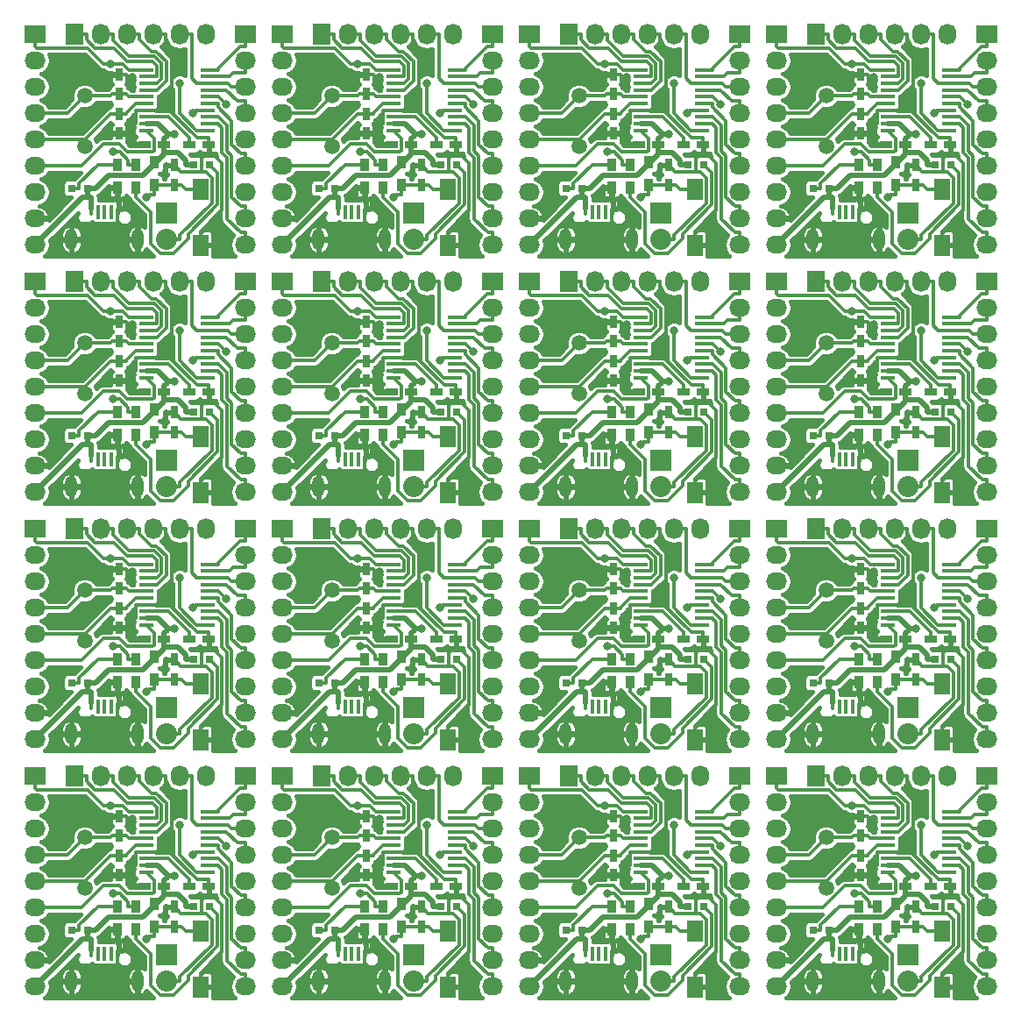
<source format=gtl>
G04 #@! TF.FileFunction,Copper,L1,Top,Signal*
%FSLAX46Y46*%
G04 Gerber Fmt 4.6, Leading zero omitted, Abs format (unit mm)*
G04 Created by KiCad (PCBNEW 4.0.1-2.201512121406+6195~38~ubuntu15.10.1-stable) date Monday, December 14, 2015 PM10:34:12 HKT*
%MOMM*%
G01*
G04 APERTURE LIST*
%ADD10C,0.100000*%
%ADD11R,2.032000X2.032000*%
%ADD12O,2.032000X2.032000*%
%ADD13C,1.501140*%
%ADD14R,1.600000X2.000000*%
%ADD15R,0.900000X1.200000*%
%ADD16R,2.032000X1.727200*%
%ADD17O,2.032000X1.727200*%
%ADD18R,1.727200X2.032000*%
%ADD19O,1.727200X2.032000*%
%ADD20R,1.450000X0.450000*%
%ADD21R,0.797560X0.797560*%
%ADD22R,0.750000X1.200000*%
%ADD23R,1.200000X0.750000*%
%ADD24O,0.400000X1.350000*%
%ADD25R,0.400000X1.350000*%
%ADD26O,1.200000X2.000000*%
%ADD27C,0.812800*%
%ADD28C,0.304800*%
%ADD29C,0.508000*%
%ADD30C,0.381000*%
G04 APERTURE END LIST*
D10*
D11*
X86106000Y4826000D03*
D12*
X86106000Y2286000D03*
D13*
X78232000Y11275060D03*
X78232000Y16156940D03*
D14*
X89408000Y1745000D03*
X89408000Y7145000D03*
D15*
X81407000Y9482000D03*
X81407000Y7282000D03*
X83185000Y7282000D03*
X83185000Y9482000D03*
X84963000Y9736000D03*
X84963000Y7536000D03*
D16*
X93726000Y22098000D03*
D17*
X93726000Y19558000D03*
X93726000Y17018000D03*
X93726000Y14478000D03*
X93726000Y11938000D03*
X93726000Y9398000D03*
X93726000Y6858000D03*
X93726000Y4318000D03*
X93726000Y1778000D03*
D16*
X73406000Y22098000D03*
D17*
X73406000Y19558000D03*
X73406000Y17018000D03*
X73406000Y14478000D03*
X73406000Y11938000D03*
X73406000Y9398000D03*
X73406000Y6858000D03*
X73406000Y4318000D03*
X73406000Y1778000D03*
D18*
X77216000Y22098000D03*
D19*
X79756000Y22098000D03*
X82296000Y22098000D03*
X84836000Y22098000D03*
X87376000Y22098000D03*
X89916000Y22098000D03*
D20*
X84172000Y18673000D03*
X84172000Y18023000D03*
X84172000Y17373000D03*
X84172000Y16723000D03*
X84172000Y16073000D03*
X84172000Y15423000D03*
X84172000Y14773000D03*
X84172000Y14123000D03*
X84172000Y13473000D03*
X84172000Y12823000D03*
X90072000Y12823000D03*
X90072000Y13473000D03*
X90072000Y14123000D03*
X90072000Y14773000D03*
X90072000Y15423000D03*
X90072000Y16073000D03*
X90072000Y16723000D03*
X90072000Y17373000D03*
X90072000Y18023000D03*
X90072000Y18673000D03*
D21*
X78473300Y7239000D03*
X76974700Y7239000D03*
X88785700Y9525000D03*
X90284300Y9525000D03*
D22*
X81534000Y16322000D03*
X81534000Y18222000D03*
X81534000Y14412000D03*
X81534000Y12512000D03*
D23*
X84013000Y11430000D03*
X85913000Y11430000D03*
X88331000Y11430000D03*
X90231000Y11430000D03*
D22*
X86868000Y7559000D03*
X86868000Y9459000D03*
D24*
X78837000Y5286000D03*
D25*
X79487000Y4961000D03*
X80137000Y4961000D03*
X80787000Y4961000D03*
D24*
X81437000Y5286000D03*
D26*
X76937000Y2286000D03*
X83337000Y2286000D03*
D11*
X86106000Y28702000D03*
D12*
X86106000Y26162000D03*
D13*
X78232000Y35151060D03*
X78232000Y40032940D03*
D14*
X89408000Y25621000D03*
X89408000Y31021000D03*
D15*
X81407000Y33358000D03*
X81407000Y31158000D03*
X83185000Y31158000D03*
X83185000Y33358000D03*
X84963000Y33612000D03*
X84963000Y31412000D03*
D16*
X93726000Y45974000D03*
D17*
X93726000Y43434000D03*
X93726000Y40894000D03*
X93726000Y38354000D03*
X93726000Y35814000D03*
X93726000Y33274000D03*
X93726000Y30734000D03*
X93726000Y28194000D03*
X93726000Y25654000D03*
D16*
X73406000Y45974000D03*
D17*
X73406000Y43434000D03*
X73406000Y40894000D03*
X73406000Y38354000D03*
X73406000Y35814000D03*
X73406000Y33274000D03*
X73406000Y30734000D03*
X73406000Y28194000D03*
X73406000Y25654000D03*
D18*
X77216000Y45974000D03*
D19*
X79756000Y45974000D03*
X82296000Y45974000D03*
X84836000Y45974000D03*
X87376000Y45974000D03*
X89916000Y45974000D03*
D20*
X84172000Y42549000D03*
X84172000Y41899000D03*
X84172000Y41249000D03*
X84172000Y40599000D03*
X84172000Y39949000D03*
X84172000Y39299000D03*
X84172000Y38649000D03*
X84172000Y37999000D03*
X84172000Y37349000D03*
X84172000Y36699000D03*
X90072000Y36699000D03*
X90072000Y37349000D03*
X90072000Y37999000D03*
X90072000Y38649000D03*
X90072000Y39299000D03*
X90072000Y39949000D03*
X90072000Y40599000D03*
X90072000Y41249000D03*
X90072000Y41899000D03*
X90072000Y42549000D03*
D21*
X78473300Y31115000D03*
X76974700Y31115000D03*
X88785700Y33401000D03*
X90284300Y33401000D03*
D22*
X81534000Y40198000D03*
X81534000Y42098000D03*
X81534000Y38288000D03*
X81534000Y36388000D03*
D23*
X84013000Y35306000D03*
X85913000Y35306000D03*
X88331000Y35306000D03*
X90231000Y35306000D03*
D22*
X86868000Y31435000D03*
X86868000Y33335000D03*
D24*
X78837000Y29162000D03*
D25*
X79487000Y28837000D03*
X80137000Y28837000D03*
X80787000Y28837000D03*
D24*
X81437000Y29162000D03*
D26*
X76937000Y26162000D03*
X83337000Y26162000D03*
D11*
X86106000Y52578000D03*
D12*
X86106000Y50038000D03*
D13*
X78232000Y59027060D03*
X78232000Y63908940D03*
D14*
X89408000Y49497000D03*
X89408000Y54897000D03*
D15*
X81407000Y57234000D03*
X81407000Y55034000D03*
X83185000Y55034000D03*
X83185000Y57234000D03*
X84963000Y57488000D03*
X84963000Y55288000D03*
D16*
X93726000Y69850000D03*
D17*
X93726000Y67310000D03*
X93726000Y64770000D03*
X93726000Y62230000D03*
X93726000Y59690000D03*
X93726000Y57150000D03*
X93726000Y54610000D03*
X93726000Y52070000D03*
X93726000Y49530000D03*
D16*
X73406000Y69850000D03*
D17*
X73406000Y67310000D03*
X73406000Y64770000D03*
X73406000Y62230000D03*
X73406000Y59690000D03*
X73406000Y57150000D03*
X73406000Y54610000D03*
X73406000Y52070000D03*
X73406000Y49530000D03*
D18*
X77216000Y69850000D03*
D19*
X79756000Y69850000D03*
X82296000Y69850000D03*
X84836000Y69850000D03*
X87376000Y69850000D03*
X89916000Y69850000D03*
D20*
X84172000Y66425000D03*
X84172000Y65775000D03*
X84172000Y65125000D03*
X84172000Y64475000D03*
X84172000Y63825000D03*
X84172000Y63175000D03*
X84172000Y62525000D03*
X84172000Y61875000D03*
X84172000Y61225000D03*
X84172000Y60575000D03*
X90072000Y60575000D03*
X90072000Y61225000D03*
X90072000Y61875000D03*
X90072000Y62525000D03*
X90072000Y63175000D03*
X90072000Y63825000D03*
X90072000Y64475000D03*
X90072000Y65125000D03*
X90072000Y65775000D03*
X90072000Y66425000D03*
D21*
X78473300Y54991000D03*
X76974700Y54991000D03*
X88785700Y57277000D03*
X90284300Y57277000D03*
D22*
X81534000Y64074000D03*
X81534000Y65974000D03*
X81534000Y62164000D03*
X81534000Y60264000D03*
D23*
X84013000Y59182000D03*
X85913000Y59182000D03*
X88331000Y59182000D03*
X90231000Y59182000D03*
D22*
X86868000Y55311000D03*
X86868000Y57211000D03*
D24*
X78837000Y53038000D03*
D25*
X79487000Y52713000D03*
X80137000Y52713000D03*
X80787000Y52713000D03*
D24*
X81437000Y53038000D03*
D26*
X76937000Y50038000D03*
X83337000Y50038000D03*
D11*
X86106000Y76454000D03*
D12*
X86106000Y73914000D03*
D13*
X78232000Y82903060D03*
X78232000Y87784940D03*
D14*
X89408000Y73373000D03*
X89408000Y78773000D03*
D15*
X81407000Y81110000D03*
X81407000Y78910000D03*
X83185000Y78910000D03*
X83185000Y81110000D03*
X84963000Y81364000D03*
X84963000Y79164000D03*
D16*
X93726000Y93726000D03*
D17*
X93726000Y91186000D03*
X93726000Y88646000D03*
X93726000Y86106000D03*
X93726000Y83566000D03*
X93726000Y81026000D03*
X93726000Y78486000D03*
X93726000Y75946000D03*
X93726000Y73406000D03*
D16*
X73406000Y93726000D03*
D17*
X73406000Y91186000D03*
X73406000Y88646000D03*
X73406000Y86106000D03*
X73406000Y83566000D03*
X73406000Y81026000D03*
X73406000Y78486000D03*
X73406000Y75946000D03*
X73406000Y73406000D03*
D18*
X77216000Y93726000D03*
D19*
X79756000Y93726000D03*
X82296000Y93726000D03*
X84836000Y93726000D03*
X87376000Y93726000D03*
X89916000Y93726000D03*
D20*
X84172000Y90301000D03*
X84172000Y89651000D03*
X84172000Y89001000D03*
X84172000Y88351000D03*
X84172000Y87701000D03*
X84172000Y87051000D03*
X84172000Y86401000D03*
X84172000Y85751000D03*
X84172000Y85101000D03*
X84172000Y84451000D03*
X90072000Y84451000D03*
X90072000Y85101000D03*
X90072000Y85751000D03*
X90072000Y86401000D03*
X90072000Y87051000D03*
X90072000Y87701000D03*
X90072000Y88351000D03*
X90072000Y89001000D03*
X90072000Y89651000D03*
X90072000Y90301000D03*
D21*
X78473300Y78867000D03*
X76974700Y78867000D03*
X88785700Y81153000D03*
X90284300Y81153000D03*
D22*
X81534000Y87950000D03*
X81534000Y89850000D03*
X81534000Y86040000D03*
X81534000Y84140000D03*
D23*
X84013000Y83058000D03*
X85913000Y83058000D03*
X88331000Y83058000D03*
X90231000Y83058000D03*
D22*
X86868000Y79187000D03*
X86868000Y81087000D03*
D24*
X78837000Y76914000D03*
D25*
X79487000Y76589000D03*
X80137000Y76589000D03*
X80787000Y76589000D03*
D24*
X81437000Y76914000D03*
D26*
X76937000Y73914000D03*
X83337000Y73914000D03*
D11*
X62230000Y4826000D03*
D12*
X62230000Y2286000D03*
D13*
X54356000Y11275060D03*
X54356000Y16156940D03*
D14*
X65532000Y1745000D03*
X65532000Y7145000D03*
D15*
X57531000Y9482000D03*
X57531000Y7282000D03*
X59309000Y7282000D03*
X59309000Y9482000D03*
X61087000Y9736000D03*
X61087000Y7536000D03*
D16*
X69850000Y22098000D03*
D17*
X69850000Y19558000D03*
X69850000Y17018000D03*
X69850000Y14478000D03*
X69850000Y11938000D03*
X69850000Y9398000D03*
X69850000Y6858000D03*
X69850000Y4318000D03*
X69850000Y1778000D03*
D16*
X49530000Y22098000D03*
D17*
X49530000Y19558000D03*
X49530000Y17018000D03*
X49530000Y14478000D03*
X49530000Y11938000D03*
X49530000Y9398000D03*
X49530000Y6858000D03*
X49530000Y4318000D03*
X49530000Y1778000D03*
D18*
X53340000Y22098000D03*
D19*
X55880000Y22098000D03*
X58420000Y22098000D03*
X60960000Y22098000D03*
X63500000Y22098000D03*
X66040000Y22098000D03*
D20*
X60296000Y18673000D03*
X60296000Y18023000D03*
X60296000Y17373000D03*
X60296000Y16723000D03*
X60296000Y16073000D03*
X60296000Y15423000D03*
X60296000Y14773000D03*
X60296000Y14123000D03*
X60296000Y13473000D03*
X60296000Y12823000D03*
X66196000Y12823000D03*
X66196000Y13473000D03*
X66196000Y14123000D03*
X66196000Y14773000D03*
X66196000Y15423000D03*
X66196000Y16073000D03*
X66196000Y16723000D03*
X66196000Y17373000D03*
X66196000Y18023000D03*
X66196000Y18673000D03*
D21*
X54597300Y7239000D03*
X53098700Y7239000D03*
X64909700Y9525000D03*
X66408300Y9525000D03*
D22*
X57658000Y16322000D03*
X57658000Y18222000D03*
X57658000Y14412000D03*
X57658000Y12512000D03*
D23*
X60137000Y11430000D03*
X62037000Y11430000D03*
X64455000Y11430000D03*
X66355000Y11430000D03*
D22*
X62992000Y7559000D03*
X62992000Y9459000D03*
D24*
X54961000Y5286000D03*
D25*
X55611000Y4961000D03*
X56261000Y4961000D03*
X56911000Y4961000D03*
D24*
X57561000Y5286000D03*
D26*
X53061000Y2286000D03*
X59461000Y2286000D03*
D11*
X62230000Y28702000D03*
D12*
X62230000Y26162000D03*
D13*
X54356000Y35151060D03*
X54356000Y40032940D03*
D14*
X65532000Y25621000D03*
X65532000Y31021000D03*
D15*
X57531000Y33358000D03*
X57531000Y31158000D03*
X59309000Y31158000D03*
X59309000Y33358000D03*
X61087000Y33612000D03*
X61087000Y31412000D03*
D16*
X69850000Y45974000D03*
D17*
X69850000Y43434000D03*
X69850000Y40894000D03*
X69850000Y38354000D03*
X69850000Y35814000D03*
X69850000Y33274000D03*
X69850000Y30734000D03*
X69850000Y28194000D03*
X69850000Y25654000D03*
D16*
X49530000Y45974000D03*
D17*
X49530000Y43434000D03*
X49530000Y40894000D03*
X49530000Y38354000D03*
X49530000Y35814000D03*
X49530000Y33274000D03*
X49530000Y30734000D03*
X49530000Y28194000D03*
X49530000Y25654000D03*
D18*
X53340000Y45974000D03*
D19*
X55880000Y45974000D03*
X58420000Y45974000D03*
X60960000Y45974000D03*
X63500000Y45974000D03*
X66040000Y45974000D03*
D20*
X60296000Y42549000D03*
X60296000Y41899000D03*
X60296000Y41249000D03*
X60296000Y40599000D03*
X60296000Y39949000D03*
X60296000Y39299000D03*
X60296000Y38649000D03*
X60296000Y37999000D03*
X60296000Y37349000D03*
X60296000Y36699000D03*
X66196000Y36699000D03*
X66196000Y37349000D03*
X66196000Y37999000D03*
X66196000Y38649000D03*
X66196000Y39299000D03*
X66196000Y39949000D03*
X66196000Y40599000D03*
X66196000Y41249000D03*
X66196000Y41899000D03*
X66196000Y42549000D03*
D21*
X54597300Y31115000D03*
X53098700Y31115000D03*
X64909700Y33401000D03*
X66408300Y33401000D03*
D22*
X57658000Y40198000D03*
X57658000Y42098000D03*
X57658000Y38288000D03*
X57658000Y36388000D03*
D23*
X60137000Y35306000D03*
X62037000Y35306000D03*
X64455000Y35306000D03*
X66355000Y35306000D03*
D22*
X62992000Y31435000D03*
X62992000Y33335000D03*
D24*
X54961000Y29162000D03*
D25*
X55611000Y28837000D03*
X56261000Y28837000D03*
X56911000Y28837000D03*
D24*
X57561000Y29162000D03*
D26*
X53061000Y26162000D03*
X59461000Y26162000D03*
D11*
X62230000Y52578000D03*
D12*
X62230000Y50038000D03*
D13*
X54356000Y59027060D03*
X54356000Y63908940D03*
D14*
X65532000Y49497000D03*
X65532000Y54897000D03*
D15*
X57531000Y57234000D03*
X57531000Y55034000D03*
X59309000Y55034000D03*
X59309000Y57234000D03*
X61087000Y57488000D03*
X61087000Y55288000D03*
D16*
X69850000Y69850000D03*
D17*
X69850000Y67310000D03*
X69850000Y64770000D03*
X69850000Y62230000D03*
X69850000Y59690000D03*
X69850000Y57150000D03*
X69850000Y54610000D03*
X69850000Y52070000D03*
X69850000Y49530000D03*
D16*
X49530000Y69850000D03*
D17*
X49530000Y67310000D03*
X49530000Y64770000D03*
X49530000Y62230000D03*
X49530000Y59690000D03*
X49530000Y57150000D03*
X49530000Y54610000D03*
X49530000Y52070000D03*
X49530000Y49530000D03*
D18*
X53340000Y69850000D03*
D19*
X55880000Y69850000D03*
X58420000Y69850000D03*
X60960000Y69850000D03*
X63500000Y69850000D03*
X66040000Y69850000D03*
D20*
X60296000Y66425000D03*
X60296000Y65775000D03*
X60296000Y65125000D03*
X60296000Y64475000D03*
X60296000Y63825000D03*
X60296000Y63175000D03*
X60296000Y62525000D03*
X60296000Y61875000D03*
X60296000Y61225000D03*
X60296000Y60575000D03*
X66196000Y60575000D03*
X66196000Y61225000D03*
X66196000Y61875000D03*
X66196000Y62525000D03*
X66196000Y63175000D03*
X66196000Y63825000D03*
X66196000Y64475000D03*
X66196000Y65125000D03*
X66196000Y65775000D03*
X66196000Y66425000D03*
D21*
X54597300Y54991000D03*
X53098700Y54991000D03*
X64909700Y57277000D03*
X66408300Y57277000D03*
D22*
X57658000Y64074000D03*
X57658000Y65974000D03*
X57658000Y62164000D03*
X57658000Y60264000D03*
D23*
X60137000Y59182000D03*
X62037000Y59182000D03*
X64455000Y59182000D03*
X66355000Y59182000D03*
D22*
X62992000Y55311000D03*
X62992000Y57211000D03*
D24*
X54961000Y53038000D03*
D25*
X55611000Y52713000D03*
X56261000Y52713000D03*
X56911000Y52713000D03*
D24*
X57561000Y53038000D03*
D26*
X53061000Y50038000D03*
X59461000Y50038000D03*
D11*
X62230000Y76454000D03*
D12*
X62230000Y73914000D03*
D13*
X54356000Y82903060D03*
X54356000Y87784940D03*
D14*
X65532000Y73373000D03*
X65532000Y78773000D03*
D15*
X57531000Y81110000D03*
X57531000Y78910000D03*
X59309000Y78910000D03*
X59309000Y81110000D03*
X61087000Y81364000D03*
X61087000Y79164000D03*
D16*
X69850000Y93726000D03*
D17*
X69850000Y91186000D03*
X69850000Y88646000D03*
X69850000Y86106000D03*
X69850000Y83566000D03*
X69850000Y81026000D03*
X69850000Y78486000D03*
X69850000Y75946000D03*
X69850000Y73406000D03*
D16*
X49530000Y93726000D03*
D17*
X49530000Y91186000D03*
X49530000Y88646000D03*
X49530000Y86106000D03*
X49530000Y83566000D03*
X49530000Y81026000D03*
X49530000Y78486000D03*
X49530000Y75946000D03*
X49530000Y73406000D03*
D18*
X53340000Y93726000D03*
D19*
X55880000Y93726000D03*
X58420000Y93726000D03*
X60960000Y93726000D03*
X63500000Y93726000D03*
X66040000Y93726000D03*
D20*
X60296000Y90301000D03*
X60296000Y89651000D03*
X60296000Y89001000D03*
X60296000Y88351000D03*
X60296000Y87701000D03*
X60296000Y87051000D03*
X60296000Y86401000D03*
X60296000Y85751000D03*
X60296000Y85101000D03*
X60296000Y84451000D03*
X66196000Y84451000D03*
X66196000Y85101000D03*
X66196000Y85751000D03*
X66196000Y86401000D03*
X66196000Y87051000D03*
X66196000Y87701000D03*
X66196000Y88351000D03*
X66196000Y89001000D03*
X66196000Y89651000D03*
X66196000Y90301000D03*
D21*
X54597300Y78867000D03*
X53098700Y78867000D03*
X64909700Y81153000D03*
X66408300Y81153000D03*
D22*
X57658000Y87950000D03*
X57658000Y89850000D03*
X57658000Y86040000D03*
X57658000Y84140000D03*
D23*
X60137000Y83058000D03*
X62037000Y83058000D03*
X64455000Y83058000D03*
X66355000Y83058000D03*
D22*
X62992000Y79187000D03*
X62992000Y81087000D03*
D24*
X54961000Y76914000D03*
D25*
X55611000Y76589000D03*
X56261000Y76589000D03*
X56911000Y76589000D03*
D24*
X57561000Y76914000D03*
D26*
X53061000Y73914000D03*
X59461000Y73914000D03*
D11*
X38354000Y4826000D03*
D12*
X38354000Y2286000D03*
D13*
X30480000Y11275060D03*
X30480000Y16156940D03*
D14*
X41656000Y1745000D03*
X41656000Y7145000D03*
D15*
X33655000Y9482000D03*
X33655000Y7282000D03*
X35433000Y7282000D03*
X35433000Y9482000D03*
X37211000Y9736000D03*
X37211000Y7536000D03*
D16*
X45974000Y22098000D03*
D17*
X45974000Y19558000D03*
X45974000Y17018000D03*
X45974000Y14478000D03*
X45974000Y11938000D03*
X45974000Y9398000D03*
X45974000Y6858000D03*
X45974000Y4318000D03*
X45974000Y1778000D03*
D16*
X25654000Y22098000D03*
D17*
X25654000Y19558000D03*
X25654000Y17018000D03*
X25654000Y14478000D03*
X25654000Y11938000D03*
X25654000Y9398000D03*
X25654000Y6858000D03*
X25654000Y4318000D03*
X25654000Y1778000D03*
D18*
X29464000Y22098000D03*
D19*
X32004000Y22098000D03*
X34544000Y22098000D03*
X37084000Y22098000D03*
X39624000Y22098000D03*
X42164000Y22098000D03*
D20*
X36420000Y18673000D03*
X36420000Y18023000D03*
X36420000Y17373000D03*
X36420000Y16723000D03*
X36420000Y16073000D03*
X36420000Y15423000D03*
X36420000Y14773000D03*
X36420000Y14123000D03*
X36420000Y13473000D03*
X36420000Y12823000D03*
X42320000Y12823000D03*
X42320000Y13473000D03*
X42320000Y14123000D03*
X42320000Y14773000D03*
X42320000Y15423000D03*
X42320000Y16073000D03*
X42320000Y16723000D03*
X42320000Y17373000D03*
X42320000Y18023000D03*
X42320000Y18673000D03*
D21*
X30721300Y7239000D03*
X29222700Y7239000D03*
X41033700Y9525000D03*
X42532300Y9525000D03*
D22*
X33782000Y16322000D03*
X33782000Y18222000D03*
X33782000Y14412000D03*
X33782000Y12512000D03*
D23*
X36261000Y11430000D03*
X38161000Y11430000D03*
X40579000Y11430000D03*
X42479000Y11430000D03*
D22*
X39116000Y7559000D03*
X39116000Y9459000D03*
D24*
X31085000Y5286000D03*
D25*
X31735000Y4961000D03*
X32385000Y4961000D03*
X33035000Y4961000D03*
D24*
X33685000Y5286000D03*
D26*
X29185000Y2286000D03*
X35585000Y2286000D03*
D11*
X38354000Y28702000D03*
D12*
X38354000Y26162000D03*
D13*
X30480000Y35151060D03*
X30480000Y40032940D03*
D14*
X41656000Y25621000D03*
X41656000Y31021000D03*
D15*
X33655000Y33358000D03*
X33655000Y31158000D03*
X35433000Y31158000D03*
X35433000Y33358000D03*
X37211000Y33612000D03*
X37211000Y31412000D03*
D16*
X45974000Y45974000D03*
D17*
X45974000Y43434000D03*
X45974000Y40894000D03*
X45974000Y38354000D03*
X45974000Y35814000D03*
X45974000Y33274000D03*
X45974000Y30734000D03*
X45974000Y28194000D03*
X45974000Y25654000D03*
D16*
X25654000Y45974000D03*
D17*
X25654000Y43434000D03*
X25654000Y40894000D03*
X25654000Y38354000D03*
X25654000Y35814000D03*
X25654000Y33274000D03*
X25654000Y30734000D03*
X25654000Y28194000D03*
X25654000Y25654000D03*
D18*
X29464000Y45974000D03*
D19*
X32004000Y45974000D03*
X34544000Y45974000D03*
X37084000Y45974000D03*
X39624000Y45974000D03*
X42164000Y45974000D03*
D20*
X36420000Y42549000D03*
X36420000Y41899000D03*
X36420000Y41249000D03*
X36420000Y40599000D03*
X36420000Y39949000D03*
X36420000Y39299000D03*
X36420000Y38649000D03*
X36420000Y37999000D03*
X36420000Y37349000D03*
X36420000Y36699000D03*
X42320000Y36699000D03*
X42320000Y37349000D03*
X42320000Y37999000D03*
X42320000Y38649000D03*
X42320000Y39299000D03*
X42320000Y39949000D03*
X42320000Y40599000D03*
X42320000Y41249000D03*
X42320000Y41899000D03*
X42320000Y42549000D03*
D21*
X30721300Y31115000D03*
X29222700Y31115000D03*
X41033700Y33401000D03*
X42532300Y33401000D03*
D22*
X33782000Y40198000D03*
X33782000Y42098000D03*
X33782000Y38288000D03*
X33782000Y36388000D03*
D23*
X36261000Y35306000D03*
X38161000Y35306000D03*
X40579000Y35306000D03*
X42479000Y35306000D03*
D22*
X39116000Y31435000D03*
X39116000Y33335000D03*
D24*
X31085000Y29162000D03*
D25*
X31735000Y28837000D03*
X32385000Y28837000D03*
X33035000Y28837000D03*
D24*
X33685000Y29162000D03*
D26*
X29185000Y26162000D03*
X35585000Y26162000D03*
D11*
X38354000Y52578000D03*
D12*
X38354000Y50038000D03*
D13*
X30480000Y59027060D03*
X30480000Y63908940D03*
D14*
X41656000Y49497000D03*
X41656000Y54897000D03*
D15*
X33655000Y57234000D03*
X33655000Y55034000D03*
X35433000Y55034000D03*
X35433000Y57234000D03*
X37211000Y57488000D03*
X37211000Y55288000D03*
D16*
X45974000Y69850000D03*
D17*
X45974000Y67310000D03*
X45974000Y64770000D03*
X45974000Y62230000D03*
X45974000Y59690000D03*
X45974000Y57150000D03*
X45974000Y54610000D03*
X45974000Y52070000D03*
X45974000Y49530000D03*
D16*
X25654000Y69850000D03*
D17*
X25654000Y67310000D03*
X25654000Y64770000D03*
X25654000Y62230000D03*
X25654000Y59690000D03*
X25654000Y57150000D03*
X25654000Y54610000D03*
X25654000Y52070000D03*
X25654000Y49530000D03*
D18*
X29464000Y69850000D03*
D19*
X32004000Y69850000D03*
X34544000Y69850000D03*
X37084000Y69850000D03*
X39624000Y69850000D03*
X42164000Y69850000D03*
D20*
X36420000Y66425000D03*
X36420000Y65775000D03*
X36420000Y65125000D03*
X36420000Y64475000D03*
X36420000Y63825000D03*
X36420000Y63175000D03*
X36420000Y62525000D03*
X36420000Y61875000D03*
X36420000Y61225000D03*
X36420000Y60575000D03*
X42320000Y60575000D03*
X42320000Y61225000D03*
X42320000Y61875000D03*
X42320000Y62525000D03*
X42320000Y63175000D03*
X42320000Y63825000D03*
X42320000Y64475000D03*
X42320000Y65125000D03*
X42320000Y65775000D03*
X42320000Y66425000D03*
D21*
X30721300Y54991000D03*
X29222700Y54991000D03*
X41033700Y57277000D03*
X42532300Y57277000D03*
D22*
X33782000Y64074000D03*
X33782000Y65974000D03*
X33782000Y62164000D03*
X33782000Y60264000D03*
D23*
X36261000Y59182000D03*
X38161000Y59182000D03*
X40579000Y59182000D03*
X42479000Y59182000D03*
D22*
X39116000Y55311000D03*
X39116000Y57211000D03*
D24*
X31085000Y53038000D03*
D25*
X31735000Y52713000D03*
X32385000Y52713000D03*
X33035000Y52713000D03*
D24*
X33685000Y53038000D03*
D26*
X29185000Y50038000D03*
X35585000Y50038000D03*
D11*
X38354000Y76454000D03*
D12*
X38354000Y73914000D03*
D13*
X30480000Y82903060D03*
X30480000Y87784940D03*
D14*
X41656000Y73373000D03*
X41656000Y78773000D03*
D15*
X33655000Y81110000D03*
X33655000Y78910000D03*
X35433000Y78910000D03*
X35433000Y81110000D03*
X37211000Y81364000D03*
X37211000Y79164000D03*
D16*
X45974000Y93726000D03*
D17*
X45974000Y91186000D03*
X45974000Y88646000D03*
X45974000Y86106000D03*
X45974000Y83566000D03*
X45974000Y81026000D03*
X45974000Y78486000D03*
X45974000Y75946000D03*
X45974000Y73406000D03*
D16*
X25654000Y93726000D03*
D17*
X25654000Y91186000D03*
X25654000Y88646000D03*
X25654000Y86106000D03*
X25654000Y83566000D03*
X25654000Y81026000D03*
X25654000Y78486000D03*
X25654000Y75946000D03*
X25654000Y73406000D03*
D18*
X29464000Y93726000D03*
D19*
X32004000Y93726000D03*
X34544000Y93726000D03*
X37084000Y93726000D03*
X39624000Y93726000D03*
X42164000Y93726000D03*
D20*
X36420000Y90301000D03*
X36420000Y89651000D03*
X36420000Y89001000D03*
X36420000Y88351000D03*
X36420000Y87701000D03*
X36420000Y87051000D03*
X36420000Y86401000D03*
X36420000Y85751000D03*
X36420000Y85101000D03*
X36420000Y84451000D03*
X42320000Y84451000D03*
X42320000Y85101000D03*
X42320000Y85751000D03*
X42320000Y86401000D03*
X42320000Y87051000D03*
X42320000Y87701000D03*
X42320000Y88351000D03*
X42320000Y89001000D03*
X42320000Y89651000D03*
X42320000Y90301000D03*
D21*
X30721300Y78867000D03*
X29222700Y78867000D03*
X41033700Y81153000D03*
X42532300Y81153000D03*
D22*
X33782000Y87950000D03*
X33782000Y89850000D03*
X33782000Y86040000D03*
X33782000Y84140000D03*
D23*
X36261000Y83058000D03*
X38161000Y83058000D03*
X40579000Y83058000D03*
X42479000Y83058000D03*
D22*
X39116000Y79187000D03*
X39116000Y81087000D03*
D24*
X31085000Y76914000D03*
D25*
X31735000Y76589000D03*
X32385000Y76589000D03*
X33035000Y76589000D03*
D24*
X33685000Y76914000D03*
D26*
X29185000Y73914000D03*
X35585000Y73914000D03*
D11*
X14478000Y4826000D03*
D12*
X14478000Y2286000D03*
D13*
X6604000Y11275060D03*
X6604000Y16156940D03*
D14*
X17780000Y1745000D03*
X17780000Y7145000D03*
D15*
X9779000Y9482000D03*
X9779000Y7282000D03*
X11557000Y7282000D03*
X11557000Y9482000D03*
X13335000Y9736000D03*
X13335000Y7536000D03*
D16*
X22098000Y22098000D03*
D17*
X22098000Y19558000D03*
X22098000Y17018000D03*
X22098000Y14478000D03*
X22098000Y11938000D03*
X22098000Y9398000D03*
X22098000Y6858000D03*
X22098000Y4318000D03*
X22098000Y1778000D03*
D16*
X1778000Y22098000D03*
D17*
X1778000Y19558000D03*
X1778000Y17018000D03*
X1778000Y14478000D03*
X1778000Y11938000D03*
X1778000Y9398000D03*
X1778000Y6858000D03*
X1778000Y4318000D03*
X1778000Y1778000D03*
D18*
X5588000Y22098000D03*
D19*
X8128000Y22098000D03*
X10668000Y22098000D03*
X13208000Y22098000D03*
X15748000Y22098000D03*
X18288000Y22098000D03*
D20*
X12544000Y18673000D03*
X12544000Y18023000D03*
X12544000Y17373000D03*
X12544000Y16723000D03*
X12544000Y16073000D03*
X12544000Y15423000D03*
X12544000Y14773000D03*
X12544000Y14123000D03*
X12544000Y13473000D03*
X12544000Y12823000D03*
X18444000Y12823000D03*
X18444000Y13473000D03*
X18444000Y14123000D03*
X18444000Y14773000D03*
X18444000Y15423000D03*
X18444000Y16073000D03*
X18444000Y16723000D03*
X18444000Y17373000D03*
X18444000Y18023000D03*
X18444000Y18673000D03*
D21*
X6845300Y7239000D03*
X5346700Y7239000D03*
X17157700Y9525000D03*
X18656300Y9525000D03*
D22*
X9906000Y16322000D03*
X9906000Y18222000D03*
X9906000Y14412000D03*
X9906000Y12512000D03*
D23*
X12385000Y11430000D03*
X14285000Y11430000D03*
X16703000Y11430000D03*
X18603000Y11430000D03*
D22*
X15240000Y7559000D03*
X15240000Y9459000D03*
D24*
X7209000Y5286000D03*
D25*
X7859000Y4961000D03*
X8509000Y4961000D03*
X9159000Y4961000D03*
D24*
X9809000Y5286000D03*
D26*
X5309000Y2286000D03*
X11709000Y2286000D03*
D11*
X14478000Y28702000D03*
D12*
X14478000Y26162000D03*
D13*
X6604000Y35151060D03*
X6604000Y40032940D03*
D14*
X17780000Y25621000D03*
X17780000Y31021000D03*
D15*
X9779000Y33358000D03*
X9779000Y31158000D03*
X11557000Y31158000D03*
X11557000Y33358000D03*
X13335000Y33612000D03*
X13335000Y31412000D03*
D16*
X22098000Y45974000D03*
D17*
X22098000Y43434000D03*
X22098000Y40894000D03*
X22098000Y38354000D03*
X22098000Y35814000D03*
X22098000Y33274000D03*
X22098000Y30734000D03*
X22098000Y28194000D03*
X22098000Y25654000D03*
D16*
X1778000Y45974000D03*
D17*
X1778000Y43434000D03*
X1778000Y40894000D03*
X1778000Y38354000D03*
X1778000Y35814000D03*
X1778000Y33274000D03*
X1778000Y30734000D03*
X1778000Y28194000D03*
X1778000Y25654000D03*
D18*
X5588000Y45974000D03*
D19*
X8128000Y45974000D03*
X10668000Y45974000D03*
X13208000Y45974000D03*
X15748000Y45974000D03*
X18288000Y45974000D03*
D20*
X12544000Y42549000D03*
X12544000Y41899000D03*
X12544000Y41249000D03*
X12544000Y40599000D03*
X12544000Y39949000D03*
X12544000Y39299000D03*
X12544000Y38649000D03*
X12544000Y37999000D03*
X12544000Y37349000D03*
X12544000Y36699000D03*
X18444000Y36699000D03*
X18444000Y37349000D03*
X18444000Y37999000D03*
X18444000Y38649000D03*
X18444000Y39299000D03*
X18444000Y39949000D03*
X18444000Y40599000D03*
X18444000Y41249000D03*
X18444000Y41899000D03*
X18444000Y42549000D03*
D21*
X6845300Y31115000D03*
X5346700Y31115000D03*
X17157700Y33401000D03*
X18656300Y33401000D03*
D22*
X9906000Y40198000D03*
X9906000Y42098000D03*
X9906000Y38288000D03*
X9906000Y36388000D03*
D23*
X12385000Y35306000D03*
X14285000Y35306000D03*
X16703000Y35306000D03*
X18603000Y35306000D03*
D22*
X15240000Y31435000D03*
X15240000Y33335000D03*
D24*
X7209000Y29162000D03*
D25*
X7859000Y28837000D03*
X8509000Y28837000D03*
X9159000Y28837000D03*
D24*
X9809000Y29162000D03*
D26*
X5309000Y26162000D03*
X11709000Y26162000D03*
D11*
X14478000Y52578000D03*
D12*
X14478000Y50038000D03*
D13*
X6604000Y59027060D03*
X6604000Y63908940D03*
D14*
X17780000Y49497000D03*
X17780000Y54897000D03*
D15*
X9779000Y57234000D03*
X9779000Y55034000D03*
X11557000Y55034000D03*
X11557000Y57234000D03*
X13335000Y57488000D03*
X13335000Y55288000D03*
D16*
X22098000Y69850000D03*
D17*
X22098000Y67310000D03*
X22098000Y64770000D03*
X22098000Y62230000D03*
X22098000Y59690000D03*
X22098000Y57150000D03*
X22098000Y54610000D03*
X22098000Y52070000D03*
X22098000Y49530000D03*
D16*
X1778000Y69850000D03*
D17*
X1778000Y67310000D03*
X1778000Y64770000D03*
X1778000Y62230000D03*
X1778000Y59690000D03*
X1778000Y57150000D03*
X1778000Y54610000D03*
X1778000Y52070000D03*
X1778000Y49530000D03*
D18*
X5588000Y69850000D03*
D19*
X8128000Y69850000D03*
X10668000Y69850000D03*
X13208000Y69850000D03*
X15748000Y69850000D03*
X18288000Y69850000D03*
D20*
X12544000Y66425000D03*
X12544000Y65775000D03*
X12544000Y65125000D03*
X12544000Y64475000D03*
X12544000Y63825000D03*
X12544000Y63175000D03*
X12544000Y62525000D03*
X12544000Y61875000D03*
X12544000Y61225000D03*
X12544000Y60575000D03*
X18444000Y60575000D03*
X18444000Y61225000D03*
X18444000Y61875000D03*
X18444000Y62525000D03*
X18444000Y63175000D03*
X18444000Y63825000D03*
X18444000Y64475000D03*
X18444000Y65125000D03*
X18444000Y65775000D03*
X18444000Y66425000D03*
D21*
X6845300Y54991000D03*
X5346700Y54991000D03*
X17157700Y57277000D03*
X18656300Y57277000D03*
D22*
X9906000Y64074000D03*
X9906000Y65974000D03*
X9906000Y62164000D03*
X9906000Y60264000D03*
D23*
X12385000Y59182000D03*
X14285000Y59182000D03*
X16703000Y59182000D03*
X18603000Y59182000D03*
D22*
X15240000Y55311000D03*
X15240000Y57211000D03*
D24*
X7209000Y53038000D03*
D25*
X7859000Y52713000D03*
X8509000Y52713000D03*
X9159000Y52713000D03*
D24*
X9809000Y53038000D03*
D26*
X5309000Y50038000D03*
X11709000Y50038000D03*
D24*
X7209000Y76914000D03*
D25*
X7859000Y76589000D03*
X8509000Y76589000D03*
X9159000Y76589000D03*
D24*
X9809000Y76914000D03*
D26*
X5309000Y73914000D03*
X11709000Y73914000D03*
D22*
X15240000Y79187000D03*
X15240000Y81087000D03*
D23*
X16703000Y83058000D03*
X18603000Y83058000D03*
X12385000Y83058000D03*
X14285000Y83058000D03*
D22*
X9906000Y86040000D03*
X9906000Y84140000D03*
X9906000Y87950000D03*
X9906000Y89850000D03*
D21*
X17157700Y81153000D03*
X18656300Y81153000D03*
X6845300Y78867000D03*
X5346700Y78867000D03*
D20*
X12544000Y90301000D03*
X12544000Y89651000D03*
X12544000Y89001000D03*
X12544000Y88351000D03*
X12544000Y87701000D03*
X12544000Y87051000D03*
X12544000Y86401000D03*
X12544000Y85751000D03*
X12544000Y85101000D03*
X12544000Y84451000D03*
X18444000Y84451000D03*
X18444000Y85101000D03*
X18444000Y85751000D03*
X18444000Y86401000D03*
X18444000Y87051000D03*
X18444000Y87701000D03*
X18444000Y88351000D03*
X18444000Y89001000D03*
X18444000Y89651000D03*
X18444000Y90301000D03*
D18*
X5588000Y93726000D03*
D19*
X8128000Y93726000D03*
X10668000Y93726000D03*
X13208000Y93726000D03*
X15748000Y93726000D03*
X18288000Y93726000D03*
D16*
X1778000Y93726000D03*
D17*
X1778000Y91186000D03*
X1778000Y88646000D03*
X1778000Y86106000D03*
X1778000Y83566000D03*
X1778000Y81026000D03*
X1778000Y78486000D03*
X1778000Y75946000D03*
X1778000Y73406000D03*
D16*
X22098000Y93726000D03*
D17*
X22098000Y91186000D03*
X22098000Y88646000D03*
X22098000Y86106000D03*
X22098000Y83566000D03*
X22098000Y81026000D03*
X22098000Y78486000D03*
X22098000Y75946000D03*
X22098000Y73406000D03*
D15*
X13335000Y81364000D03*
X13335000Y79164000D03*
X11557000Y78910000D03*
X11557000Y81110000D03*
X9779000Y81110000D03*
X9779000Y78910000D03*
D14*
X17780000Y73373000D03*
X17780000Y78773000D03*
D13*
X6604000Y82903060D03*
X6604000Y87784940D03*
D11*
X14478000Y76454000D03*
D12*
X14478000Y73914000D03*
D27*
X84195100Y6400600D03*
X84195100Y30276600D03*
X84195100Y54152600D03*
X84195100Y78028600D03*
X60319100Y6400600D03*
X60319100Y30276600D03*
X60319100Y54152600D03*
X60319100Y78028600D03*
X36443100Y6400600D03*
X36443100Y30276600D03*
X36443100Y54152600D03*
X36443100Y78028600D03*
X12567100Y6400600D03*
X12567100Y30276600D03*
X12567100Y54152600D03*
X12567100Y78028600D03*
X82852000Y17961400D03*
X80010000Y17399000D03*
X79502000Y14732000D03*
X82852000Y41837400D03*
X80010000Y41275000D03*
X79502000Y38608000D03*
X82852000Y65713400D03*
X80010000Y65151000D03*
X79502000Y62484000D03*
X82852000Y89589400D03*
X80010000Y89027000D03*
X79502000Y86360000D03*
X58976000Y17961400D03*
X56134000Y17399000D03*
X55626000Y14732000D03*
X58976000Y41837400D03*
X56134000Y41275000D03*
X55626000Y38608000D03*
X58976000Y65713400D03*
X56134000Y65151000D03*
X55626000Y62484000D03*
X58976000Y89589400D03*
X56134000Y89027000D03*
X55626000Y86360000D03*
X35100000Y17961400D03*
X32258000Y17399000D03*
X31750000Y14732000D03*
X35100000Y41837400D03*
X32258000Y41275000D03*
X31750000Y38608000D03*
X35100000Y65713400D03*
X32258000Y65151000D03*
X31750000Y62484000D03*
X35100000Y89589400D03*
X32258000Y89027000D03*
X31750000Y86360000D03*
X11224000Y17961400D03*
X8382000Y17399000D03*
X7874000Y14732000D03*
X11224000Y41837400D03*
X8382000Y41275000D03*
X7874000Y38608000D03*
X11224000Y65713400D03*
X8382000Y65151000D03*
X7874000Y62484000D03*
X7874000Y86360000D03*
X8382000Y89027000D03*
X11224000Y89589400D03*
X86922200Y12489600D03*
X86922200Y36365600D03*
X86922200Y60241600D03*
X86922200Y84117600D03*
X63046200Y12489600D03*
X63046200Y36365600D03*
X63046200Y60241600D03*
X63046200Y84117600D03*
X39170200Y12489600D03*
X39170200Y36365600D03*
X39170200Y60241600D03*
X39170200Y84117600D03*
X15294200Y12489600D03*
X15294200Y36365600D03*
X15294200Y60241600D03*
X15294200Y84117600D03*
X80970000Y10754300D03*
X80692800Y19263500D03*
X80970000Y34630300D03*
X80692800Y43139500D03*
X80970000Y58506300D03*
X80692800Y67015500D03*
X80970000Y82382300D03*
X80692800Y90891500D03*
X57094000Y10754300D03*
X56816800Y19263500D03*
X57094000Y34630300D03*
X56816800Y43139500D03*
X57094000Y58506300D03*
X56816800Y67015500D03*
X57094000Y82382300D03*
X56816800Y90891500D03*
X33218000Y10754300D03*
X32940800Y19263500D03*
X33218000Y34630300D03*
X32940800Y43139500D03*
X33218000Y58506300D03*
X32940800Y67015500D03*
X33218000Y82382300D03*
X32940800Y90891500D03*
X9342000Y10754300D03*
X9064800Y19263500D03*
X9342000Y34630300D03*
X9064800Y43139500D03*
X9342000Y58506300D03*
X9064800Y67015500D03*
X9064800Y90891500D03*
X9342000Y82382300D03*
X87382100Y17401800D03*
X87382100Y41277800D03*
X87382100Y65153800D03*
X87382100Y89029800D03*
X63506100Y17401800D03*
X63506100Y41277800D03*
X63506100Y65153800D03*
X63506100Y89029800D03*
X39630100Y17401800D03*
X39630100Y41277800D03*
X39630100Y65153800D03*
X39630100Y89029800D03*
X15754100Y17401800D03*
X15754100Y41277800D03*
X15754100Y65153800D03*
X15754100Y89029800D03*
X88645300Y14532800D03*
X88645300Y38408800D03*
X88645300Y62284800D03*
X88645300Y86160800D03*
X64769300Y14532800D03*
X64769300Y38408800D03*
X64769300Y62284800D03*
X64769300Y86160800D03*
X40893300Y14532800D03*
X40893300Y38408800D03*
X40893300Y62284800D03*
X40893300Y86160800D03*
X17017300Y14532800D03*
X17017300Y38408800D03*
X17017300Y62284800D03*
X17017300Y86160800D03*
X91872300Y15301900D03*
X91872300Y39177900D03*
X91872300Y63053900D03*
X91872300Y86929900D03*
X67996300Y15301900D03*
X67996300Y39177900D03*
X67996300Y63053900D03*
X67996300Y86929900D03*
X44120300Y15301900D03*
X44120300Y39177900D03*
X44120300Y63053900D03*
X44120300Y86929900D03*
X20244300Y15301900D03*
X20244300Y39177900D03*
X20244300Y63053900D03*
X20244300Y86929900D03*
D28*
X84963000Y6630900D02*
X84425400Y6630900D01*
X84425400Y6630900D02*
X84195100Y6400600D01*
X84963000Y7536000D02*
X84963000Y6630900D01*
X84963000Y7536000D02*
X86164900Y7536000D01*
X86164900Y7536000D02*
X86187900Y7559000D01*
X85202100Y16723000D02*
X86117100Y17638000D01*
X86117100Y17638000D02*
X86117100Y19479000D01*
X86117100Y19479000D02*
X85138100Y20458000D01*
X85138100Y20458000D02*
X84652800Y20458000D01*
X84652800Y20458000D02*
X83464700Y21646100D01*
X83464700Y21646100D02*
X83464700Y22098000D01*
X87548100Y7559000D02*
X87962100Y7145000D01*
X87962100Y7145000D02*
X89408000Y7145000D01*
X84172000Y16723000D02*
X85202100Y16723000D01*
X82296000Y22098000D02*
X83464700Y22098000D01*
X86868000Y7559000D02*
X86187900Y7559000D01*
X86868000Y7559000D02*
X87548100Y7559000D01*
X84963000Y30506900D02*
X84425400Y30506900D01*
X84425400Y30506900D02*
X84195100Y30276600D01*
X84963000Y31412000D02*
X84963000Y30506900D01*
X84963000Y31412000D02*
X86164900Y31412000D01*
X86164900Y31412000D02*
X86187900Y31435000D01*
X85202100Y40599000D02*
X86117100Y41514000D01*
X86117100Y41514000D02*
X86117100Y43355000D01*
X86117100Y43355000D02*
X85138100Y44334000D01*
X85138100Y44334000D02*
X84652800Y44334000D01*
X84652800Y44334000D02*
X83464700Y45522100D01*
X83464700Y45522100D02*
X83464700Y45974000D01*
X87548100Y31435000D02*
X87962100Y31021000D01*
X87962100Y31021000D02*
X89408000Y31021000D01*
X84172000Y40599000D02*
X85202100Y40599000D01*
X82296000Y45974000D02*
X83464700Y45974000D01*
X86868000Y31435000D02*
X86187900Y31435000D01*
X86868000Y31435000D02*
X87548100Y31435000D01*
X84963000Y54382900D02*
X84425400Y54382900D01*
X84425400Y54382900D02*
X84195100Y54152600D01*
X84963000Y55288000D02*
X84963000Y54382900D01*
X84963000Y55288000D02*
X86164900Y55288000D01*
X86164900Y55288000D02*
X86187900Y55311000D01*
X85202100Y64475000D02*
X86117100Y65390000D01*
X86117100Y65390000D02*
X86117100Y67231000D01*
X86117100Y67231000D02*
X85138100Y68210000D01*
X85138100Y68210000D02*
X84652800Y68210000D01*
X84652800Y68210000D02*
X83464700Y69398100D01*
X83464700Y69398100D02*
X83464700Y69850000D01*
X87548100Y55311000D02*
X87962100Y54897000D01*
X87962100Y54897000D02*
X89408000Y54897000D01*
X84172000Y64475000D02*
X85202100Y64475000D01*
X82296000Y69850000D02*
X83464700Y69850000D01*
X86868000Y55311000D02*
X86187900Y55311000D01*
X86868000Y55311000D02*
X87548100Y55311000D01*
X84963000Y78258900D02*
X84425400Y78258900D01*
X84425400Y78258900D02*
X84195100Y78028600D01*
X84963000Y79164000D02*
X84963000Y78258900D01*
X84963000Y79164000D02*
X86164900Y79164000D01*
X86164900Y79164000D02*
X86187900Y79187000D01*
X85202100Y88351000D02*
X86117100Y89266000D01*
X86117100Y89266000D02*
X86117100Y91107000D01*
X86117100Y91107000D02*
X85138100Y92086000D01*
X85138100Y92086000D02*
X84652800Y92086000D01*
X84652800Y92086000D02*
X83464700Y93274100D01*
X83464700Y93274100D02*
X83464700Y93726000D01*
X87548100Y79187000D02*
X87962100Y78773000D01*
X87962100Y78773000D02*
X89408000Y78773000D01*
X84172000Y88351000D02*
X85202100Y88351000D01*
X82296000Y93726000D02*
X83464700Y93726000D01*
X86868000Y79187000D02*
X86187900Y79187000D01*
X86868000Y79187000D02*
X87548100Y79187000D01*
X61087000Y6630900D02*
X60549400Y6630900D01*
X60549400Y6630900D02*
X60319100Y6400600D01*
X61087000Y7536000D02*
X61087000Y6630900D01*
X61087000Y7536000D02*
X62288900Y7536000D01*
X62288900Y7536000D02*
X62311900Y7559000D01*
X61326100Y16723000D02*
X62241100Y17638000D01*
X62241100Y17638000D02*
X62241100Y19479000D01*
X62241100Y19479000D02*
X61262100Y20458000D01*
X61262100Y20458000D02*
X60776800Y20458000D01*
X60776800Y20458000D02*
X59588700Y21646100D01*
X59588700Y21646100D02*
X59588700Y22098000D01*
X63672100Y7559000D02*
X64086100Y7145000D01*
X64086100Y7145000D02*
X65532000Y7145000D01*
X60296000Y16723000D02*
X61326100Y16723000D01*
X58420000Y22098000D02*
X59588700Y22098000D01*
X62992000Y7559000D02*
X62311900Y7559000D01*
X62992000Y7559000D02*
X63672100Y7559000D01*
X61087000Y30506900D02*
X60549400Y30506900D01*
X60549400Y30506900D02*
X60319100Y30276600D01*
X61087000Y31412000D02*
X61087000Y30506900D01*
X61087000Y31412000D02*
X62288900Y31412000D01*
X62288900Y31412000D02*
X62311900Y31435000D01*
X61326100Y40599000D02*
X62241100Y41514000D01*
X62241100Y41514000D02*
X62241100Y43355000D01*
X62241100Y43355000D02*
X61262100Y44334000D01*
X61262100Y44334000D02*
X60776800Y44334000D01*
X60776800Y44334000D02*
X59588700Y45522100D01*
X59588700Y45522100D02*
X59588700Y45974000D01*
X63672100Y31435000D02*
X64086100Y31021000D01*
X64086100Y31021000D02*
X65532000Y31021000D01*
X60296000Y40599000D02*
X61326100Y40599000D01*
X58420000Y45974000D02*
X59588700Y45974000D01*
X62992000Y31435000D02*
X62311900Y31435000D01*
X62992000Y31435000D02*
X63672100Y31435000D01*
X61087000Y54382900D02*
X60549400Y54382900D01*
X60549400Y54382900D02*
X60319100Y54152600D01*
X61087000Y55288000D02*
X61087000Y54382900D01*
X61087000Y55288000D02*
X62288900Y55288000D01*
X62288900Y55288000D02*
X62311900Y55311000D01*
X61326100Y64475000D02*
X62241100Y65390000D01*
X62241100Y65390000D02*
X62241100Y67231000D01*
X62241100Y67231000D02*
X61262100Y68210000D01*
X61262100Y68210000D02*
X60776800Y68210000D01*
X60776800Y68210000D02*
X59588700Y69398100D01*
X59588700Y69398100D02*
X59588700Y69850000D01*
X63672100Y55311000D02*
X64086100Y54897000D01*
X64086100Y54897000D02*
X65532000Y54897000D01*
X60296000Y64475000D02*
X61326100Y64475000D01*
X58420000Y69850000D02*
X59588700Y69850000D01*
X62992000Y55311000D02*
X62311900Y55311000D01*
X62992000Y55311000D02*
X63672100Y55311000D01*
X61087000Y78258900D02*
X60549400Y78258900D01*
X60549400Y78258900D02*
X60319100Y78028600D01*
X61087000Y79164000D02*
X61087000Y78258900D01*
X61087000Y79164000D02*
X62288900Y79164000D01*
X62288900Y79164000D02*
X62311900Y79187000D01*
X61326100Y88351000D02*
X62241100Y89266000D01*
X62241100Y89266000D02*
X62241100Y91107000D01*
X62241100Y91107000D02*
X61262100Y92086000D01*
X61262100Y92086000D02*
X60776800Y92086000D01*
X60776800Y92086000D02*
X59588700Y93274100D01*
X59588700Y93274100D02*
X59588700Y93726000D01*
X63672100Y79187000D02*
X64086100Y78773000D01*
X64086100Y78773000D02*
X65532000Y78773000D01*
X60296000Y88351000D02*
X61326100Y88351000D01*
X58420000Y93726000D02*
X59588700Y93726000D01*
X62992000Y79187000D02*
X62311900Y79187000D01*
X62992000Y79187000D02*
X63672100Y79187000D01*
X37211000Y6630900D02*
X36673400Y6630900D01*
X36673400Y6630900D02*
X36443100Y6400600D01*
X37211000Y7536000D02*
X37211000Y6630900D01*
X37211000Y7536000D02*
X38412900Y7536000D01*
X38412900Y7536000D02*
X38435900Y7559000D01*
X37450100Y16723000D02*
X38365100Y17638000D01*
X38365100Y17638000D02*
X38365100Y19479000D01*
X38365100Y19479000D02*
X37386100Y20458000D01*
X37386100Y20458000D02*
X36900800Y20458000D01*
X36900800Y20458000D02*
X35712700Y21646100D01*
X35712700Y21646100D02*
X35712700Y22098000D01*
X39796100Y7559000D02*
X40210100Y7145000D01*
X40210100Y7145000D02*
X41656000Y7145000D01*
X36420000Y16723000D02*
X37450100Y16723000D01*
X34544000Y22098000D02*
X35712700Y22098000D01*
X39116000Y7559000D02*
X38435900Y7559000D01*
X39116000Y7559000D02*
X39796100Y7559000D01*
X37211000Y30506900D02*
X36673400Y30506900D01*
X36673400Y30506900D02*
X36443100Y30276600D01*
X37211000Y31412000D02*
X37211000Y30506900D01*
X37211000Y31412000D02*
X38412900Y31412000D01*
X38412900Y31412000D02*
X38435900Y31435000D01*
X37450100Y40599000D02*
X38365100Y41514000D01*
X38365100Y41514000D02*
X38365100Y43355000D01*
X38365100Y43355000D02*
X37386100Y44334000D01*
X37386100Y44334000D02*
X36900800Y44334000D01*
X36900800Y44334000D02*
X35712700Y45522100D01*
X35712700Y45522100D02*
X35712700Y45974000D01*
X39796100Y31435000D02*
X40210100Y31021000D01*
X40210100Y31021000D02*
X41656000Y31021000D01*
X36420000Y40599000D02*
X37450100Y40599000D01*
X34544000Y45974000D02*
X35712700Y45974000D01*
X39116000Y31435000D02*
X38435900Y31435000D01*
X39116000Y31435000D02*
X39796100Y31435000D01*
X37211000Y54382900D02*
X36673400Y54382900D01*
X36673400Y54382900D02*
X36443100Y54152600D01*
X37211000Y55288000D02*
X37211000Y54382900D01*
X37211000Y55288000D02*
X38412900Y55288000D01*
X38412900Y55288000D02*
X38435900Y55311000D01*
X37450100Y64475000D02*
X38365100Y65390000D01*
X38365100Y65390000D02*
X38365100Y67231000D01*
X38365100Y67231000D02*
X37386100Y68210000D01*
X37386100Y68210000D02*
X36900800Y68210000D01*
X36900800Y68210000D02*
X35712700Y69398100D01*
X35712700Y69398100D02*
X35712700Y69850000D01*
X39796100Y55311000D02*
X40210100Y54897000D01*
X40210100Y54897000D02*
X41656000Y54897000D01*
X36420000Y64475000D02*
X37450100Y64475000D01*
X34544000Y69850000D02*
X35712700Y69850000D01*
X39116000Y55311000D02*
X38435900Y55311000D01*
X39116000Y55311000D02*
X39796100Y55311000D01*
X37211000Y78258900D02*
X36673400Y78258900D01*
X36673400Y78258900D02*
X36443100Y78028600D01*
X37211000Y79164000D02*
X37211000Y78258900D01*
X37211000Y79164000D02*
X38412900Y79164000D01*
X38412900Y79164000D02*
X38435900Y79187000D01*
X37450100Y88351000D02*
X38365100Y89266000D01*
X38365100Y89266000D02*
X38365100Y91107000D01*
X38365100Y91107000D02*
X37386100Y92086000D01*
X37386100Y92086000D02*
X36900800Y92086000D01*
X36900800Y92086000D02*
X35712700Y93274100D01*
X35712700Y93274100D02*
X35712700Y93726000D01*
X39796100Y79187000D02*
X40210100Y78773000D01*
X40210100Y78773000D02*
X41656000Y78773000D01*
X36420000Y88351000D02*
X37450100Y88351000D01*
X34544000Y93726000D02*
X35712700Y93726000D01*
X39116000Y79187000D02*
X38435900Y79187000D01*
X39116000Y79187000D02*
X39796100Y79187000D01*
X13335000Y6630900D02*
X12797400Y6630900D01*
X12797400Y6630900D02*
X12567100Y6400600D01*
X13335000Y7536000D02*
X13335000Y6630900D01*
X13335000Y7536000D02*
X14536900Y7536000D01*
X14536900Y7536000D02*
X14559900Y7559000D01*
X13574100Y16723000D02*
X14489100Y17638000D01*
X14489100Y17638000D02*
X14489100Y19479000D01*
X14489100Y19479000D02*
X13510100Y20458000D01*
X13510100Y20458000D02*
X13024800Y20458000D01*
X13024800Y20458000D02*
X11836700Y21646100D01*
X11836700Y21646100D02*
X11836700Y22098000D01*
X15920100Y7559000D02*
X16334100Y7145000D01*
X16334100Y7145000D02*
X17780000Y7145000D01*
X12544000Y16723000D02*
X13574100Y16723000D01*
X10668000Y22098000D02*
X11836700Y22098000D01*
X15240000Y7559000D02*
X14559900Y7559000D01*
X15240000Y7559000D02*
X15920100Y7559000D01*
X13335000Y30506900D02*
X12797400Y30506900D01*
X12797400Y30506900D02*
X12567100Y30276600D01*
X13335000Y31412000D02*
X13335000Y30506900D01*
X13335000Y31412000D02*
X14536900Y31412000D01*
X14536900Y31412000D02*
X14559900Y31435000D01*
X13574100Y40599000D02*
X14489100Y41514000D01*
X14489100Y41514000D02*
X14489100Y43355000D01*
X14489100Y43355000D02*
X13510100Y44334000D01*
X13510100Y44334000D02*
X13024800Y44334000D01*
X13024800Y44334000D02*
X11836700Y45522100D01*
X11836700Y45522100D02*
X11836700Y45974000D01*
X15920100Y31435000D02*
X16334100Y31021000D01*
X16334100Y31021000D02*
X17780000Y31021000D01*
X12544000Y40599000D02*
X13574100Y40599000D01*
X10668000Y45974000D02*
X11836700Y45974000D01*
X15240000Y31435000D02*
X14559900Y31435000D01*
X15240000Y31435000D02*
X15920100Y31435000D01*
X13335000Y54382900D02*
X12797400Y54382900D01*
X12797400Y54382900D02*
X12567100Y54152600D01*
X13335000Y55288000D02*
X13335000Y54382900D01*
X13335000Y55288000D02*
X14536900Y55288000D01*
X14536900Y55288000D02*
X14559900Y55311000D01*
X13574100Y64475000D02*
X14489100Y65390000D01*
X14489100Y65390000D02*
X14489100Y67231000D01*
X14489100Y67231000D02*
X13510100Y68210000D01*
X13510100Y68210000D02*
X13024800Y68210000D01*
X13024800Y68210000D02*
X11836700Y69398100D01*
X11836700Y69398100D02*
X11836700Y69850000D01*
X15920100Y55311000D02*
X16334100Y54897000D01*
X16334100Y54897000D02*
X17780000Y54897000D01*
X12544000Y64475000D02*
X13574100Y64475000D01*
X10668000Y69850000D02*
X11836700Y69850000D01*
X15240000Y55311000D02*
X14559900Y55311000D01*
X15240000Y55311000D02*
X15920100Y55311000D01*
X15240000Y79187000D02*
X15920100Y79187000D01*
X15240000Y79187000D02*
X14559900Y79187000D01*
X10668000Y93726000D02*
X11836700Y93726000D01*
X12544000Y88351000D02*
X13574100Y88351000D01*
X16334100Y78773000D02*
X17780000Y78773000D01*
X15920100Y79187000D02*
X16334100Y78773000D01*
X11836700Y93274100D02*
X11836700Y93726000D01*
X13024800Y92086000D02*
X11836700Y93274100D01*
X13510100Y92086000D02*
X13024800Y92086000D01*
X14489100Y91107000D02*
X13510100Y92086000D01*
X14489100Y89266000D02*
X14489100Y91107000D01*
X13574100Y88351000D02*
X14489100Y89266000D01*
X14536900Y79164000D02*
X14559900Y79187000D01*
X13335000Y79164000D02*
X14536900Y79164000D01*
X13335000Y79164000D02*
X13335000Y78258900D01*
X12797400Y78258900D02*
X12567100Y78028600D01*
X13335000Y78258900D02*
X12797400Y78258900D01*
X85797900Y15368800D02*
X86599500Y16170400D01*
X86599500Y16170400D02*
X86599500Y20334500D01*
X86599500Y20334500D02*
X86004700Y20929300D01*
X86004700Y20929300D02*
X86004700Y22098000D01*
X85202100Y14773000D02*
X85797900Y15368800D01*
X85797900Y15368800D02*
X89056500Y12110100D01*
X89056500Y12110100D02*
X90231000Y12110100D01*
X90231000Y11430000D02*
X90231000Y12110100D01*
X84172000Y14773000D02*
X85202100Y14773000D01*
X84836000Y22098000D02*
X86004700Y22098000D01*
X90231000Y11430000D02*
X90231000Y10749900D01*
X82214100Y12512000D02*
X83107900Y11618200D01*
X83107900Y11618200D02*
X83107900Y11430000D01*
X90231000Y10749900D02*
X90371100Y10749900D01*
X90371100Y10749900D02*
X91489800Y9631200D01*
X91489800Y9631200D02*
X91489800Y5131900D01*
X91489800Y5131900D02*
X89408000Y3050100D01*
X89535000Y8807900D02*
X89535000Y10053900D01*
X89535000Y10053900D02*
X90231000Y10749900D01*
X89535000Y8807900D02*
X89976500Y8807900D01*
X89976500Y8807900D02*
X90534600Y8249800D01*
X90534600Y8249800D02*
X90534600Y5796900D01*
X90534600Y5796900D02*
X87427100Y2689400D01*
X87427100Y2689400D02*
X87427100Y2286000D01*
X86868000Y9459000D02*
X87519100Y8807900D01*
X87519100Y8807900D02*
X89535000Y8807900D01*
X82214100Y18222000D02*
X82474700Y17961400D01*
X82474700Y17961400D02*
X82852000Y17961400D01*
X81534000Y18222000D02*
X82214100Y18222000D01*
X89408000Y1745000D02*
X89408000Y3050100D01*
X84013000Y11430000D02*
X83107900Y11430000D01*
X83141900Y14773000D02*
X83141900Y13439800D01*
X83141900Y13439800D02*
X82214100Y12512000D01*
X81534000Y12512000D02*
X82214100Y12512000D01*
X84172000Y14773000D02*
X83141900Y14773000D01*
X81364600Y3825400D02*
X77171300Y3825400D01*
X77171300Y3825400D02*
X76937000Y3591100D01*
X83337000Y3591100D02*
X81598900Y3591100D01*
X81598900Y3591100D02*
X81364600Y3825400D01*
X81364600Y3825400D02*
X81364600Y5213600D01*
X81364600Y5213600D02*
X81437000Y5286000D01*
X76937000Y2286000D02*
X76937000Y3591100D01*
X81437000Y5286000D02*
X81437000Y6266100D01*
X81407000Y7282000D02*
X81407000Y6296100D01*
X81407000Y6296100D02*
X81437000Y6266100D01*
X83337000Y2286000D02*
X83337000Y3591100D01*
X86766600Y2286000D02*
X86106000Y2286000D01*
X86766600Y2286000D02*
X87427100Y2286000D01*
X80833000Y18222000D02*
X80010000Y17399000D01*
X79502000Y14732000D02*
X79375000Y14605000D01*
X79375000Y14605000D02*
X79375000Y14097000D01*
X81534000Y18222000D02*
X80833000Y18222000D01*
X85797900Y39244800D02*
X86599500Y40046400D01*
X86599500Y40046400D02*
X86599500Y44210500D01*
X86599500Y44210500D02*
X86004700Y44805300D01*
X86004700Y44805300D02*
X86004700Y45974000D01*
X85202100Y38649000D02*
X85797900Y39244800D01*
X85797900Y39244800D02*
X89056500Y35986100D01*
X89056500Y35986100D02*
X90231000Y35986100D01*
X90231000Y35306000D02*
X90231000Y35986100D01*
X84172000Y38649000D02*
X85202100Y38649000D01*
X84836000Y45974000D02*
X86004700Y45974000D01*
X90231000Y35306000D02*
X90231000Y34625900D01*
X82214100Y36388000D02*
X83107900Y35494200D01*
X83107900Y35494200D02*
X83107900Y35306000D01*
X90231000Y34625900D02*
X90371100Y34625900D01*
X90371100Y34625900D02*
X91489800Y33507200D01*
X91489800Y33507200D02*
X91489800Y29007900D01*
X91489800Y29007900D02*
X89408000Y26926100D01*
X89535000Y32683900D02*
X89535000Y33929900D01*
X89535000Y33929900D02*
X90231000Y34625900D01*
X89535000Y32683900D02*
X89976500Y32683900D01*
X89976500Y32683900D02*
X90534600Y32125800D01*
X90534600Y32125800D02*
X90534600Y29672900D01*
X90534600Y29672900D02*
X87427100Y26565400D01*
X87427100Y26565400D02*
X87427100Y26162000D01*
X86868000Y33335000D02*
X87519100Y32683900D01*
X87519100Y32683900D02*
X89535000Y32683900D01*
X82214100Y42098000D02*
X82474700Y41837400D01*
X82474700Y41837400D02*
X82852000Y41837400D01*
X81534000Y42098000D02*
X82214100Y42098000D01*
X89408000Y25621000D02*
X89408000Y26926100D01*
X84013000Y35306000D02*
X83107900Y35306000D01*
X83141900Y38649000D02*
X83141900Y37315800D01*
X83141900Y37315800D02*
X82214100Y36388000D01*
X81534000Y36388000D02*
X82214100Y36388000D01*
X84172000Y38649000D02*
X83141900Y38649000D01*
X81364600Y27701400D02*
X77171300Y27701400D01*
X77171300Y27701400D02*
X76937000Y27467100D01*
X83337000Y27467100D02*
X81598900Y27467100D01*
X81598900Y27467100D02*
X81364600Y27701400D01*
X81364600Y27701400D02*
X81364600Y29089600D01*
X81364600Y29089600D02*
X81437000Y29162000D01*
X76937000Y26162000D02*
X76937000Y27467100D01*
X81437000Y29162000D02*
X81437000Y30142100D01*
X81407000Y31158000D02*
X81407000Y30172100D01*
X81407000Y30172100D02*
X81437000Y30142100D01*
X83337000Y26162000D02*
X83337000Y27467100D01*
X86766600Y26162000D02*
X86106000Y26162000D01*
X86766600Y26162000D02*
X87427100Y26162000D01*
X80833000Y42098000D02*
X80010000Y41275000D01*
X79502000Y38608000D02*
X79375000Y38481000D01*
X79375000Y38481000D02*
X79375000Y37973000D01*
X81534000Y42098000D02*
X80833000Y42098000D01*
X85797900Y63120800D02*
X86599500Y63922400D01*
X86599500Y63922400D02*
X86599500Y68086500D01*
X86599500Y68086500D02*
X86004700Y68681300D01*
X86004700Y68681300D02*
X86004700Y69850000D01*
X85202100Y62525000D02*
X85797900Y63120800D01*
X85797900Y63120800D02*
X89056500Y59862100D01*
X89056500Y59862100D02*
X90231000Y59862100D01*
X90231000Y59182000D02*
X90231000Y59862100D01*
X84172000Y62525000D02*
X85202100Y62525000D01*
X84836000Y69850000D02*
X86004700Y69850000D01*
X90231000Y59182000D02*
X90231000Y58501900D01*
X82214100Y60264000D02*
X83107900Y59370200D01*
X83107900Y59370200D02*
X83107900Y59182000D01*
X90231000Y58501900D02*
X90371100Y58501900D01*
X90371100Y58501900D02*
X91489800Y57383200D01*
X91489800Y57383200D02*
X91489800Y52883900D01*
X91489800Y52883900D02*
X89408000Y50802100D01*
X89535000Y56559900D02*
X89535000Y57805900D01*
X89535000Y57805900D02*
X90231000Y58501900D01*
X89535000Y56559900D02*
X89976500Y56559900D01*
X89976500Y56559900D02*
X90534600Y56001800D01*
X90534600Y56001800D02*
X90534600Y53548900D01*
X90534600Y53548900D02*
X87427100Y50441400D01*
X87427100Y50441400D02*
X87427100Y50038000D01*
X86868000Y57211000D02*
X87519100Y56559900D01*
X87519100Y56559900D02*
X89535000Y56559900D01*
X82214100Y65974000D02*
X82474700Y65713400D01*
X82474700Y65713400D02*
X82852000Y65713400D01*
X81534000Y65974000D02*
X82214100Y65974000D01*
X89408000Y49497000D02*
X89408000Y50802100D01*
X84013000Y59182000D02*
X83107900Y59182000D01*
X83141900Y62525000D02*
X83141900Y61191800D01*
X83141900Y61191800D02*
X82214100Y60264000D01*
X81534000Y60264000D02*
X82214100Y60264000D01*
X84172000Y62525000D02*
X83141900Y62525000D01*
X81364600Y51577400D02*
X77171300Y51577400D01*
X77171300Y51577400D02*
X76937000Y51343100D01*
X83337000Y51343100D02*
X81598900Y51343100D01*
X81598900Y51343100D02*
X81364600Y51577400D01*
X81364600Y51577400D02*
X81364600Y52965600D01*
X81364600Y52965600D02*
X81437000Y53038000D01*
X76937000Y50038000D02*
X76937000Y51343100D01*
X81437000Y53038000D02*
X81437000Y54018100D01*
X81407000Y55034000D02*
X81407000Y54048100D01*
X81407000Y54048100D02*
X81437000Y54018100D01*
X83337000Y50038000D02*
X83337000Y51343100D01*
X86766600Y50038000D02*
X86106000Y50038000D01*
X86766600Y50038000D02*
X87427100Y50038000D01*
X80833000Y65974000D02*
X80010000Y65151000D01*
X79502000Y62484000D02*
X79375000Y62357000D01*
X79375000Y62357000D02*
X79375000Y61849000D01*
X81534000Y65974000D02*
X80833000Y65974000D01*
X85797900Y86996800D02*
X86599500Y87798400D01*
X86599500Y87798400D02*
X86599500Y91962500D01*
X86599500Y91962500D02*
X86004700Y92557300D01*
X86004700Y92557300D02*
X86004700Y93726000D01*
X85202100Y86401000D02*
X85797900Y86996800D01*
X85797900Y86996800D02*
X89056500Y83738100D01*
X89056500Y83738100D02*
X90231000Y83738100D01*
X90231000Y83058000D02*
X90231000Y83738100D01*
X84172000Y86401000D02*
X85202100Y86401000D01*
X84836000Y93726000D02*
X86004700Y93726000D01*
X90231000Y83058000D02*
X90231000Y82377900D01*
X82214100Y84140000D02*
X83107900Y83246200D01*
X83107900Y83246200D02*
X83107900Y83058000D01*
X90231000Y82377900D02*
X90371100Y82377900D01*
X90371100Y82377900D02*
X91489800Y81259200D01*
X91489800Y81259200D02*
X91489800Y76759900D01*
X91489800Y76759900D02*
X89408000Y74678100D01*
X89535000Y80435900D02*
X89535000Y81681900D01*
X89535000Y81681900D02*
X90231000Y82377900D01*
X89535000Y80435900D02*
X89976500Y80435900D01*
X89976500Y80435900D02*
X90534600Y79877800D01*
X90534600Y79877800D02*
X90534600Y77424900D01*
X90534600Y77424900D02*
X87427100Y74317400D01*
X87427100Y74317400D02*
X87427100Y73914000D01*
X86868000Y81087000D02*
X87519100Y80435900D01*
X87519100Y80435900D02*
X89535000Y80435900D01*
X82214100Y89850000D02*
X82474700Y89589400D01*
X82474700Y89589400D02*
X82852000Y89589400D01*
X81534000Y89850000D02*
X82214100Y89850000D01*
X89408000Y73373000D02*
X89408000Y74678100D01*
X84013000Y83058000D02*
X83107900Y83058000D01*
X83141900Y86401000D02*
X83141900Y85067800D01*
X83141900Y85067800D02*
X82214100Y84140000D01*
X81534000Y84140000D02*
X82214100Y84140000D01*
X84172000Y86401000D02*
X83141900Y86401000D01*
X81364600Y75453400D02*
X77171300Y75453400D01*
X77171300Y75453400D02*
X76937000Y75219100D01*
X83337000Y75219100D02*
X81598900Y75219100D01*
X81598900Y75219100D02*
X81364600Y75453400D01*
X81364600Y75453400D02*
X81364600Y76841600D01*
X81364600Y76841600D02*
X81437000Y76914000D01*
X76937000Y73914000D02*
X76937000Y75219100D01*
X81437000Y76914000D02*
X81437000Y77894100D01*
X81407000Y78910000D02*
X81407000Y77924100D01*
X81407000Y77924100D02*
X81437000Y77894100D01*
X83337000Y73914000D02*
X83337000Y75219100D01*
X86766600Y73914000D02*
X86106000Y73914000D01*
X86766600Y73914000D02*
X87427100Y73914000D01*
X80833000Y89850000D02*
X80010000Y89027000D01*
X79502000Y86360000D02*
X79375000Y86233000D01*
X79375000Y86233000D02*
X79375000Y85725000D01*
X81534000Y89850000D02*
X80833000Y89850000D01*
X61921900Y15368800D02*
X62723500Y16170400D01*
X62723500Y16170400D02*
X62723500Y20334500D01*
X62723500Y20334500D02*
X62128700Y20929300D01*
X62128700Y20929300D02*
X62128700Y22098000D01*
X61326100Y14773000D02*
X61921900Y15368800D01*
X61921900Y15368800D02*
X65180500Y12110100D01*
X65180500Y12110100D02*
X66355000Y12110100D01*
X66355000Y11430000D02*
X66355000Y12110100D01*
X60296000Y14773000D02*
X61326100Y14773000D01*
X60960000Y22098000D02*
X62128700Y22098000D01*
X66355000Y11430000D02*
X66355000Y10749900D01*
X58338100Y12512000D02*
X59231900Y11618200D01*
X59231900Y11618200D02*
X59231900Y11430000D01*
X66355000Y10749900D02*
X66495100Y10749900D01*
X66495100Y10749900D02*
X67613800Y9631200D01*
X67613800Y9631200D02*
X67613800Y5131900D01*
X67613800Y5131900D02*
X65532000Y3050100D01*
X65659000Y8807900D02*
X65659000Y10053900D01*
X65659000Y10053900D02*
X66355000Y10749900D01*
X65659000Y8807900D02*
X66100500Y8807900D01*
X66100500Y8807900D02*
X66658600Y8249800D01*
X66658600Y8249800D02*
X66658600Y5796900D01*
X66658600Y5796900D02*
X63551100Y2689400D01*
X63551100Y2689400D02*
X63551100Y2286000D01*
X62992000Y9459000D02*
X63643100Y8807900D01*
X63643100Y8807900D02*
X65659000Y8807900D01*
X58338100Y18222000D02*
X58598700Y17961400D01*
X58598700Y17961400D02*
X58976000Y17961400D01*
X57658000Y18222000D02*
X58338100Y18222000D01*
X65532000Y1745000D02*
X65532000Y3050100D01*
X60137000Y11430000D02*
X59231900Y11430000D01*
X59265900Y14773000D02*
X59265900Y13439800D01*
X59265900Y13439800D02*
X58338100Y12512000D01*
X57658000Y12512000D02*
X58338100Y12512000D01*
X60296000Y14773000D02*
X59265900Y14773000D01*
X57488600Y3825400D02*
X53295300Y3825400D01*
X53295300Y3825400D02*
X53061000Y3591100D01*
X59461000Y3591100D02*
X57722900Y3591100D01*
X57722900Y3591100D02*
X57488600Y3825400D01*
X57488600Y3825400D02*
X57488600Y5213600D01*
X57488600Y5213600D02*
X57561000Y5286000D01*
X53061000Y2286000D02*
X53061000Y3591100D01*
X57561000Y5286000D02*
X57561000Y6266100D01*
X57531000Y7282000D02*
X57531000Y6296100D01*
X57531000Y6296100D02*
X57561000Y6266100D01*
X59461000Y2286000D02*
X59461000Y3591100D01*
X62890600Y2286000D02*
X62230000Y2286000D01*
X62890600Y2286000D02*
X63551100Y2286000D01*
X56957000Y18222000D02*
X56134000Y17399000D01*
X55626000Y14732000D02*
X55499000Y14605000D01*
X55499000Y14605000D02*
X55499000Y14097000D01*
X57658000Y18222000D02*
X56957000Y18222000D01*
X61921900Y39244800D02*
X62723500Y40046400D01*
X62723500Y40046400D02*
X62723500Y44210500D01*
X62723500Y44210500D02*
X62128700Y44805300D01*
X62128700Y44805300D02*
X62128700Y45974000D01*
X61326100Y38649000D02*
X61921900Y39244800D01*
X61921900Y39244800D02*
X65180500Y35986100D01*
X65180500Y35986100D02*
X66355000Y35986100D01*
X66355000Y35306000D02*
X66355000Y35986100D01*
X60296000Y38649000D02*
X61326100Y38649000D01*
X60960000Y45974000D02*
X62128700Y45974000D01*
X66355000Y35306000D02*
X66355000Y34625900D01*
X58338100Y36388000D02*
X59231900Y35494200D01*
X59231900Y35494200D02*
X59231900Y35306000D01*
X66355000Y34625900D02*
X66495100Y34625900D01*
X66495100Y34625900D02*
X67613800Y33507200D01*
X67613800Y33507200D02*
X67613800Y29007900D01*
X67613800Y29007900D02*
X65532000Y26926100D01*
X65659000Y32683900D02*
X65659000Y33929900D01*
X65659000Y33929900D02*
X66355000Y34625900D01*
X65659000Y32683900D02*
X66100500Y32683900D01*
X66100500Y32683900D02*
X66658600Y32125800D01*
X66658600Y32125800D02*
X66658600Y29672900D01*
X66658600Y29672900D02*
X63551100Y26565400D01*
X63551100Y26565400D02*
X63551100Y26162000D01*
X62992000Y33335000D02*
X63643100Y32683900D01*
X63643100Y32683900D02*
X65659000Y32683900D01*
X58338100Y42098000D02*
X58598700Y41837400D01*
X58598700Y41837400D02*
X58976000Y41837400D01*
X57658000Y42098000D02*
X58338100Y42098000D01*
X65532000Y25621000D02*
X65532000Y26926100D01*
X60137000Y35306000D02*
X59231900Y35306000D01*
X59265900Y38649000D02*
X59265900Y37315800D01*
X59265900Y37315800D02*
X58338100Y36388000D01*
X57658000Y36388000D02*
X58338100Y36388000D01*
X60296000Y38649000D02*
X59265900Y38649000D01*
X57488600Y27701400D02*
X53295300Y27701400D01*
X53295300Y27701400D02*
X53061000Y27467100D01*
X59461000Y27467100D02*
X57722900Y27467100D01*
X57722900Y27467100D02*
X57488600Y27701400D01*
X57488600Y27701400D02*
X57488600Y29089600D01*
X57488600Y29089600D02*
X57561000Y29162000D01*
X53061000Y26162000D02*
X53061000Y27467100D01*
X57561000Y29162000D02*
X57561000Y30142100D01*
X57531000Y31158000D02*
X57531000Y30172100D01*
X57531000Y30172100D02*
X57561000Y30142100D01*
X59461000Y26162000D02*
X59461000Y27467100D01*
X62890600Y26162000D02*
X62230000Y26162000D01*
X62890600Y26162000D02*
X63551100Y26162000D01*
X56957000Y42098000D02*
X56134000Y41275000D01*
X55626000Y38608000D02*
X55499000Y38481000D01*
X55499000Y38481000D02*
X55499000Y37973000D01*
X57658000Y42098000D02*
X56957000Y42098000D01*
X61921900Y63120800D02*
X62723500Y63922400D01*
X62723500Y63922400D02*
X62723500Y68086500D01*
X62723500Y68086500D02*
X62128700Y68681300D01*
X62128700Y68681300D02*
X62128700Y69850000D01*
X61326100Y62525000D02*
X61921900Y63120800D01*
X61921900Y63120800D02*
X65180500Y59862100D01*
X65180500Y59862100D02*
X66355000Y59862100D01*
X66355000Y59182000D02*
X66355000Y59862100D01*
X60296000Y62525000D02*
X61326100Y62525000D01*
X60960000Y69850000D02*
X62128700Y69850000D01*
X66355000Y59182000D02*
X66355000Y58501900D01*
X58338100Y60264000D02*
X59231900Y59370200D01*
X59231900Y59370200D02*
X59231900Y59182000D01*
X66355000Y58501900D02*
X66495100Y58501900D01*
X66495100Y58501900D02*
X67613800Y57383200D01*
X67613800Y57383200D02*
X67613800Y52883900D01*
X67613800Y52883900D02*
X65532000Y50802100D01*
X65659000Y56559900D02*
X65659000Y57805900D01*
X65659000Y57805900D02*
X66355000Y58501900D01*
X65659000Y56559900D02*
X66100500Y56559900D01*
X66100500Y56559900D02*
X66658600Y56001800D01*
X66658600Y56001800D02*
X66658600Y53548900D01*
X66658600Y53548900D02*
X63551100Y50441400D01*
X63551100Y50441400D02*
X63551100Y50038000D01*
X62992000Y57211000D02*
X63643100Y56559900D01*
X63643100Y56559900D02*
X65659000Y56559900D01*
X58338100Y65974000D02*
X58598700Y65713400D01*
X58598700Y65713400D02*
X58976000Y65713400D01*
X57658000Y65974000D02*
X58338100Y65974000D01*
X65532000Y49497000D02*
X65532000Y50802100D01*
X60137000Y59182000D02*
X59231900Y59182000D01*
X59265900Y62525000D02*
X59265900Y61191800D01*
X59265900Y61191800D02*
X58338100Y60264000D01*
X57658000Y60264000D02*
X58338100Y60264000D01*
X60296000Y62525000D02*
X59265900Y62525000D01*
X57488600Y51577400D02*
X53295300Y51577400D01*
X53295300Y51577400D02*
X53061000Y51343100D01*
X59461000Y51343100D02*
X57722900Y51343100D01*
X57722900Y51343100D02*
X57488600Y51577400D01*
X57488600Y51577400D02*
X57488600Y52965600D01*
X57488600Y52965600D02*
X57561000Y53038000D01*
X53061000Y50038000D02*
X53061000Y51343100D01*
X57561000Y53038000D02*
X57561000Y54018100D01*
X57531000Y55034000D02*
X57531000Y54048100D01*
X57531000Y54048100D02*
X57561000Y54018100D01*
X59461000Y50038000D02*
X59461000Y51343100D01*
X62890600Y50038000D02*
X62230000Y50038000D01*
X62890600Y50038000D02*
X63551100Y50038000D01*
X56957000Y65974000D02*
X56134000Y65151000D01*
X55626000Y62484000D02*
X55499000Y62357000D01*
X55499000Y62357000D02*
X55499000Y61849000D01*
X57658000Y65974000D02*
X56957000Y65974000D01*
X61921900Y86996800D02*
X62723500Y87798400D01*
X62723500Y87798400D02*
X62723500Y91962500D01*
X62723500Y91962500D02*
X62128700Y92557300D01*
X62128700Y92557300D02*
X62128700Y93726000D01*
X61326100Y86401000D02*
X61921900Y86996800D01*
X61921900Y86996800D02*
X65180500Y83738100D01*
X65180500Y83738100D02*
X66355000Y83738100D01*
X66355000Y83058000D02*
X66355000Y83738100D01*
X60296000Y86401000D02*
X61326100Y86401000D01*
X60960000Y93726000D02*
X62128700Y93726000D01*
X66355000Y83058000D02*
X66355000Y82377900D01*
X58338100Y84140000D02*
X59231900Y83246200D01*
X59231900Y83246200D02*
X59231900Y83058000D01*
X66355000Y82377900D02*
X66495100Y82377900D01*
X66495100Y82377900D02*
X67613800Y81259200D01*
X67613800Y81259200D02*
X67613800Y76759900D01*
X67613800Y76759900D02*
X65532000Y74678100D01*
X65659000Y80435900D02*
X65659000Y81681900D01*
X65659000Y81681900D02*
X66355000Y82377900D01*
X65659000Y80435900D02*
X66100500Y80435900D01*
X66100500Y80435900D02*
X66658600Y79877800D01*
X66658600Y79877800D02*
X66658600Y77424900D01*
X66658600Y77424900D02*
X63551100Y74317400D01*
X63551100Y74317400D02*
X63551100Y73914000D01*
X62992000Y81087000D02*
X63643100Y80435900D01*
X63643100Y80435900D02*
X65659000Y80435900D01*
X58338100Y89850000D02*
X58598700Y89589400D01*
X58598700Y89589400D02*
X58976000Y89589400D01*
X57658000Y89850000D02*
X58338100Y89850000D01*
X65532000Y73373000D02*
X65532000Y74678100D01*
X60137000Y83058000D02*
X59231900Y83058000D01*
X59265900Y86401000D02*
X59265900Y85067800D01*
X59265900Y85067800D02*
X58338100Y84140000D01*
X57658000Y84140000D02*
X58338100Y84140000D01*
X60296000Y86401000D02*
X59265900Y86401000D01*
X57488600Y75453400D02*
X53295300Y75453400D01*
X53295300Y75453400D02*
X53061000Y75219100D01*
X59461000Y75219100D02*
X57722900Y75219100D01*
X57722900Y75219100D02*
X57488600Y75453400D01*
X57488600Y75453400D02*
X57488600Y76841600D01*
X57488600Y76841600D02*
X57561000Y76914000D01*
X53061000Y73914000D02*
X53061000Y75219100D01*
X57561000Y76914000D02*
X57561000Y77894100D01*
X57531000Y78910000D02*
X57531000Y77924100D01*
X57531000Y77924100D02*
X57561000Y77894100D01*
X59461000Y73914000D02*
X59461000Y75219100D01*
X62890600Y73914000D02*
X62230000Y73914000D01*
X62890600Y73914000D02*
X63551100Y73914000D01*
X56957000Y89850000D02*
X56134000Y89027000D01*
X55626000Y86360000D02*
X55499000Y86233000D01*
X55499000Y86233000D02*
X55499000Y85725000D01*
X57658000Y89850000D02*
X56957000Y89850000D01*
X38045900Y15368800D02*
X38847500Y16170400D01*
X38847500Y16170400D02*
X38847500Y20334500D01*
X38847500Y20334500D02*
X38252700Y20929300D01*
X38252700Y20929300D02*
X38252700Y22098000D01*
X37450100Y14773000D02*
X38045900Y15368800D01*
X38045900Y15368800D02*
X41304500Y12110100D01*
X41304500Y12110100D02*
X42479000Y12110100D01*
X42479000Y11430000D02*
X42479000Y12110100D01*
X36420000Y14773000D02*
X37450100Y14773000D01*
X37084000Y22098000D02*
X38252700Y22098000D01*
X42479000Y11430000D02*
X42479000Y10749900D01*
X34462100Y12512000D02*
X35355900Y11618200D01*
X35355900Y11618200D02*
X35355900Y11430000D01*
X42479000Y10749900D02*
X42619100Y10749900D01*
X42619100Y10749900D02*
X43737800Y9631200D01*
X43737800Y9631200D02*
X43737800Y5131900D01*
X43737800Y5131900D02*
X41656000Y3050100D01*
X41783000Y8807900D02*
X41783000Y10053900D01*
X41783000Y10053900D02*
X42479000Y10749900D01*
X41783000Y8807900D02*
X42224500Y8807900D01*
X42224500Y8807900D02*
X42782600Y8249800D01*
X42782600Y8249800D02*
X42782600Y5796900D01*
X42782600Y5796900D02*
X39675100Y2689400D01*
X39675100Y2689400D02*
X39675100Y2286000D01*
X39116000Y9459000D02*
X39767100Y8807900D01*
X39767100Y8807900D02*
X41783000Y8807900D01*
X34462100Y18222000D02*
X34722700Y17961400D01*
X34722700Y17961400D02*
X35100000Y17961400D01*
X33782000Y18222000D02*
X34462100Y18222000D01*
X41656000Y1745000D02*
X41656000Y3050100D01*
X36261000Y11430000D02*
X35355900Y11430000D01*
X35389900Y14773000D02*
X35389900Y13439800D01*
X35389900Y13439800D02*
X34462100Y12512000D01*
X33782000Y12512000D02*
X34462100Y12512000D01*
X36420000Y14773000D02*
X35389900Y14773000D01*
X33612600Y3825400D02*
X29419300Y3825400D01*
X29419300Y3825400D02*
X29185000Y3591100D01*
X35585000Y3591100D02*
X33846900Y3591100D01*
X33846900Y3591100D02*
X33612600Y3825400D01*
X33612600Y3825400D02*
X33612600Y5213600D01*
X33612600Y5213600D02*
X33685000Y5286000D01*
X29185000Y2286000D02*
X29185000Y3591100D01*
X33685000Y5286000D02*
X33685000Y6266100D01*
X33655000Y7282000D02*
X33655000Y6296100D01*
X33655000Y6296100D02*
X33685000Y6266100D01*
X35585000Y2286000D02*
X35585000Y3591100D01*
X39014600Y2286000D02*
X38354000Y2286000D01*
X39014600Y2286000D02*
X39675100Y2286000D01*
X33081000Y18222000D02*
X32258000Y17399000D01*
X31750000Y14732000D02*
X31623000Y14605000D01*
X31623000Y14605000D02*
X31623000Y14097000D01*
X33782000Y18222000D02*
X33081000Y18222000D01*
X38045900Y39244800D02*
X38847500Y40046400D01*
X38847500Y40046400D02*
X38847500Y44210500D01*
X38847500Y44210500D02*
X38252700Y44805300D01*
X38252700Y44805300D02*
X38252700Y45974000D01*
X37450100Y38649000D02*
X38045900Y39244800D01*
X38045900Y39244800D02*
X41304500Y35986100D01*
X41304500Y35986100D02*
X42479000Y35986100D01*
X42479000Y35306000D02*
X42479000Y35986100D01*
X36420000Y38649000D02*
X37450100Y38649000D01*
X37084000Y45974000D02*
X38252700Y45974000D01*
X42479000Y35306000D02*
X42479000Y34625900D01*
X34462100Y36388000D02*
X35355900Y35494200D01*
X35355900Y35494200D02*
X35355900Y35306000D01*
X42479000Y34625900D02*
X42619100Y34625900D01*
X42619100Y34625900D02*
X43737800Y33507200D01*
X43737800Y33507200D02*
X43737800Y29007900D01*
X43737800Y29007900D02*
X41656000Y26926100D01*
X41783000Y32683900D02*
X41783000Y33929900D01*
X41783000Y33929900D02*
X42479000Y34625900D01*
X41783000Y32683900D02*
X42224500Y32683900D01*
X42224500Y32683900D02*
X42782600Y32125800D01*
X42782600Y32125800D02*
X42782600Y29672900D01*
X42782600Y29672900D02*
X39675100Y26565400D01*
X39675100Y26565400D02*
X39675100Y26162000D01*
X39116000Y33335000D02*
X39767100Y32683900D01*
X39767100Y32683900D02*
X41783000Y32683900D01*
X34462100Y42098000D02*
X34722700Y41837400D01*
X34722700Y41837400D02*
X35100000Y41837400D01*
X33782000Y42098000D02*
X34462100Y42098000D01*
X41656000Y25621000D02*
X41656000Y26926100D01*
X36261000Y35306000D02*
X35355900Y35306000D01*
X35389900Y38649000D02*
X35389900Y37315800D01*
X35389900Y37315800D02*
X34462100Y36388000D01*
X33782000Y36388000D02*
X34462100Y36388000D01*
X36420000Y38649000D02*
X35389900Y38649000D01*
X33612600Y27701400D02*
X29419300Y27701400D01*
X29419300Y27701400D02*
X29185000Y27467100D01*
X35585000Y27467100D02*
X33846900Y27467100D01*
X33846900Y27467100D02*
X33612600Y27701400D01*
X33612600Y27701400D02*
X33612600Y29089600D01*
X33612600Y29089600D02*
X33685000Y29162000D01*
X29185000Y26162000D02*
X29185000Y27467100D01*
X33685000Y29162000D02*
X33685000Y30142100D01*
X33655000Y31158000D02*
X33655000Y30172100D01*
X33655000Y30172100D02*
X33685000Y30142100D01*
X35585000Y26162000D02*
X35585000Y27467100D01*
X39014600Y26162000D02*
X38354000Y26162000D01*
X39014600Y26162000D02*
X39675100Y26162000D01*
X33081000Y42098000D02*
X32258000Y41275000D01*
X31750000Y38608000D02*
X31623000Y38481000D01*
X31623000Y38481000D02*
X31623000Y37973000D01*
X33782000Y42098000D02*
X33081000Y42098000D01*
X38045900Y63120800D02*
X38847500Y63922400D01*
X38847500Y63922400D02*
X38847500Y68086500D01*
X38847500Y68086500D02*
X38252700Y68681300D01*
X38252700Y68681300D02*
X38252700Y69850000D01*
X37450100Y62525000D02*
X38045900Y63120800D01*
X38045900Y63120800D02*
X41304500Y59862100D01*
X41304500Y59862100D02*
X42479000Y59862100D01*
X42479000Y59182000D02*
X42479000Y59862100D01*
X36420000Y62525000D02*
X37450100Y62525000D01*
X37084000Y69850000D02*
X38252700Y69850000D01*
X42479000Y59182000D02*
X42479000Y58501900D01*
X34462100Y60264000D02*
X35355900Y59370200D01*
X35355900Y59370200D02*
X35355900Y59182000D01*
X42479000Y58501900D02*
X42619100Y58501900D01*
X42619100Y58501900D02*
X43737800Y57383200D01*
X43737800Y57383200D02*
X43737800Y52883900D01*
X43737800Y52883900D02*
X41656000Y50802100D01*
X41783000Y56559900D02*
X41783000Y57805900D01*
X41783000Y57805900D02*
X42479000Y58501900D01*
X41783000Y56559900D02*
X42224500Y56559900D01*
X42224500Y56559900D02*
X42782600Y56001800D01*
X42782600Y56001800D02*
X42782600Y53548900D01*
X42782600Y53548900D02*
X39675100Y50441400D01*
X39675100Y50441400D02*
X39675100Y50038000D01*
X39116000Y57211000D02*
X39767100Y56559900D01*
X39767100Y56559900D02*
X41783000Y56559900D01*
X34462100Y65974000D02*
X34722700Y65713400D01*
X34722700Y65713400D02*
X35100000Y65713400D01*
X33782000Y65974000D02*
X34462100Y65974000D01*
X41656000Y49497000D02*
X41656000Y50802100D01*
X36261000Y59182000D02*
X35355900Y59182000D01*
X35389900Y62525000D02*
X35389900Y61191800D01*
X35389900Y61191800D02*
X34462100Y60264000D01*
X33782000Y60264000D02*
X34462100Y60264000D01*
X36420000Y62525000D02*
X35389900Y62525000D01*
X33612600Y51577400D02*
X29419300Y51577400D01*
X29419300Y51577400D02*
X29185000Y51343100D01*
X35585000Y51343100D02*
X33846900Y51343100D01*
X33846900Y51343100D02*
X33612600Y51577400D01*
X33612600Y51577400D02*
X33612600Y52965600D01*
X33612600Y52965600D02*
X33685000Y53038000D01*
X29185000Y50038000D02*
X29185000Y51343100D01*
X33685000Y53038000D02*
X33685000Y54018100D01*
X33655000Y55034000D02*
X33655000Y54048100D01*
X33655000Y54048100D02*
X33685000Y54018100D01*
X35585000Y50038000D02*
X35585000Y51343100D01*
X39014600Y50038000D02*
X38354000Y50038000D01*
X39014600Y50038000D02*
X39675100Y50038000D01*
X33081000Y65974000D02*
X32258000Y65151000D01*
X31750000Y62484000D02*
X31623000Y62357000D01*
X31623000Y62357000D02*
X31623000Y61849000D01*
X33782000Y65974000D02*
X33081000Y65974000D01*
X38045900Y86996800D02*
X38847500Y87798400D01*
X38847500Y87798400D02*
X38847500Y91962500D01*
X38847500Y91962500D02*
X38252700Y92557300D01*
X38252700Y92557300D02*
X38252700Y93726000D01*
X37450100Y86401000D02*
X38045900Y86996800D01*
X38045900Y86996800D02*
X41304500Y83738100D01*
X41304500Y83738100D02*
X42479000Y83738100D01*
X42479000Y83058000D02*
X42479000Y83738100D01*
X36420000Y86401000D02*
X37450100Y86401000D01*
X37084000Y93726000D02*
X38252700Y93726000D01*
X42479000Y83058000D02*
X42479000Y82377900D01*
X34462100Y84140000D02*
X35355900Y83246200D01*
X35355900Y83246200D02*
X35355900Y83058000D01*
X42479000Y82377900D02*
X42619100Y82377900D01*
X42619100Y82377900D02*
X43737800Y81259200D01*
X43737800Y81259200D02*
X43737800Y76759900D01*
X43737800Y76759900D02*
X41656000Y74678100D01*
X41783000Y80435900D02*
X41783000Y81681900D01*
X41783000Y81681900D02*
X42479000Y82377900D01*
X41783000Y80435900D02*
X42224500Y80435900D01*
X42224500Y80435900D02*
X42782600Y79877800D01*
X42782600Y79877800D02*
X42782600Y77424900D01*
X42782600Y77424900D02*
X39675100Y74317400D01*
X39675100Y74317400D02*
X39675100Y73914000D01*
X39116000Y81087000D02*
X39767100Y80435900D01*
X39767100Y80435900D02*
X41783000Y80435900D01*
X34462100Y89850000D02*
X34722700Y89589400D01*
X34722700Y89589400D02*
X35100000Y89589400D01*
X33782000Y89850000D02*
X34462100Y89850000D01*
X41656000Y73373000D02*
X41656000Y74678100D01*
X36261000Y83058000D02*
X35355900Y83058000D01*
X35389900Y86401000D02*
X35389900Y85067800D01*
X35389900Y85067800D02*
X34462100Y84140000D01*
X33782000Y84140000D02*
X34462100Y84140000D01*
X36420000Y86401000D02*
X35389900Y86401000D01*
X33612600Y75453400D02*
X29419300Y75453400D01*
X29419300Y75453400D02*
X29185000Y75219100D01*
X35585000Y75219100D02*
X33846900Y75219100D01*
X33846900Y75219100D02*
X33612600Y75453400D01*
X33612600Y75453400D02*
X33612600Y76841600D01*
X33612600Y76841600D02*
X33685000Y76914000D01*
X29185000Y73914000D02*
X29185000Y75219100D01*
X33685000Y76914000D02*
X33685000Y77894100D01*
X33655000Y78910000D02*
X33655000Y77924100D01*
X33655000Y77924100D02*
X33685000Y77894100D01*
X35585000Y73914000D02*
X35585000Y75219100D01*
X39014600Y73914000D02*
X38354000Y73914000D01*
X39014600Y73914000D02*
X39675100Y73914000D01*
X33081000Y89850000D02*
X32258000Y89027000D01*
X31750000Y86360000D02*
X31623000Y86233000D01*
X31623000Y86233000D02*
X31623000Y85725000D01*
X33782000Y89850000D02*
X33081000Y89850000D01*
X14169900Y15368800D02*
X14971500Y16170400D01*
X14971500Y16170400D02*
X14971500Y20334500D01*
X14971500Y20334500D02*
X14376700Y20929300D01*
X14376700Y20929300D02*
X14376700Y22098000D01*
X13574100Y14773000D02*
X14169900Y15368800D01*
X14169900Y15368800D02*
X17428500Y12110100D01*
X17428500Y12110100D02*
X18603000Y12110100D01*
X18603000Y11430000D02*
X18603000Y12110100D01*
X12544000Y14773000D02*
X13574100Y14773000D01*
X13208000Y22098000D02*
X14376700Y22098000D01*
X18603000Y11430000D02*
X18603000Y10749900D01*
X10586100Y12512000D02*
X11479900Y11618200D01*
X11479900Y11618200D02*
X11479900Y11430000D01*
X18603000Y10749900D02*
X18743100Y10749900D01*
X18743100Y10749900D02*
X19861800Y9631200D01*
X19861800Y9631200D02*
X19861800Y5131900D01*
X19861800Y5131900D02*
X17780000Y3050100D01*
X17907000Y8807900D02*
X17907000Y10053900D01*
X17907000Y10053900D02*
X18603000Y10749900D01*
X17907000Y8807900D02*
X18348500Y8807900D01*
X18348500Y8807900D02*
X18906600Y8249800D01*
X18906600Y8249800D02*
X18906600Y5796900D01*
X18906600Y5796900D02*
X15799100Y2689400D01*
X15799100Y2689400D02*
X15799100Y2286000D01*
X15240000Y9459000D02*
X15891100Y8807900D01*
X15891100Y8807900D02*
X17907000Y8807900D01*
X10586100Y18222000D02*
X10846700Y17961400D01*
X10846700Y17961400D02*
X11224000Y17961400D01*
X9906000Y18222000D02*
X10586100Y18222000D01*
X17780000Y1745000D02*
X17780000Y3050100D01*
X12385000Y11430000D02*
X11479900Y11430000D01*
X11513900Y14773000D02*
X11513900Y13439800D01*
X11513900Y13439800D02*
X10586100Y12512000D01*
X9906000Y12512000D02*
X10586100Y12512000D01*
X12544000Y14773000D02*
X11513900Y14773000D01*
X9736600Y3825400D02*
X5543300Y3825400D01*
X5543300Y3825400D02*
X5309000Y3591100D01*
X11709000Y3591100D02*
X9970900Y3591100D01*
X9970900Y3591100D02*
X9736600Y3825400D01*
X9736600Y3825400D02*
X9736600Y5213600D01*
X9736600Y5213600D02*
X9809000Y5286000D01*
X5309000Y2286000D02*
X5309000Y3591100D01*
X9809000Y5286000D02*
X9809000Y6266100D01*
X9779000Y7282000D02*
X9779000Y6296100D01*
X9779000Y6296100D02*
X9809000Y6266100D01*
X11709000Y2286000D02*
X11709000Y3591100D01*
X15138600Y2286000D02*
X14478000Y2286000D01*
X15138600Y2286000D02*
X15799100Y2286000D01*
X9205000Y18222000D02*
X8382000Y17399000D01*
X7874000Y14732000D02*
X7747000Y14605000D01*
X7747000Y14605000D02*
X7747000Y14097000D01*
X9906000Y18222000D02*
X9205000Y18222000D01*
X14169900Y39244800D02*
X14971500Y40046400D01*
X14971500Y40046400D02*
X14971500Y44210500D01*
X14971500Y44210500D02*
X14376700Y44805300D01*
X14376700Y44805300D02*
X14376700Y45974000D01*
X13574100Y38649000D02*
X14169900Y39244800D01*
X14169900Y39244800D02*
X17428500Y35986100D01*
X17428500Y35986100D02*
X18603000Y35986100D01*
X18603000Y35306000D02*
X18603000Y35986100D01*
X12544000Y38649000D02*
X13574100Y38649000D01*
X13208000Y45974000D02*
X14376700Y45974000D01*
X18603000Y35306000D02*
X18603000Y34625900D01*
X10586100Y36388000D02*
X11479900Y35494200D01*
X11479900Y35494200D02*
X11479900Y35306000D01*
X18603000Y34625900D02*
X18743100Y34625900D01*
X18743100Y34625900D02*
X19861800Y33507200D01*
X19861800Y33507200D02*
X19861800Y29007900D01*
X19861800Y29007900D02*
X17780000Y26926100D01*
X17907000Y32683900D02*
X17907000Y33929900D01*
X17907000Y33929900D02*
X18603000Y34625900D01*
X17907000Y32683900D02*
X18348500Y32683900D01*
X18348500Y32683900D02*
X18906600Y32125800D01*
X18906600Y32125800D02*
X18906600Y29672900D01*
X18906600Y29672900D02*
X15799100Y26565400D01*
X15799100Y26565400D02*
X15799100Y26162000D01*
X15240000Y33335000D02*
X15891100Y32683900D01*
X15891100Y32683900D02*
X17907000Y32683900D01*
X10586100Y42098000D02*
X10846700Y41837400D01*
X10846700Y41837400D02*
X11224000Y41837400D01*
X9906000Y42098000D02*
X10586100Y42098000D01*
X17780000Y25621000D02*
X17780000Y26926100D01*
X12385000Y35306000D02*
X11479900Y35306000D01*
X11513900Y38649000D02*
X11513900Y37315800D01*
X11513900Y37315800D02*
X10586100Y36388000D01*
X9906000Y36388000D02*
X10586100Y36388000D01*
X12544000Y38649000D02*
X11513900Y38649000D01*
X9736600Y27701400D02*
X5543300Y27701400D01*
X5543300Y27701400D02*
X5309000Y27467100D01*
X11709000Y27467100D02*
X9970900Y27467100D01*
X9970900Y27467100D02*
X9736600Y27701400D01*
X9736600Y27701400D02*
X9736600Y29089600D01*
X9736600Y29089600D02*
X9809000Y29162000D01*
X5309000Y26162000D02*
X5309000Y27467100D01*
X9809000Y29162000D02*
X9809000Y30142100D01*
X9779000Y31158000D02*
X9779000Y30172100D01*
X9779000Y30172100D02*
X9809000Y30142100D01*
X11709000Y26162000D02*
X11709000Y27467100D01*
X15138600Y26162000D02*
X14478000Y26162000D01*
X15138600Y26162000D02*
X15799100Y26162000D01*
X9205000Y42098000D02*
X8382000Y41275000D01*
X7874000Y38608000D02*
X7747000Y38481000D01*
X7747000Y38481000D02*
X7747000Y37973000D01*
X9906000Y42098000D02*
X9205000Y42098000D01*
X14169900Y63120800D02*
X14971500Y63922400D01*
X14971500Y63922400D02*
X14971500Y68086500D01*
X14971500Y68086500D02*
X14376700Y68681300D01*
X14376700Y68681300D02*
X14376700Y69850000D01*
X13574100Y62525000D02*
X14169900Y63120800D01*
X14169900Y63120800D02*
X17428500Y59862100D01*
X17428500Y59862100D02*
X18603000Y59862100D01*
X18603000Y59182000D02*
X18603000Y59862100D01*
X12544000Y62525000D02*
X13574100Y62525000D01*
X13208000Y69850000D02*
X14376700Y69850000D01*
X18603000Y59182000D02*
X18603000Y58501900D01*
X10586100Y60264000D02*
X11479900Y59370200D01*
X11479900Y59370200D02*
X11479900Y59182000D01*
X18603000Y58501900D02*
X18743100Y58501900D01*
X18743100Y58501900D02*
X19861800Y57383200D01*
X19861800Y57383200D02*
X19861800Y52883900D01*
X19861800Y52883900D02*
X17780000Y50802100D01*
X17907000Y56559900D02*
X17907000Y57805900D01*
X17907000Y57805900D02*
X18603000Y58501900D01*
X17907000Y56559900D02*
X18348500Y56559900D01*
X18348500Y56559900D02*
X18906600Y56001800D01*
X18906600Y56001800D02*
X18906600Y53548900D01*
X18906600Y53548900D02*
X15799100Y50441400D01*
X15799100Y50441400D02*
X15799100Y50038000D01*
X15240000Y57211000D02*
X15891100Y56559900D01*
X15891100Y56559900D02*
X17907000Y56559900D01*
X10586100Y65974000D02*
X10846700Y65713400D01*
X10846700Y65713400D02*
X11224000Y65713400D01*
X9906000Y65974000D02*
X10586100Y65974000D01*
X17780000Y49497000D02*
X17780000Y50802100D01*
X12385000Y59182000D02*
X11479900Y59182000D01*
X11513900Y62525000D02*
X11513900Y61191800D01*
X11513900Y61191800D02*
X10586100Y60264000D01*
X9906000Y60264000D02*
X10586100Y60264000D01*
X12544000Y62525000D02*
X11513900Y62525000D01*
X9736600Y51577400D02*
X5543300Y51577400D01*
X5543300Y51577400D02*
X5309000Y51343100D01*
X11709000Y51343100D02*
X9970900Y51343100D01*
X9970900Y51343100D02*
X9736600Y51577400D01*
X9736600Y51577400D02*
X9736600Y52965600D01*
X9736600Y52965600D02*
X9809000Y53038000D01*
X5309000Y50038000D02*
X5309000Y51343100D01*
X9809000Y53038000D02*
X9809000Y54018100D01*
X9779000Y55034000D02*
X9779000Y54048100D01*
X9779000Y54048100D02*
X9809000Y54018100D01*
X11709000Y50038000D02*
X11709000Y51343100D01*
X15138600Y50038000D02*
X14478000Y50038000D01*
X15138600Y50038000D02*
X15799100Y50038000D01*
X9205000Y65974000D02*
X8382000Y65151000D01*
X7874000Y62484000D02*
X7747000Y62357000D01*
X7747000Y62357000D02*
X7747000Y61849000D01*
X9906000Y65974000D02*
X9205000Y65974000D01*
X9906000Y89850000D02*
X9205000Y89850000D01*
X7747000Y86233000D02*
X7747000Y85725000D01*
X7874000Y86360000D02*
X7747000Y86233000D01*
X9205000Y89850000D02*
X8382000Y89027000D01*
X15138600Y73914000D02*
X15799100Y73914000D01*
X15138600Y73914000D02*
X14478000Y73914000D01*
X11709000Y73914000D02*
X11709000Y75219100D01*
X9779000Y77924100D02*
X9809000Y77894100D01*
X9779000Y78910000D02*
X9779000Y77924100D01*
X9809000Y76914000D02*
X9809000Y77894100D01*
X5309000Y73914000D02*
X5309000Y75219100D01*
X9736600Y76841600D02*
X9809000Y76914000D01*
X9736600Y75453400D02*
X9736600Y76841600D01*
X9970900Y75219100D02*
X9736600Y75453400D01*
X11709000Y75219100D02*
X9970900Y75219100D01*
X5543300Y75453400D02*
X5309000Y75219100D01*
X9736600Y75453400D02*
X5543300Y75453400D01*
X12544000Y86401000D02*
X11513900Y86401000D01*
X9906000Y84140000D02*
X10586100Y84140000D01*
X11513900Y85067800D02*
X10586100Y84140000D01*
X11513900Y86401000D02*
X11513900Y85067800D01*
X12385000Y83058000D02*
X11479900Y83058000D01*
X17780000Y73373000D02*
X17780000Y74678100D01*
X9906000Y89850000D02*
X10586100Y89850000D01*
X10846700Y89589400D02*
X11224000Y89589400D01*
X10586100Y89850000D02*
X10846700Y89589400D01*
X15891100Y80435900D02*
X17907000Y80435900D01*
X15240000Y81087000D02*
X15891100Y80435900D01*
X15799100Y74317400D02*
X15799100Y73914000D01*
X18906600Y77424900D02*
X15799100Y74317400D01*
X18906600Y79877800D02*
X18906600Y77424900D01*
X18348500Y80435900D02*
X18906600Y79877800D01*
X17907000Y80435900D02*
X18348500Y80435900D01*
X17907000Y81681900D02*
X18603000Y82377900D01*
X17907000Y80435900D02*
X17907000Y81681900D01*
X19861800Y76759900D02*
X17780000Y74678100D01*
X19861800Y81259200D02*
X19861800Y76759900D01*
X18743100Y82377900D02*
X19861800Y81259200D01*
X18603000Y82377900D02*
X18743100Y82377900D01*
X11479900Y83246200D02*
X11479900Y83058000D01*
X10586100Y84140000D02*
X11479900Y83246200D01*
X18603000Y83058000D02*
X18603000Y82377900D01*
X13208000Y93726000D02*
X14376700Y93726000D01*
X12544000Y86401000D02*
X13574100Y86401000D01*
X18603000Y83058000D02*
X18603000Y83738100D01*
X17428500Y83738100D02*
X18603000Y83738100D01*
X14169900Y86996800D02*
X17428500Y83738100D01*
X13574100Y86401000D02*
X14169900Y86996800D01*
X14376700Y92557300D02*
X14376700Y93726000D01*
X14971500Y91962500D02*
X14376700Y92557300D01*
X14971500Y87798400D02*
X14971500Y91962500D01*
X14169900Y86996800D02*
X14971500Y87798400D01*
X84172000Y14123000D02*
X86318100Y14123000D01*
X86318100Y14123000D02*
X88331000Y12110100D01*
X88331000Y11430000D02*
X88331000Y12110100D01*
X84172000Y37999000D02*
X86318100Y37999000D01*
X86318100Y37999000D02*
X88331000Y35986100D01*
X88331000Y35306000D02*
X88331000Y35986100D01*
X84172000Y61875000D02*
X86318100Y61875000D01*
X86318100Y61875000D02*
X88331000Y59862100D01*
X88331000Y59182000D02*
X88331000Y59862100D01*
X84172000Y85751000D02*
X86318100Y85751000D01*
X86318100Y85751000D02*
X88331000Y83738100D01*
X88331000Y83058000D02*
X88331000Y83738100D01*
X60296000Y14123000D02*
X62442100Y14123000D01*
X62442100Y14123000D02*
X64455000Y12110100D01*
X64455000Y11430000D02*
X64455000Y12110100D01*
X60296000Y37999000D02*
X62442100Y37999000D01*
X62442100Y37999000D02*
X64455000Y35986100D01*
X64455000Y35306000D02*
X64455000Y35986100D01*
X60296000Y61875000D02*
X62442100Y61875000D01*
X62442100Y61875000D02*
X64455000Y59862100D01*
X64455000Y59182000D02*
X64455000Y59862100D01*
X60296000Y85751000D02*
X62442100Y85751000D01*
X62442100Y85751000D02*
X64455000Y83738100D01*
X64455000Y83058000D02*
X64455000Y83738100D01*
X36420000Y14123000D02*
X38566100Y14123000D01*
X38566100Y14123000D02*
X40579000Y12110100D01*
X40579000Y11430000D02*
X40579000Y12110100D01*
X36420000Y37999000D02*
X38566100Y37999000D01*
X38566100Y37999000D02*
X40579000Y35986100D01*
X40579000Y35306000D02*
X40579000Y35986100D01*
X36420000Y61875000D02*
X38566100Y61875000D01*
X38566100Y61875000D02*
X40579000Y59862100D01*
X40579000Y59182000D02*
X40579000Y59862100D01*
X36420000Y85751000D02*
X38566100Y85751000D01*
X38566100Y85751000D02*
X40579000Y83738100D01*
X40579000Y83058000D02*
X40579000Y83738100D01*
X12544000Y14123000D02*
X14690100Y14123000D01*
X14690100Y14123000D02*
X16703000Y12110100D01*
X16703000Y11430000D02*
X16703000Y12110100D01*
X12544000Y37999000D02*
X14690100Y37999000D01*
X14690100Y37999000D02*
X16703000Y35986100D01*
X16703000Y35306000D02*
X16703000Y35986100D01*
X12544000Y61875000D02*
X14690100Y61875000D01*
X14690100Y61875000D02*
X16703000Y59862100D01*
X16703000Y59182000D02*
X16703000Y59862100D01*
X16703000Y83058000D02*
X16703000Y83738100D01*
X14690100Y85751000D02*
X16703000Y83738100D01*
X12544000Y85751000D02*
X14690100Y85751000D01*
D29*
X86207400Y12489600D02*
X86922200Y12489600D01*
X86207400Y12489600D02*
X86207400Y12569300D01*
X86207400Y12569300D02*
X85303700Y13473000D01*
X85913000Y12018000D02*
X86207400Y12312400D01*
X86207400Y12312400D02*
X86207400Y12489600D01*
X78473300Y7239000D02*
X79278800Y7239000D01*
X84984200Y9736000D02*
X84984200Y9640200D01*
X84984200Y9640200D02*
X83819200Y8475200D01*
X83819200Y8475200D02*
X80515000Y8475200D01*
X80515000Y8475200D02*
X79278800Y7239000D01*
X84984200Y9736000D02*
X85132000Y9736000D01*
X84963000Y9736000D02*
X84984200Y9736000D01*
X84172000Y13473000D02*
X85303700Y13473000D01*
X78473300Y6367700D02*
X78837000Y6367700D01*
X73406000Y1778000D02*
X77995700Y6367700D01*
X77995700Y6367700D02*
X78473300Y6367700D01*
X78837000Y5286000D02*
X78837000Y6367700D01*
X78473300Y7239000D02*
X78473300Y6367700D01*
X85913000Y11430000D02*
X85913000Y12018000D01*
X85913000Y10648300D02*
X85913000Y10517000D01*
X85913000Y10517000D02*
X85132000Y9736000D01*
X87980200Y9525000D02*
X87980200Y9927700D01*
X87980200Y9927700D02*
X87259600Y10648300D01*
X87259600Y10648300D02*
X85913000Y10648300D01*
X88785700Y9525000D02*
X87980200Y9525000D01*
X85913000Y11430000D02*
X85913000Y10648300D01*
X86207400Y36365600D02*
X86922200Y36365600D01*
X86207400Y36365600D02*
X86207400Y36445300D01*
X86207400Y36445300D02*
X85303700Y37349000D01*
X85913000Y35894000D02*
X86207400Y36188400D01*
X86207400Y36188400D02*
X86207400Y36365600D01*
X78473300Y31115000D02*
X79278800Y31115000D01*
X84984200Y33612000D02*
X84984200Y33516200D01*
X84984200Y33516200D02*
X83819200Y32351200D01*
X83819200Y32351200D02*
X80515000Y32351200D01*
X80515000Y32351200D02*
X79278800Y31115000D01*
X84984200Y33612000D02*
X85132000Y33612000D01*
X84963000Y33612000D02*
X84984200Y33612000D01*
X84172000Y37349000D02*
X85303700Y37349000D01*
X78473300Y30243700D02*
X78837000Y30243700D01*
X73406000Y25654000D02*
X77995700Y30243700D01*
X77995700Y30243700D02*
X78473300Y30243700D01*
X78837000Y29162000D02*
X78837000Y30243700D01*
X78473300Y31115000D02*
X78473300Y30243700D01*
X85913000Y35306000D02*
X85913000Y35894000D01*
X85913000Y34524300D02*
X85913000Y34393000D01*
X85913000Y34393000D02*
X85132000Y33612000D01*
X87980200Y33401000D02*
X87980200Y33803700D01*
X87980200Y33803700D02*
X87259600Y34524300D01*
X87259600Y34524300D02*
X85913000Y34524300D01*
X88785700Y33401000D02*
X87980200Y33401000D01*
X85913000Y35306000D02*
X85913000Y34524300D01*
X86207400Y60241600D02*
X86922200Y60241600D01*
X86207400Y60241600D02*
X86207400Y60321300D01*
X86207400Y60321300D02*
X85303700Y61225000D01*
X85913000Y59770000D02*
X86207400Y60064400D01*
X86207400Y60064400D02*
X86207400Y60241600D01*
X78473300Y54991000D02*
X79278800Y54991000D01*
X84984200Y57488000D02*
X84984200Y57392200D01*
X84984200Y57392200D02*
X83819200Y56227200D01*
X83819200Y56227200D02*
X80515000Y56227200D01*
X80515000Y56227200D02*
X79278800Y54991000D01*
X84984200Y57488000D02*
X85132000Y57488000D01*
X84963000Y57488000D02*
X84984200Y57488000D01*
X84172000Y61225000D02*
X85303700Y61225000D01*
X78473300Y54119700D02*
X78837000Y54119700D01*
X73406000Y49530000D02*
X77995700Y54119700D01*
X77995700Y54119700D02*
X78473300Y54119700D01*
X78837000Y53038000D02*
X78837000Y54119700D01*
X78473300Y54991000D02*
X78473300Y54119700D01*
X85913000Y59182000D02*
X85913000Y59770000D01*
X85913000Y58400300D02*
X85913000Y58269000D01*
X85913000Y58269000D02*
X85132000Y57488000D01*
X87980200Y57277000D02*
X87980200Y57679700D01*
X87980200Y57679700D02*
X87259600Y58400300D01*
X87259600Y58400300D02*
X85913000Y58400300D01*
X88785700Y57277000D02*
X87980200Y57277000D01*
X85913000Y59182000D02*
X85913000Y58400300D01*
X86207400Y84117600D02*
X86922200Y84117600D01*
X86207400Y84117600D02*
X86207400Y84197300D01*
X86207400Y84197300D02*
X85303700Y85101000D01*
X85913000Y83646000D02*
X86207400Y83940400D01*
X86207400Y83940400D02*
X86207400Y84117600D01*
X78473300Y78867000D02*
X79278800Y78867000D01*
X84984200Y81364000D02*
X84984200Y81268200D01*
X84984200Y81268200D02*
X83819200Y80103200D01*
X83819200Y80103200D02*
X80515000Y80103200D01*
X80515000Y80103200D02*
X79278800Y78867000D01*
X84984200Y81364000D02*
X85132000Y81364000D01*
X84963000Y81364000D02*
X84984200Y81364000D01*
X84172000Y85101000D02*
X85303700Y85101000D01*
X78473300Y77995700D02*
X78837000Y77995700D01*
X73406000Y73406000D02*
X77995700Y77995700D01*
X77995700Y77995700D02*
X78473300Y77995700D01*
X78837000Y76914000D02*
X78837000Y77995700D01*
X78473300Y78867000D02*
X78473300Y77995700D01*
X85913000Y83058000D02*
X85913000Y83646000D01*
X85913000Y82276300D02*
X85913000Y82145000D01*
X85913000Y82145000D02*
X85132000Y81364000D01*
X87980200Y81153000D02*
X87980200Y81555700D01*
X87980200Y81555700D02*
X87259600Y82276300D01*
X87259600Y82276300D02*
X85913000Y82276300D01*
X88785700Y81153000D02*
X87980200Y81153000D01*
X85913000Y83058000D02*
X85913000Y82276300D01*
X62331400Y12489600D02*
X63046200Y12489600D01*
X62331400Y12489600D02*
X62331400Y12569300D01*
X62331400Y12569300D02*
X61427700Y13473000D01*
X62037000Y12018000D02*
X62331400Y12312400D01*
X62331400Y12312400D02*
X62331400Y12489600D01*
X54597300Y7239000D02*
X55402800Y7239000D01*
X61108200Y9736000D02*
X61108200Y9640200D01*
X61108200Y9640200D02*
X59943200Y8475200D01*
X59943200Y8475200D02*
X56639000Y8475200D01*
X56639000Y8475200D02*
X55402800Y7239000D01*
X61108200Y9736000D02*
X61256000Y9736000D01*
X61087000Y9736000D02*
X61108200Y9736000D01*
X60296000Y13473000D02*
X61427700Y13473000D01*
X54597300Y6367700D02*
X54961000Y6367700D01*
X49530000Y1778000D02*
X54119700Y6367700D01*
X54119700Y6367700D02*
X54597300Y6367700D01*
X54961000Y5286000D02*
X54961000Y6367700D01*
X54597300Y7239000D02*
X54597300Y6367700D01*
X62037000Y11430000D02*
X62037000Y12018000D01*
X62037000Y10648300D02*
X62037000Y10517000D01*
X62037000Y10517000D02*
X61256000Y9736000D01*
X64104200Y9525000D02*
X64104200Y9927700D01*
X64104200Y9927700D02*
X63383600Y10648300D01*
X63383600Y10648300D02*
X62037000Y10648300D01*
X64909700Y9525000D02*
X64104200Y9525000D01*
X62037000Y11430000D02*
X62037000Y10648300D01*
X62331400Y36365600D02*
X63046200Y36365600D01*
X62331400Y36365600D02*
X62331400Y36445300D01*
X62331400Y36445300D02*
X61427700Y37349000D01*
X62037000Y35894000D02*
X62331400Y36188400D01*
X62331400Y36188400D02*
X62331400Y36365600D01*
X54597300Y31115000D02*
X55402800Y31115000D01*
X61108200Y33612000D02*
X61108200Y33516200D01*
X61108200Y33516200D02*
X59943200Y32351200D01*
X59943200Y32351200D02*
X56639000Y32351200D01*
X56639000Y32351200D02*
X55402800Y31115000D01*
X61108200Y33612000D02*
X61256000Y33612000D01*
X61087000Y33612000D02*
X61108200Y33612000D01*
X60296000Y37349000D02*
X61427700Y37349000D01*
X54597300Y30243700D02*
X54961000Y30243700D01*
X49530000Y25654000D02*
X54119700Y30243700D01*
X54119700Y30243700D02*
X54597300Y30243700D01*
X54961000Y29162000D02*
X54961000Y30243700D01*
X54597300Y31115000D02*
X54597300Y30243700D01*
X62037000Y35306000D02*
X62037000Y35894000D01*
X62037000Y34524300D02*
X62037000Y34393000D01*
X62037000Y34393000D02*
X61256000Y33612000D01*
X64104200Y33401000D02*
X64104200Y33803700D01*
X64104200Y33803700D02*
X63383600Y34524300D01*
X63383600Y34524300D02*
X62037000Y34524300D01*
X64909700Y33401000D02*
X64104200Y33401000D01*
X62037000Y35306000D02*
X62037000Y34524300D01*
X62331400Y60241600D02*
X63046200Y60241600D01*
X62331400Y60241600D02*
X62331400Y60321300D01*
X62331400Y60321300D02*
X61427700Y61225000D01*
X62037000Y59770000D02*
X62331400Y60064400D01*
X62331400Y60064400D02*
X62331400Y60241600D01*
X54597300Y54991000D02*
X55402800Y54991000D01*
X61108200Y57488000D02*
X61108200Y57392200D01*
X61108200Y57392200D02*
X59943200Y56227200D01*
X59943200Y56227200D02*
X56639000Y56227200D01*
X56639000Y56227200D02*
X55402800Y54991000D01*
X61108200Y57488000D02*
X61256000Y57488000D01*
X61087000Y57488000D02*
X61108200Y57488000D01*
X60296000Y61225000D02*
X61427700Y61225000D01*
X54597300Y54119700D02*
X54961000Y54119700D01*
X49530000Y49530000D02*
X54119700Y54119700D01*
X54119700Y54119700D02*
X54597300Y54119700D01*
X54961000Y53038000D02*
X54961000Y54119700D01*
X54597300Y54991000D02*
X54597300Y54119700D01*
X62037000Y59182000D02*
X62037000Y59770000D01*
X62037000Y58400300D02*
X62037000Y58269000D01*
X62037000Y58269000D02*
X61256000Y57488000D01*
X64104200Y57277000D02*
X64104200Y57679700D01*
X64104200Y57679700D02*
X63383600Y58400300D01*
X63383600Y58400300D02*
X62037000Y58400300D01*
X64909700Y57277000D02*
X64104200Y57277000D01*
X62037000Y59182000D02*
X62037000Y58400300D01*
X62331400Y84117600D02*
X63046200Y84117600D01*
X62331400Y84117600D02*
X62331400Y84197300D01*
X62331400Y84197300D02*
X61427700Y85101000D01*
X62037000Y83646000D02*
X62331400Y83940400D01*
X62331400Y83940400D02*
X62331400Y84117600D01*
X54597300Y78867000D02*
X55402800Y78867000D01*
X61108200Y81364000D02*
X61108200Y81268200D01*
X61108200Y81268200D02*
X59943200Y80103200D01*
X59943200Y80103200D02*
X56639000Y80103200D01*
X56639000Y80103200D02*
X55402800Y78867000D01*
X61108200Y81364000D02*
X61256000Y81364000D01*
X61087000Y81364000D02*
X61108200Y81364000D01*
X60296000Y85101000D02*
X61427700Y85101000D01*
X54597300Y77995700D02*
X54961000Y77995700D01*
X49530000Y73406000D02*
X54119700Y77995700D01*
X54119700Y77995700D02*
X54597300Y77995700D01*
X54961000Y76914000D02*
X54961000Y77995700D01*
X54597300Y78867000D02*
X54597300Y77995700D01*
X62037000Y83058000D02*
X62037000Y83646000D01*
X62037000Y82276300D02*
X62037000Y82145000D01*
X62037000Y82145000D02*
X61256000Y81364000D01*
X64104200Y81153000D02*
X64104200Y81555700D01*
X64104200Y81555700D02*
X63383600Y82276300D01*
X63383600Y82276300D02*
X62037000Y82276300D01*
X64909700Y81153000D02*
X64104200Y81153000D01*
X62037000Y83058000D02*
X62037000Y82276300D01*
X38455400Y12489600D02*
X39170200Y12489600D01*
X38455400Y12489600D02*
X38455400Y12569300D01*
X38455400Y12569300D02*
X37551700Y13473000D01*
X38161000Y12018000D02*
X38455400Y12312400D01*
X38455400Y12312400D02*
X38455400Y12489600D01*
X30721300Y7239000D02*
X31526800Y7239000D01*
X37232200Y9736000D02*
X37232200Y9640200D01*
X37232200Y9640200D02*
X36067200Y8475200D01*
X36067200Y8475200D02*
X32763000Y8475200D01*
X32763000Y8475200D02*
X31526800Y7239000D01*
X37232200Y9736000D02*
X37380000Y9736000D01*
X37211000Y9736000D02*
X37232200Y9736000D01*
X36420000Y13473000D02*
X37551700Y13473000D01*
X30721300Y6367700D02*
X31085000Y6367700D01*
X25654000Y1778000D02*
X30243700Y6367700D01*
X30243700Y6367700D02*
X30721300Y6367700D01*
X31085000Y5286000D02*
X31085000Y6367700D01*
X30721300Y7239000D02*
X30721300Y6367700D01*
X38161000Y11430000D02*
X38161000Y12018000D01*
X38161000Y10648300D02*
X38161000Y10517000D01*
X38161000Y10517000D02*
X37380000Y9736000D01*
X40228200Y9525000D02*
X40228200Y9927700D01*
X40228200Y9927700D02*
X39507600Y10648300D01*
X39507600Y10648300D02*
X38161000Y10648300D01*
X41033700Y9525000D02*
X40228200Y9525000D01*
X38161000Y11430000D02*
X38161000Y10648300D01*
X38455400Y36365600D02*
X39170200Y36365600D01*
X38455400Y36365600D02*
X38455400Y36445300D01*
X38455400Y36445300D02*
X37551700Y37349000D01*
X38161000Y35894000D02*
X38455400Y36188400D01*
X38455400Y36188400D02*
X38455400Y36365600D01*
X30721300Y31115000D02*
X31526800Y31115000D01*
X37232200Y33612000D02*
X37232200Y33516200D01*
X37232200Y33516200D02*
X36067200Y32351200D01*
X36067200Y32351200D02*
X32763000Y32351200D01*
X32763000Y32351200D02*
X31526800Y31115000D01*
X37232200Y33612000D02*
X37380000Y33612000D01*
X37211000Y33612000D02*
X37232200Y33612000D01*
X36420000Y37349000D02*
X37551700Y37349000D01*
X30721300Y30243700D02*
X31085000Y30243700D01*
X25654000Y25654000D02*
X30243700Y30243700D01*
X30243700Y30243700D02*
X30721300Y30243700D01*
X31085000Y29162000D02*
X31085000Y30243700D01*
X30721300Y31115000D02*
X30721300Y30243700D01*
X38161000Y35306000D02*
X38161000Y35894000D01*
X38161000Y34524300D02*
X38161000Y34393000D01*
X38161000Y34393000D02*
X37380000Y33612000D01*
X40228200Y33401000D02*
X40228200Y33803700D01*
X40228200Y33803700D02*
X39507600Y34524300D01*
X39507600Y34524300D02*
X38161000Y34524300D01*
X41033700Y33401000D02*
X40228200Y33401000D01*
X38161000Y35306000D02*
X38161000Y34524300D01*
X38455400Y60241600D02*
X39170200Y60241600D01*
X38455400Y60241600D02*
X38455400Y60321300D01*
X38455400Y60321300D02*
X37551700Y61225000D01*
X38161000Y59770000D02*
X38455400Y60064400D01*
X38455400Y60064400D02*
X38455400Y60241600D01*
X30721300Y54991000D02*
X31526800Y54991000D01*
X37232200Y57488000D02*
X37232200Y57392200D01*
X37232200Y57392200D02*
X36067200Y56227200D01*
X36067200Y56227200D02*
X32763000Y56227200D01*
X32763000Y56227200D02*
X31526800Y54991000D01*
X37232200Y57488000D02*
X37380000Y57488000D01*
X37211000Y57488000D02*
X37232200Y57488000D01*
X36420000Y61225000D02*
X37551700Y61225000D01*
X30721300Y54119700D02*
X31085000Y54119700D01*
X25654000Y49530000D02*
X30243700Y54119700D01*
X30243700Y54119700D02*
X30721300Y54119700D01*
X31085000Y53038000D02*
X31085000Y54119700D01*
X30721300Y54991000D02*
X30721300Y54119700D01*
X38161000Y59182000D02*
X38161000Y59770000D01*
X38161000Y58400300D02*
X38161000Y58269000D01*
X38161000Y58269000D02*
X37380000Y57488000D01*
X40228200Y57277000D02*
X40228200Y57679700D01*
X40228200Y57679700D02*
X39507600Y58400300D01*
X39507600Y58400300D02*
X38161000Y58400300D01*
X41033700Y57277000D02*
X40228200Y57277000D01*
X38161000Y59182000D02*
X38161000Y58400300D01*
X38455400Y84117600D02*
X39170200Y84117600D01*
X38455400Y84117600D02*
X38455400Y84197300D01*
X38455400Y84197300D02*
X37551700Y85101000D01*
X38161000Y83646000D02*
X38455400Y83940400D01*
X38455400Y83940400D02*
X38455400Y84117600D01*
X30721300Y78867000D02*
X31526800Y78867000D01*
X37232200Y81364000D02*
X37232200Y81268200D01*
X37232200Y81268200D02*
X36067200Y80103200D01*
X36067200Y80103200D02*
X32763000Y80103200D01*
X32763000Y80103200D02*
X31526800Y78867000D01*
X37232200Y81364000D02*
X37380000Y81364000D01*
X37211000Y81364000D02*
X37232200Y81364000D01*
X36420000Y85101000D02*
X37551700Y85101000D01*
X30721300Y77995700D02*
X31085000Y77995700D01*
X25654000Y73406000D02*
X30243700Y77995700D01*
X30243700Y77995700D02*
X30721300Y77995700D01*
X31085000Y76914000D02*
X31085000Y77995700D01*
X30721300Y78867000D02*
X30721300Y77995700D01*
X38161000Y83058000D02*
X38161000Y83646000D01*
X38161000Y82276300D02*
X38161000Y82145000D01*
X38161000Y82145000D02*
X37380000Y81364000D01*
X40228200Y81153000D02*
X40228200Y81555700D01*
X40228200Y81555700D02*
X39507600Y82276300D01*
X39507600Y82276300D02*
X38161000Y82276300D01*
X41033700Y81153000D02*
X40228200Y81153000D01*
X38161000Y83058000D02*
X38161000Y82276300D01*
X14579400Y12489600D02*
X15294200Y12489600D01*
X14579400Y12489600D02*
X14579400Y12569300D01*
X14579400Y12569300D02*
X13675700Y13473000D01*
X14285000Y12018000D02*
X14579400Y12312400D01*
X14579400Y12312400D02*
X14579400Y12489600D01*
X6845300Y7239000D02*
X7650800Y7239000D01*
X13356200Y9736000D02*
X13356200Y9640200D01*
X13356200Y9640200D02*
X12191200Y8475200D01*
X12191200Y8475200D02*
X8887000Y8475200D01*
X8887000Y8475200D02*
X7650800Y7239000D01*
X13356200Y9736000D02*
X13504000Y9736000D01*
X13335000Y9736000D02*
X13356200Y9736000D01*
X12544000Y13473000D02*
X13675700Y13473000D01*
X6845300Y6367700D02*
X7209000Y6367700D01*
X1778000Y1778000D02*
X6367700Y6367700D01*
X6367700Y6367700D02*
X6845300Y6367700D01*
X7209000Y5286000D02*
X7209000Y6367700D01*
X6845300Y7239000D02*
X6845300Y6367700D01*
X14285000Y11430000D02*
X14285000Y12018000D01*
X14285000Y10648300D02*
X14285000Y10517000D01*
X14285000Y10517000D02*
X13504000Y9736000D01*
X16352200Y9525000D02*
X16352200Y9927700D01*
X16352200Y9927700D02*
X15631600Y10648300D01*
X15631600Y10648300D02*
X14285000Y10648300D01*
X17157700Y9525000D02*
X16352200Y9525000D01*
X14285000Y11430000D02*
X14285000Y10648300D01*
X14579400Y36365600D02*
X15294200Y36365600D01*
X14579400Y36365600D02*
X14579400Y36445300D01*
X14579400Y36445300D02*
X13675700Y37349000D01*
X14285000Y35894000D02*
X14579400Y36188400D01*
X14579400Y36188400D02*
X14579400Y36365600D01*
X6845300Y31115000D02*
X7650800Y31115000D01*
X13356200Y33612000D02*
X13356200Y33516200D01*
X13356200Y33516200D02*
X12191200Y32351200D01*
X12191200Y32351200D02*
X8887000Y32351200D01*
X8887000Y32351200D02*
X7650800Y31115000D01*
X13356200Y33612000D02*
X13504000Y33612000D01*
X13335000Y33612000D02*
X13356200Y33612000D01*
X12544000Y37349000D02*
X13675700Y37349000D01*
X6845300Y30243700D02*
X7209000Y30243700D01*
X1778000Y25654000D02*
X6367700Y30243700D01*
X6367700Y30243700D02*
X6845300Y30243700D01*
X7209000Y29162000D02*
X7209000Y30243700D01*
X6845300Y31115000D02*
X6845300Y30243700D01*
X14285000Y35306000D02*
X14285000Y35894000D01*
X14285000Y34524300D02*
X14285000Y34393000D01*
X14285000Y34393000D02*
X13504000Y33612000D01*
X16352200Y33401000D02*
X16352200Y33803700D01*
X16352200Y33803700D02*
X15631600Y34524300D01*
X15631600Y34524300D02*
X14285000Y34524300D01*
X17157700Y33401000D02*
X16352200Y33401000D01*
X14285000Y35306000D02*
X14285000Y34524300D01*
X14579400Y60241600D02*
X15294200Y60241600D01*
X14579400Y60241600D02*
X14579400Y60321300D01*
X14579400Y60321300D02*
X13675700Y61225000D01*
X14285000Y59770000D02*
X14579400Y60064400D01*
X14579400Y60064400D02*
X14579400Y60241600D01*
X6845300Y54991000D02*
X7650800Y54991000D01*
X13356200Y57488000D02*
X13356200Y57392200D01*
X13356200Y57392200D02*
X12191200Y56227200D01*
X12191200Y56227200D02*
X8887000Y56227200D01*
X8887000Y56227200D02*
X7650800Y54991000D01*
X13356200Y57488000D02*
X13504000Y57488000D01*
X13335000Y57488000D02*
X13356200Y57488000D01*
X12544000Y61225000D02*
X13675700Y61225000D01*
X6845300Y54119700D02*
X7209000Y54119700D01*
X1778000Y49530000D02*
X6367700Y54119700D01*
X6367700Y54119700D02*
X6845300Y54119700D01*
X7209000Y53038000D02*
X7209000Y54119700D01*
X6845300Y54991000D02*
X6845300Y54119700D01*
X14285000Y59182000D02*
X14285000Y59770000D01*
X14285000Y58400300D02*
X14285000Y58269000D01*
X14285000Y58269000D02*
X13504000Y57488000D01*
X16352200Y57277000D02*
X16352200Y57679700D01*
X16352200Y57679700D02*
X15631600Y58400300D01*
X15631600Y58400300D02*
X14285000Y58400300D01*
X17157700Y57277000D02*
X16352200Y57277000D01*
X14285000Y59182000D02*
X14285000Y58400300D01*
X14285000Y83058000D02*
X14285000Y82276300D01*
X17157700Y81153000D02*
X16352200Y81153000D01*
X15631600Y82276300D02*
X14285000Y82276300D01*
X16352200Y81555700D02*
X15631600Y82276300D01*
X16352200Y81153000D02*
X16352200Y81555700D01*
X14285000Y82145000D02*
X13504000Y81364000D01*
X14285000Y82276300D02*
X14285000Y82145000D01*
X14285000Y83058000D02*
X14285000Y83646000D01*
X6845300Y78867000D02*
X6845300Y77995700D01*
X7209000Y76914000D02*
X7209000Y77995700D01*
X6367700Y77995700D02*
X6845300Y77995700D01*
X1778000Y73406000D02*
X6367700Y77995700D01*
X6845300Y77995700D02*
X7209000Y77995700D01*
X12544000Y85101000D02*
X13675700Y85101000D01*
X13335000Y81364000D02*
X13356200Y81364000D01*
X13356200Y81364000D02*
X13504000Y81364000D01*
X8887000Y80103200D02*
X7650800Y78867000D01*
X12191200Y80103200D02*
X8887000Y80103200D01*
X13356200Y81268200D02*
X12191200Y80103200D01*
X13356200Y81364000D02*
X13356200Y81268200D01*
X6845300Y78867000D02*
X7650800Y78867000D01*
X14579400Y83940400D02*
X14579400Y84117600D01*
X14285000Y83646000D02*
X14579400Y83940400D01*
X14579400Y84197300D02*
X13675700Y85101000D01*
X14579400Y84117600D02*
X14579400Y84197300D01*
X14579400Y84117600D02*
X15294200Y84117600D01*
D28*
X78232000Y11938000D02*
X80706000Y14412000D01*
X78232000Y11275100D02*
X78232000Y11938000D01*
X73406000Y11938000D02*
X78232000Y11938000D01*
X81534000Y14412000D02*
X82214100Y14412000D01*
X84172000Y15423000D02*
X83140100Y15423000D01*
X83140100Y15423000D02*
X82214100Y14497000D01*
X82214100Y14497000D02*
X82214100Y14412000D01*
X81534000Y14412000D02*
X80706000Y14412000D01*
X78232000Y35814000D02*
X80706000Y38288000D01*
X78232000Y35151100D02*
X78232000Y35814000D01*
X73406000Y35814000D02*
X78232000Y35814000D01*
X81534000Y38288000D02*
X82214100Y38288000D01*
X84172000Y39299000D02*
X83140100Y39299000D01*
X83140100Y39299000D02*
X82214100Y38373000D01*
X82214100Y38373000D02*
X82214100Y38288000D01*
X81534000Y38288000D02*
X80706000Y38288000D01*
X78232000Y59690000D02*
X80706000Y62164000D01*
X78232000Y59027100D02*
X78232000Y59690000D01*
X73406000Y59690000D02*
X78232000Y59690000D01*
X81534000Y62164000D02*
X82214100Y62164000D01*
X84172000Y63175000D02*
X83140100Y63175000D01*
X83140100Y63175000D02*
X82214100Y62249000D01*
X82214100Y62249000D02*
X82214100Y62164000D01*
X81534000Y62164000D02*
X80706000Y62164000D01*
X78232000Y83566000D02*
X80706000Y86040000D01*
X78232000Y82903100D02*
X78232000Y83566000D01*
X73406000Y83566000D02*
X78232000Y83566000D01*
X81534000Y86040000D02*
X82214100Y86040000D01*
X84172000Y87051000D02*
X83140100Y87051000D01*
X83140100Y87051000D02*
X82214100Y86125000D01*
X82214100Y86125000D02*
X82214100Y86040000D01*
X81534000Y86040000D02*
X80706000Y86040000D01*
X54356000Y11938000D02*
X56830000Y14412000D01*
X54356000Y11275100D02*
X54356000Y11938000D01*
X49530000Y11938000D02*
X54356000Y11938000D01*
X57658000Y14412000D02*
X58338100Y14412000D01*
X60296000Y15423000D02*
X59264100Y15423000D01*
X59264100Y15423000D02*
X58338100Y14497000D01*
X58338100Y14497000D02*
X58338100Y14412000D01*
X57658000Y14412000D02*
X56830000Y14412000D01*
X54356000Y35814000D02*
X56830000Y38288000D01*
X54356000Y35151100D02*
X54356000Y35814000D01*
X49530000Y35814000D02*
X54356000Y35814000D01*
X57658000Y38288000D02*
X58338100Y38288000D01*
X60296000Y39299000D02*
X59264100Y39299000D01*
X59264100Y39299000D02*
X58338100Y38373000D01*
X58338100Y38373000D02*
X58338100Y38288000D01*
X57658000Y38288000D02*
X56830000Y38288000D01*
X54356000Y59690000D02*
X56830000Y62164000D01*
X54356000Y59027100D02*
X54356000Y59690000D01*
X49530000Y59690000D02*
X54356000Y59690000D01*
X57658000Y62164000D02*
X58338100Y62164000D01*
X60296000Y63175000D02*
X59264100Y63175000D01*
X59264100Y63175000D02*
X58338100Y62249000D01*
X58338100Y62249000D02*
X58338100Y62164000D01*
X57658000Y62164000D02*
X56830000Y62164000D01*
X54356000Y83566000D02*
X56830000Y86040000D01*
X54356000Y82903100D02*
X54356000Y83566000D01*
X49530000Y83566000D02*
X54356000Y83566000D01*
X57658000Y86040000D02*
X58338100Y86040000D01*
X60296000Y87051000D02*
X59264100Y87051000D01*
X59264100Y87051000D02*
X58338100Y86125000D01*
X58338100Y86125000D02*
X58338100Y86040000D01*
X57658000Y86040000D02*
X56830000Y86040000D01*
X30480000Y11938000D02*
X32954000Y14412000D01*
X30480000Y11275100D02*
X30480000Y11938000D01*
X25654000Y11938000D02*
X30480000Y11938000D01*
X33782000Y14412000D02*
X34462100Y14412000D01*
X36420000Y15423000D02*
X35388100Y15423000D01*
X35388100Y15423000D02*
X34462100Y14497000D01*
X34462100Y14497000D02*
X34462100Y14412000D01*
X33782000Y14412000D02*
X32954000Y14412000D01*
X30480000Y35814000D02*
X32954000Y38288000D01*
X30480000Y35151100D02*
X30480000Y35814000D01*
X25654000Y35814000D02*
X30480000Y35814000D01*
X33782000Y38288000D02*
X34462100Y38288000D01*
X36420000Y39299000D02*
X35388100Y39299000D01*
X35388100Y39299000D02*
X34462100Y38373000D01*
X34462100Y38373000D02*
X34462100Y38288000D01*
X33782000Y38288000D02*
X32954000Y38288000D01*
X30480000Y59690000D02*
X32954000Y62164000D01*
X30480000Y59027100D02*
X30480000Y59690000D01*
X25654000Y59690000D02*
X30480000Y59690000D01*
X33782000Y62164000D02*
X34462100Y62164000D01*
X36420000Y63175000D02*
X35388100Y63175000D01*
X35388100Y63175000D02*
X34462100Y62249000D01*
X34462100Y62249000D02*
X34462100Y62164000D01*
X33782000Y62164000D02*
X32954000Y62164000D01*
X30480000Y83566000D02*
X32954000Y86040000D01*
X30480000Y82903100D02*
X30480000Y83566000D01*
X25654000Y83566000D02*
X30480000Y83566000D01*
X33782000Y86040000D02*
X34462100Y86040000D01*
X36420000Y87051000D02*
X35388100Y87051000D01*
X35388100Y87051000D02*
X34462100Y86125000D01*
X34462100Y86125000D02*
X34462100Y86040000D01*
X33782000Y86040000D02*
X32954000Y86040000D01*
X6604000Y11938000D02*
X9078000Y14412000D01*
X6604000Y11275100D02*
X6604000Y11938000D01*
X1778000Y11938000D02*
X6604000Y11938000D01*
X9906000Y14412000D02*
X10586100Y14412000D01*
X12544000Y15423000D02*
X11512100Y15423000D01*
X11512100Y15423000D02*
X10586100Y14497000D01*
X10586100Y14497000D02*
X10586100Y14412000D01*
X9906000Y14412000D02*
X9078000Y14412000D01*
X6604000Y35814000D02*
X9078000Y38288000D01*
X6604000Y35151100D02*
X6604000Y35814000D01*
X1778000Y35814000D02*
X6604000Y35814000D01*
X9906000Y38288000D02*
X10586100Y38288000D01*
X12544000Y39299000D02*
X11512100Y39299000D01*
X11512100Y39299000D02*
X10586100Y38373000D01*
X10586100Y38373000D02*
X10586100Y38288000D01*
X9906000Y38288000D02*
X9078000Y38288000D01*
X6604000Y59690000D02*
X9078000Y62164000D01*
X6604000Y59027100D02*
X6604000Y59690000D01*
X1778000Y59690000D02*
X6604000Y59690000D01*
X9906000Y62164000D02*
X10586100Y62164000D01*
X12544000Y63175000D02*
X11512100Y63175000D01*
X11512100Y63175000D02*
X10586100Y62249000D01*
X10586100Y62249000D02*
X10586100Y62164000D01*
X9906000Y62164000D02*
X9078000Y62164000D01*
X9906000Y86040000D02*
X9078000Y86040000D01*
X10586100Y86125000D02*
X10586100Y86040000D01*
X11512100Y87051000D02*
X10586100Y86125000D01*
X12544000Y87051000D02*
X11512100Y87051000D01*
X9906000Y86040000D02*
X10586100Y86040000D01*
X1778000Y83566000D02*
X6604000Y83566000D01*
X6604000Y82903100D02*
X6604000Y83566000D01*
X6604000Y83566000D02*
X9078000Y86040000D01*
X78232000Y16156900D02*
X80688800Y16156900D01*
X80688800Y16156900D02*
X80853900Y16322000D01*
X73406000Y14478000D02*
X76553100Y14478000D01*
X76553100Y14478000D02*
X78232000Y16156900D01*
X81534000Y16322000D02*
X80853900Y16322000D01*
X81534000Y16322000D02*
X82214100Y16322000D01*
X82214100Y16322000D02*
X82463100Y16073000D01*
X82463100Y16073000D02*
X84172000Y16073000D01*
X78232000Y40032900D02*
X80688800Y40032900D01*
X80688800Y40032900D02*
X80853900Y40198000D01*
X73406000Y38354000D02*
X76553100Y38354000D01*
X76553100Y38354000D02*
X78232000Y40032900D01*
X81534000Y40198000D02*
X80853900Y40198000D01*
X81534000Y40198000D02*
X82214100Y40198000D01*
X82214100Y40198000D02*
X82463100Y39949000D01*
X82463100Y39949000D02*
X84172000Y39949000D01*
X78232000Y63908900D02*
X80688800Y63908900D01*
X80688800Y63908900D02*
X80853900Y64074000D01*
X73406000Y62230000D02*
X76553100Y62230000D01*
X76553100Y62230000D02*
X78232000Y63908900D01*
X81534000Y64074000D02*
X80853900Y64074000D01*
X81534000Y64074000D02*
X82214100Y64074000D01*
X82214100Y64074000D02*
X82463100Y63825000D01*
X82463100Y63825000D02*
X84172000Y63825000D01*
X78232000Y87784900D02*
X80688800Y87784900D01*
X80688800Y87784900D02*
X80853900Y87950000D01*
X73406000Y86106000D02*
X76553100Y86106000D01*
X76553100Y86106000D02*
X78232000Y87784900D01*
X81534000Y87950000D02*
X80853900Y87950000D01*
X81534000Y87950000D02*
X82214100Y87950000D01*
X82214100Y87950000D02*
X82463100Y87701000D01*
X82463100Y87701000D02*
X84172000Y87701000D01*
X54356000Y16156900D02*
X56812800Y16156900D01*
X56812800Y16156900D02*
X56977900Y16322000D01*
X49530000Y14478000D02*
X52677100Y14478000D01*
X52677100Y14478000D02*
X54356000Y16156900D01*
X57658000Y16322000D02*
X56977900Y16322000D01*
X57658000Y16322000D02*
X58338100Y16322000D01*
X58338100Y16322000D02*
X58587100Y16073000D01*
X58587100Y16073000D02*
X60296000Y16073000D01*
X54356000Y40032900D02*
X56812800Y40032900D01*
X56812800Y40032900D02*
X56977900Y40198000D01*
X49530000Y38354000D02*
X52677100Y38354000D01*
X52677100Y38354000D02*
X54356000Y40032900D01*
X57658000Y40198000D02*
X56977900Y40198000D01*
X57658000Y40198000D02*
X58338100Y40198000D01*
X58338100Y40198000D02*
X58587100Y39949000D01*
X58587100Y39949000D02*
X60296000Y39949000D01*
X54356000Y63908900D02*
X56812800Y63908900D01*
X56812800Y63908900D02*
X56977900Y64074000D01*
X49530000Y62230000D02*
X52677100Y62230000D01*
X52677100Y62230000D02*
X54356000Y63908900D01*
X57658000Y64074000D02*
X56977900Y64074000D01*
X57658000Y64074000D02*
X58338100Y64074000D01*
X58338100Y64074000D02*
X58587100Y63825000D01*
X58587100Y63825000D02*
X60296000Y63825000D01*
X54356000Y87784900D02*
X56812800Y87784900D01*
X56812800Y87784900D02*
X56977900Y87950000D01*
X49530000Y86106000D02*
X52677100Y86106000D01*
X52677100Y86106000D02*
X54356000Y87784900D01*
X57658000Y87950000D02*
X56977900Y87950000D01*
X57658000Y87950000D02*
X58338100Y87950000D01*
X58338100Y87950000D02*
X58587100Y87701000D01*
X58587100Y87701000D02*
X60296000Y87701000D01*
X30480000Y16156900D02*
X32936800Y16156900D01*
X32936800Y16156900D02*
X33101900Y16322000D01*
X25654000Y14478000D02*
X28801100Y14478000D01*
X28801100Y14478000D02*
X30480000Y16156900D01*
X33782000Y16322000D02*
X33101900Y16322000D01*
X33782000Y16322000D02*
X34462100Y16322000D01*
X34462100Y16322000D02*
X34711100Y16073000D01*
X34711100Y16073000D02*
X36420000Y16073000D01*
X30480000Y40032900D02*
X32936800Y40032900D01*
X32936800Y40032900D02*
X33101900Y40198000D01*
X25654000Y38354000D02*
X28801100Y38354000D01*
X28801100Y38354000D02*
X30480000Y40032900D01*
X33782000Y40198000D02*
X33101900Y40198000D01*
X33782000Y40198000D02*
X34462100Y40198000D01*
X34462100Y40198000D02*
X34711100Y39949000D01*
X34711100Y39949000D02*
X36420000Y39949000D01*
X30480000Y63908900D02*
X32936800Y63908900D01*
X32936800Y63908900D02*
X33101900Y64074000D01*
X25654000Y62230000D02*
X28801100Y62230000D01*
X28801100Y62230000D02*
X30480000Y63908900D01*
X33782000Y64074000D02*
X33101900Y64074000D01*
X33782000Y64074000D02*
X34462100Y64074000D01*
X34462100Y64074000D02*
X34711100Y63825000D01*
X34711100Y63825000D02*
X36420000Y63825000D01*
X30480000Y87784900D02*
X32936800Y87784900D01*
X32936800Y87784900D02*
X33101900Y87950000D01*
X25654000Y86106000D02*
X28801100Y86106000D01*
X28801100Y86106000D02*
X30480000Y87784900D01*
X33782000Y87950000D02*
X33101900Y87950000D01*
X33782000Y87950000D02*
X34462100Y87950000D01*
X34462100Y87950000D02*
X34711100Y87701000D01*
X34711100Y87701000D02*
X36420000Y87701000D01*
X6604000Y16156900D02*
X9060800Y16156900D01*
X9060800Y16156900D02*
X9225900Y16322000D01*
X1778000Y14478000D02*
X4925100Y14478000D01*
X4925100Y14478000D02*
X6604000Y16156900D01*
X9906000Y16322000D02*
X9225900Y16322000D01*
X9906000Y16322000D02*
X10586100Y16322000D01*
X10586100Y16322000D02*
X10835100Y16073000D01*
X10835100Y16073000D02*
X12544000Y16073000D01*
X6604000Y40032900D02*
X9060800Y40032900D01*
X9060800Y40032900D02*
X9225900Y40198000D01*
X1778000Y38354000D02*
X4925100Y38354000D01*
X4925100Y38354000D02*
X6604000Y40032900D01*
X9906000Y40198000D02*
X9225900Y40198000D01*
X9906000Y40198000D02*
X10586100Y40198000D01*
X10586100Y40198000D02*
X10835100Y39949000D01*
X10835100Y39949000D02*
X12544000Y39949000D01*
X6604000Y63908900D02*
X9060800Y63908900D01*
X9060800Y63908900D02*
X9225900Y64074000D01*
X1778000Y62230000D02*
X4925100Y62230000D01*
X4925100Y62230000D02*
X6604000Y63908900D01*
X9906000Y64074000D02*
X9225900Y64074000D01*
X9906000Y64074000D02*
X10586100Y64074000D01*
X10586100Y64074000D02*
X10835100Y63825000D01*
X10835100Y63825000D02*
X12544000Y63825000D01*
X10835100Y87701000D02*
X12544000Y87701000D01*
X10586100Y87950000D02*
X10835100Y87701000D01*
X9906000Y87950000D02*
X10586100Y87950000D01*
X9906000Y87950000D02*
X9225900Y87950000D01*
X4925100Y86106000D02*
X6604000Y87784900D01*
X1778000Y86106000D02*
X4925100Y86106000D01*
X9060800Y87784900D02*
X9225900Y87950000D01*
X6604000Y87784900D02*
X9060800Y87784900D01*
X83185000Y7282000D02*
X83185000Y6376900D01*
X83185000Y6376900D02*
X84627400Y4934500D01*
X84627400Y4934500D02*
X84627400Y1842500D01*
X84627400Y1842500D02*
X85505600Y964300D01*
X85505600Y964300D02*
X86769000Y964300D01*
X86769000Y964300D02*
X88207100Y2402400D01*
X88207100Y2402400D02*
X88207100Y2822200D01*
X88207100Y2822200D02*
X91032200Y5647300D01*
X91032200Y5647300D02*
X91032200Y8777100D01*
X91032200Y8777100D02*
X90284300Y9525000D01*
X83185000Y31158000D02*
X83185000Y30252900D01*
X83185000Y30252900D02*
X84627400Y28810500D01*
X84627400Y28810500D02*
X84627400Y25718500D01*
X84627400Y25718500D02*
X85505600Y24840300D01*
X85505600Y24840300D02*
X86769000Y24840300D01*
X86769000Y24840300D02*
X88207100Y26278400D01*
X88207100Y26278400D02*
X88207100Y26698200D01*
X88207100Y26698200D02*
X91032200Y29523300D01*
X91032200Y29523300D02*
X91032200Y32653100D01*
X91032200Y32653100D02*
X90284300Y33401000D01*
X83185000Y55034000D02*
X83185000Y54128900D01*
X83185000Y54128900D02*
X84627400Y52686500D01*
X84627400Y52686500D02*
X84627400Y49594500D01*
X84627400Y49594500D02*
X85505600Y48716300D01*
X85505600Y48716300D02*
X86769000Y48716300D01*
X86769000Y48716300D02*
X88207100Y50154400D01*
X88207100Y50154400D02*
X88207100Y50574200D01*
X88207100Y50574200D02*
X91032200Y53399300D01*
X91032200Y53399300D02*
X91032200Y56529100D01*
X91032200Y56529100D02*
X90284300Y57277000D01*
X83185000Y78910000D02*
X83185000Y78004900D01*
X83185000Y78004900D02*
X84627400Y76562500D01*
X84627400Y76562500D02*
X84627400Y73470500D01*
X84627400Y73470500D02*
X85505600Y72592300D01*
X85505600Y72592300D02*
X86769000Y72592300D01*
X86769000Y72592300D02*
X88207100Y74030400D01*
X88207100Y74030400D02*
X88207100Y74450200D01*
X88207100Y74450200D02*
X91032200Y77275300D01*
X91032200Y77275300D02*
X91032200Y80405100D01*
X91032200Y80405100D02*
X90284300Y81153000D01*
X59309000Y7282000D02*
X59309000Y6376900D01*
X59309000Y6376900D02*
X60751400Y4934500D01*
X60751400Y4934500D02*
X60751400Y1842500D01*
X60751400Y1842500D02*
X61629600Y964300D01*
X61629600Y964300D02*
X62893000Y964300D01*
X62893000Y964300D02*
X64331100Y2402400D01*
X64331100Y2402400D02*
X64331100Y2822200D01*
X64331100Y2822200D02*
X67156200Y5647300D01*
X67156200Y5647300D02*
X67156200Y8777100D01*
X67156200Y8777100D02*
X66408300Y9525000D01*
X59309000Y31158000D02*
X59309000Y30252900D01*
X59309000Y30252900D02*
X60751400Y28810500D01*
X60751400Y28810500D02*
X60751400Y25718500D01*
X60751400Y25718500D02*
X61629600Y24840300D01*
X61629600Y24840300D02*
X62893000Y24840300D01*
X62893000Y24840300D02*
X64331100Y26278400D01*
X64331100Y26278400D02*
X64331100Y26698200D01*
X64331100Y26698200D02*
X67156200Y29523300D01*
X67156200Y29523300D02*
X67156200Y32653100D01*
X67156200Y32653100D02*
X66408300Y33401000D01*
X59309000Y55034000D02*
X59309000Y54128900D01*
X59309000Y54128900D02*
X60751400Y52686500D01*
X60751400Y52686500D02*
X60751400Y49594500D01*
X60751400Y49594500D02*
X61629600Y48716300D01*
X61629600Y48716300D02*
X62893000Y48716300D01*
X62893000Y48716300D02*
X64331100Y50154400D01*
X64331100Y50154400D02*
X64331100Y50574200D01*
X64331100Y50574200D02*
X67156200Y53399300D01*
X67156200Y53399300D02*
X67156200Y56529100D01*
X67156200Y56529100D02*
X66408300Y57277000D01*
X59309000Y78910000D02*
X59309000Y78004900D01*
X59309000Y78004900D02*
X60751400Y76562500D01*
X60751400Y76562500D02*
X60751400Y73470500D01*
X60751400Y73470500D02*
X61629600Y72592300D01*
X61629600Y72592300D02*
X62893000Y72592300D01*
X62893000Y72592300D02*
X64331100Y74030400D01*
X64331100Y74030400D02*
X64331100Y74450200D01*
X64331100Y74450200D02*
X67156200Y77275300D01*
X67156200Y77275300D02*
X67156200Y80405100D01*
X67156200Y80405100D02*
X66408300Y81153000D01*
X35433000Y7282000D02*
X35433000Y6376900D01*
X35433000Y6376900D02*
X36875400Y4934500D01*
X36875400Y4934500D02*
X36875400Y1842500D01*
X36875400Y1842500D02*
X37753600Y964300D01*
X37753600Y964300D02*
X39017000Y964300D01*
X39017000Y964300D02*
X40455100Y2402400D01*
X40455100Y2402400D02*
X40455100Y2822200D01*
X40455100Y2822200D02*
X43280200Y5647300D01*
X43280200Y5647300D02*
X43280200Y8777100D01*
X43280200Y8777100D02*
X42532300Y9525000D01*
X35433000Y31158000D02*
X35433000Y30252900D01*
X35433000Y30252900D02*
X36875400Y28810500D01*
X36875400Y28810500D02*
X36875400Y25718500D01*
X36875400Y25718500D02*
X37753600Y24840300D01*
X37753600Y24840300D02*
X39017000Y24840300D01*
X39017000Y24840300D02*
X40455100Y26278400D01*
X40455100Y26278400D02*
X40455100Y26698200D01*
X40455100Y26698200D02*
X43280200Y29523300D01*
X43280200Y29523300D02*
X43280200Y32653100D01*
X43280200Y32653100D02*
X42532300Y33401000D01*
X35433000Y55034000D02*
X35433000Y54128900D01*
X35433000Y54128900D02*
X36875400Y52686500D01*
X36875400Y52686500D02*
X36875400Y49594500D01*
X36875400Y49594500D02*
X37753600Y48716300D01*
X37753600Y48716300D02*
X39017000Y48716300D01*
X39017000Y48716300D02*
X40455100Y50154400D01*
X40455100Y50154400D02*
X40455100Y50574200D01*
X40455100Y50574200D02*
X43280200Y53399300D01*
X43280200Y53399300D02*
X43280200Y56529100D01*
X43280200Y56529100D02*
X42532300Y57277000D01*
X35433000Y78910000D02*
X35433000Y78004900D01*
X35433000Y78004900D02*
X36875400Y76562500D01*
X36875400Y76562500D02*
X36875400Y73470500D01*
X36875400Y73470500D02*
X37753600Y72592300D01*
X37753600Y72592300D02*
X39017000Y72592300D01*
X39017000Y72592300D02*
X40455100Y74030400D01*
X40455100Y74030400D02*
X40455100Y74450200D01*
X40455100Y74450200D02*
X43280200Y77275300D01*
X43280200Y77275300D02*
X43280200Y80405100D01*
X43280200Y80405100D02*
X42532300Y81153000D01*
X11557000Y7282000D02*
X11557000Y6376900D01*
X11557000Y6376900D02*
X12999400Y4934500D01*
X12999400Y4934500D02*
X12999400Y1842500D01*
X12999400Y1842500D02*
X13877600Y964300D01*
X13877600Y964300D02*
X15141000Y964300D01*
X15141000Y964300D02*
X16579100Y2402400D01*
X16579100Y2402400D02*
X16579100Y2822200D01*
X16579100Y2822200D02*
X19404200Y5647300D01*
X19404200Y5647300D02*
X19404200Y8777100D01*
X19404200Y8777100D02*
X18656300Y9525000D01*
X11557000Y31158000D02*
X11557000Y30252900D01*
X11557000Y30252900D02*
X12999400Y28810500D01*
X12999400Y28810500D02*
X12999400Y25718500D01*
X12999400Y25718500D02*
X13877600Y24840300D01*
X13877600Y24840300D02*
X15141000Y24840300D01*
X15141000Y24840300D02*
X16579100Y26278400D01*
X16579100Y26278400D02*
X16579100Y26698200D01*
X16579100Y26698200D02*
X19404200Y29523300D01*
X19404200Y29523300D02*
X19404200Y32653100D01*
X19404200Y32653100D02*
X18656300Y33401000D01*
X11557000Y55034000D02*
X11557000Y54128900D01*
X11557000Y54128900D02*
X12999400Y52686500D01*
X12999400Y52686500D02*
X12999400Y49594500D01*
X12999400Y49594500D02*
X13877600Y48716300D01*
X13877600Y48716300D02*
X15141000Y48716300D01*
X15141000Y48716300D02*
X16579100Y50154400D01*
X16579100Y50154400D02*
X16579100Y50574200D01*
X16579100Y50574200D02*
X19404200Y53399300D01*
X19404200Y53399300D02*
X19404200Y56529100D01*
X19404200Y56529100D02*
X18656300Y57277000D01*
X19404200Y80405100D02*
X18656300Y81153000D01*
X19404200Y77275300D02*
X19404200Y80405100D01*
X16579100Y74450200D02*
X19404200Y77275300D01*
X16579100Y74030400D02*
X16579100Y74450200D01*
X15141000Y72592300D02*
X16579100Y74030400D01*
X13877600Y72592300D02*
X15141000Y72592300D01*
X12999400Y73470500D02*
X13877600Y72592300D01*
X12999400Y76562500D02*
X12999400Y73470500D01*
X11557000Y78004900D02*
X12999400Y76562500D01*
X11557000Y78910000D02*
X11557000Y78004900D01*
X76974700Y7239000D02*
X77678600Y7239000D01*
X81407000Y9482000D02*
X79481700Y9482000D01*
X79481700Y9482000D02*
X77678600Y7678900D01*
X77678600Y7678900D02*
X77678600Y7239000D01*
X76974700Y31115000D02*
X77678600Y31115000D01*
X81407000Y33358000D02*
X79481700Y33358000D01*
X79481700Y33358000D02*
X77678600Y31554900D01*
X77678600Y31554900D02*
X77678600Y31115000D01*
X76974700Y54991000D02*
X77678600Y54991000D01*
X81407000Y57234000D02*
X79481700Y57234000D01*
X79481700Y57234000D02*
X77678600Y55430900D01*
X77678600Y55430900D02*
X77678600Y54991000D01*
X76974700Y78867000D02*
X77678600Y78867000D01*
X81407000Y81110000D02*
X79481700Y81110000D01*
X79481700Y81110000D02*
X77678600Y79306900D01*
X77678600Y79306900D02*
X77678600Y78867000D01*
X53098700Y7239000D02*
X53802600Y7239000D01*
X57531000Y9482000D02*
X55605700Y9482000D01*
X55605700Y9482000D02*
X53802600Y7678900D01*
X53802600Y7678900D02*
X53802600Y7239000D01*
X53098700Y31115000D02*
X53802600Y31115000D01*
X57531000Y33358000D02*
X55605700Y33358000D01*
X55605700Y33358000D02*
X53802600Y31554900D01*
X53802600Y31554900D02*
X53802600Y31115000D01*
X53098700Y54991000D02*
X53802600Y54991000D01*
X57531000Y57234000D02*
X55605700Y57234000D01*
X55605700Y57234000D02*
X53802600Y55430900D01*
X53802600Y55430900D02*
X53802600Y54991000D01*
X53098700Y78867000D02*
X53802600Y78867000D01*
X57531000Y81110000D02*
X55605700Y81110000D01*
X55605700Y81110000D02*
X53802600Y79306900D01*
X53802600Y79306900D02*
X53802600Y78867000D01*
X29222700Y7239000D02*
X29926600Y7239000D01*
X33655000Y9482000D02*
X31729700Y9482000D01*
X31729700Y9482000D02*
X29926600Y7678900D01*
X29926600Y7678900D02*
X29926600Y7239000D01*
X29222700Y31115000D02*
X29926600Y31115000D01*
X33655000Y33358000D02*
X31729700Y33358000D01*
X31729700Y33358000D02*
X29926600Y31554900D01*
X29926600Y31554900D02*
X29926600Y31115000D01*
X29222700Y54991000D02*
X29926600Y54991000D01*
X33655000Y57234000D02*
X31729700Y57234000D01*
X31729700Y57234000D02*
X29926600Y55430900D01*
X29926600Y55430900D02*
X29926600Y54991000D01*
X29222700Y78867000D02*
X29926600Y78867000D01*
X33655000Y81110000D02*
X31729700Y81110000D01*
X31729700Y81110000D02*
X29926600Y79306900D01*
X29926600Y79306900D02*
X29926600Y78867000D01*
X5346700Y7239000D02*
X6050600Y7239000D01*
X9779000Y9482000D02*
X7853700Y9482000D01*
X7853700Y9482000D02*
X6050600Y7678900D01*
X6050600Y7678900D02*
X6050600Y7239000D01*
X5346700Y31115000D02*
X6050600Y31115000D01*
X9779000Y33358000D02*
X7853700Y33358000D01*
X7853700Y33358000D02*
X6050600Y31554900D01*
X6050600Y31554900D02*
X6050600Y31115000D01*
X5346700Y54991000D02*
X6050600Y54991000D01*
X9779000Y57234000D02*
X7853700Y57234000D01*
X7853700Y57234000D02*
X6050600Y55430900D01*
X6050600Y55430900D02*
X6050600Y54991000D01*
X6050600Y79306900D02*
X6050600Y78867000D01*
X7853700Y81110000D02*
X6050600Y79306900D01*
X9779000Y81110000D02*
X7853700Y81110000D01*
X5346700Y78867000D02*
X6050600Y78867000D01*
X82429900Y9482000D02*
X82429900Y9953900D01*
X82429900Y9953900D02*
X81629500Y10754300D01*
X81629500Y10754300D02*
X80970000Y10754300D01*
X80692800Y19263500D02*
X81904400Y19263500D01*
X81904400Y19263500D02*
X82494900Y18673000D01*
X73406000Y20929300D02*
X73558500Y20776800D01*
X73558500Y20776800D02*
X78527800Y20776800D01*
X78527800Y20776800D02*
X80041100Y19263500D01*
X80041100Y19263500D02*
X80692800Y19263500D01*
X83185000Y9482000D02*
X82429900Y9482000D01*
X84172000Y18673000D02*
X82494900Y18673000D01*
X73406000Y22098000D02*
X73406000Y20929300D01*
X82429900Y33358000D02*
X82429900Y33829900D01*
X82429900Y33829900D02*
X81629500Y34630300D01*
X81629500Y34630300D02*
X80970000Y34630300D01*
X80692800Y43139500D02*
X81904400Y43139500D01*
X81904400Y43139500D02*
X82494900Y42549000D01*
X73406000Y44805300D02*
X73558500Y44652800D01*
X73558500Y44652800D02*
X78527800Y44652800D01*
X78527800Y44652800D02*
X80041100Y43139500D01*
X80041100Y43139500D02*
X80692800Y43139500D01*
X83185000Y33358000D02*
X82429900Y33358000D01*
X84172000Y42549000D02*
X82494900Y42549000D01*
X73406000Y45974000D02*
X73406000Y44805300D01*
X82429900Y57234000D02*
X82429900Y57705900D01*
X82429900Y57705900D02*
X81629500Y58506300D01*
X81629500Y58506300D02*
X80970000Y58506300D01*
X80692800Y67015500D02*
X81904400Y67015500D01*
X81904400Y67015500D02*
X82494900Y66425000D01*
X73406000Y68681300D02*
X73558500Y68528800D01*
X73558500Y68528800D02*
X78527800Y68528800D01*
X78527800Y68528800D02*
X80041100Y67015500D01*
X80041100Y67015500D02*
X80692800Y67015500D01*
X83185000Y57234000D02*
X82429900Y57234000D01*
X84172000Y66425000D02*
X82494900Y66425000D01*
X73406000Y69850000D02*
X73406000Y68681300D01*
X82429900Y81110000D02*
X82429900Y81581900D01*
X82429900Y81581900D02*
X81629500Y82382300D01*
X81629500Y82382300D02*
X80970000Y82382300D01*
X80692800Y90891500D02*
X81904400Y90891500D01*
X81904400Y90891500D02*
X82494900Y90301000D01*
X73406000Y92557300D02*
X73558500Y92404800D01*
X73558500Y92404800D02*
X78527800Y92404800D01*
X78527800Y92404800D02*
X80041100Y90891500D01*
X80041100Y90891500D02*
X80692800Y90891500D01*
X83185000Y81110000D02*
X82429900Y81110000D01*
X84172000Y90301000D02*
X82494900Y90301000D01*
X73406000Y93726000D02*
X73406000Y92557300D01*
X58553900Y9482000D02*
X58553900Y9953900D01*
X58553900Y9953900D02*
X57753500Y10754300D01*
X57753500Y10754300D02*
X57094000Y10754300D01*
X56816800Y19263500D02*
X58028400Y19263500D01*
X58028400Y19263500D02*
X58618900Y18673000D01*
X49530000Y20929300D02*
X49682500Y20776800D01*
X49682500Y20776800D02*
X54651800Y20776800D01*
X54651800Y20776800D02*
X56165100Y19263500D01*
X56165100Y19263500D02*
X56816800Y19263500D01*
X59309000Y9482000D02*
X58553900Y9482000D01*
X60296000Y18673000D02*
X58618900Y18673000D01*
X49530000Y22098000D02*
X49530000Y20929300D01*
X58553900Y33358000D02*
X58553900Y33829900D01*
X58553900Y33829900D02*
X57753500Y34630300D01*
X57753500Y34630300D02*
X57094000Y34630300D01*
X56816800Y43139500D02*
X58028400Y43139500D01*
X58028400Y43139500D02*
X58618900Y42549000D01*
X49530000Y44805300D02*
X49682500Y44652800D01*
X49682500Y44652800D02*
X54651800Y44652800D01*
X54651800Y44652800D02*
X56165100Y43139500D01*
X56165100Y43139500D02*
X56816800Y43139500D01*
X59309000Y33358000D02*
X58553900Y33358000D01*
X60296000Y42549000D02*
X58618900Y42549000D01*
X49530000Y45974000D02*
X49530000Y44805300D01*
X58553900Y57234000D02*
X58553900Y57705900D01*
X58553900Y57705900D02*
X57753500Y58506300D01*
X57753500Y58506300D02*
X57094000Y58506300D01*
X56816800Y67015500D02*
X58028400Y67015500D01*
X58028400Y67015500D02*
X58618900Y66425000D01*
X49530000Y68681300D02*
X49682500Y68528800D01*
X49682500Y68528800D02*
X54651800Y68528800D01*
X54651800Y68528800D02*
X56165100Y67015500D01*
X56165100Y67015500D02*
X56816800Y67015500D01*
X59309000Y57234000D02*
X58553900Y57234000D01*
X60296000Y66425000D02*
X58618900Y66425000D01*
X49530000Y69850000D02*
X49530000Y68681300D01*
X58553900Y81110000D02*
X58553900Y81581900D01*
X58553900Y81581900D02*
X57753500Y82382300D01*
X57753500Y82382300D02*
X57094000Y82382300D01*
X56816800Y90891500D02*
X58028400Y90891500D01*
X58028400Y90891500D02*
X58618900Y90301000D01*
X49530000Y92557300D02*
X49682500Y92404800D01*
X49682500Y92404800D02*
X54651800Y92404800D01*
X54651800Y92404800D02*
X56165100Y90891500D01*
X56165100Y90891500D02*
X56816800Y90891500D01*
X59309000Y81110000D02*
X58553900Y81110000D01*
X60296000Y90301000D02*
X58618900Y90301000D01*
X49530000Y93726000D02*
X49530000Y92557300D01*
X34677900Y9482000D02*
X34677900Y9953900D01*
X34677900Y9953900D02*
X33877500Y10754300D01*
X33877500Y10754300D02*
X33218000Y10754300D01*
X32940800Y19263500D02*
X34152400Y19263500D01*
X34152400Y19263500D02*
X34742900Y18673000D01*
X25654000Y20929300D02*
X25806500Y20776800D01*
X25806500Y20776800D02*
X30775800Y20776800D01*
X30775800Y20776800D02*
X32289100Y19263500D01*
X32289100Y19263500D02*
X32940800Y19263500D01*
X35433000Y9482000D02*
X34677900Y9482000D01*
X36420000Y18673000D02*
X34742900Y18673000D01*
X25654000Y22098000D02*
X25654000Y20929300D01*
X34677900Y33358000D02*
X34677900Y33829900D01*
X34677900Y33829900D02*
X33877500Y34630300D01*
X33877500Y34630300D02*
X33218000Y34630300D01*
X32940800Y43139500D02*
X34152400Y43139500D01*
X34152400Y43139500D02*
X34742900Y42549000D01*
X25654000Y44805300D02*
X25806500Y44652800D01*
X25806500Y44652800D02*
X30775800Y44652800D01*
X30775800Y44652800D02*
X32289100Y43139500D01*
X32289100Y43139500D02*
X32940800Y43139500D01*
X35433000Y33358000D02*
X34677900Y33358000D01*
X36420000Y42549000D02*
X34742900Y42549000D01*
X25654000Y45974000D02*
X25654000Y44805300D01*
X34677900Y57234000D02*
X34677900Y57705900D01*
X34677900Y57705900D02*
X33877500Y58506300D01*
X33877500Y58506300D02*
X33218000Y58506300D01*
X32940800Y67015500D02*
X34152400Y67015500D01*
X34152400Y67015500D02*
X34742900Y66425000D01*
X25654000Y68681300D02*
X25806500Y68528800D01*
X25806500Y68528800D02*
X30775800Y68528800D01*
X30775800Y68528800D02*
X32289100Y67015500D01*
X32289100Y67015500D02*
X32940800Y67015500D01*
X35433000Y57234000D02*
X34677900Y57234000D01*
X36420000Y66425000D02*
X34742900Y66425000D01*
X25654000Y69850000D02*
X25654000Y68681300D01*
X34677900Y81110000D02*
X34677900Y81581900D01*
X34677900Y81581900D02*
X33877500Y82382300D01*
X33877500Y82382300D02*
X33218000Y82382300D01*
X32940800Y90891500D02*
X34152400Y90891500D01*
X34152400Y90891500D02*
X34742900Y90301000D01*
X25654000Y92557300D02*
X25806500Y92404800D01*
X25806500Y92404800D02*
X30775800Y92404800D01*
X30775800Y92404800D02*
X32289100Y90891500D01*
X32289100Y90891500D02*
X32940800Y90891500D01*
X35433000Y81110000D02*
X34677900Y81110000D01*
X36420000Y90301000D02*
X34742900Y90301000D01*
X25654000Y93726000D02*
X25654000Y92557300D01*
X10801900Y9482000D02*
X10801900Y9953900D01*
X10801900Y9953900D02*
X10001500Y10754300D01*
X10001500Y10754300D02*
X9342000Y10754300D01*
X9064800Y19263500D02*
X10276400Y19263500D01*
X10276400Y19263500D02*
X10866900Y18673000D01*
X1778000Y20929300D02*
X1930500Y20776800D01*
X1930500Y20776800D02*
X6899800Y20776800D01*
X6899800Y20776800D02*
X8413100Y19263500D01*
X8413100Y19263500D02*
X9064800Y19263500D01*
X11557000Y9482000D02*
X10801900Y9482000D01*
X12544000Y18673000D02*
X10866900Y18673000D01*
X1778000Y22098000D02*
X1778000Y20929300D01*
X10801900Y33358000D02*
X10801900Y33829900D01*
X10801900Y33829900D02*
X10001500Y34630300D01*
X10001500Y34630300D02*
X9342000Y34630300D01*
X9064800Y43139500D02*
X10276400Y43139500D01*
X10276400Y43139500D02*
X10866900Y42549000D01*
X1778000Y44805300D02*
X1930500Y44652800D01*
X1930500Y44652800D02*
X6899800Y44652800D01*
X6899800Y44652800D02*
X8413100Y43139500D01*
X8413100Y43139500D02*
X9064800Y43139500D01*
X11557000Y33358000D02*
X10801900Y33358000D01*
X12544000Y42549000D02*
X10866900Y42549000D01*
X1778000Y45974000D02*
X1778000Y44805300D01*
X10801900Y57234000D02*
X10801900Y57705900D01*
X10801900Y57705900D02*
X10001500Y58506300D01*
X10001500Y58506300D02*
X9342000Y58506300D01*
X9064800Y67015500D02*
X10276400Y67015500D01*
X10276400Y67015500D02*
X10866900Y66425000D01*
X1778000Y68681300D02*
X1930500Y68528800D01*
X1930500Y68528800D02*
X6899800Y68528800D01*
X6899800Y68528800D02*
X8413100Y67015500D01*
X8413100Y67015500D02*
X9064800Y67015500D01*
X11557000Y57234000D02*
X10801900Y57234000D01*
X12544000Y66425000D02*
X10866900Y66425000D01*
X1778000Y69850000D02*
X1778000Y68681300D01*
X1778000Y93726000D02*
X1778000Y92557300D01*
X12544000Y90301000D02*
X10866900Y90301000D01*
X11557000Y81110000D02*
X10801900Y81110000D01*
X8413100Y90891500D02*
X9064800Y90891500D01*
X6899800Y92404800D02*
X8413100Y90891500D01*
X1930500Y92404800D02*
X6899800Y92404800D01*
X1778000Y92557300D02*
X1930500Y92404800D01*
X10276400Y90891500D02*
X10866900Y90301000D01*
X9064800Y90891500D02*
X10276400Y90891500D01*
X10001500Y82382300D02*
X9342000Y82382300D01*
X10801900Y81581900D02*
X10001500Y82382300D01*
X10801900Y81110000D02*
X10801900Y81581900D01*
X77216000Y22098000D02*
X78384700Y22098000D01*
X84172000Y18023000D02*
X85202100Y18023000D01*
X85202100Y18023000D02*
X85202100Y19100000D01*
X85202100Y19100000D02*
X84811300Y19490800D01*
X84811300Y19490800D02*
X82324100Y19490800D01*
X82324100Y19490800D02*
X81038100Y20776800D01*
X81038100Y20776800D02*
X79210100Y20776800D01*
X79210100Y20776800D02*
X78384700Y21602200D01*
X78384700Y21602200D02*
X78384700Y22098000D01*
X77216000Y45974000D02*
X78384700Y45974000D01*
X84172000Y41899000D02*
X85202100Y41899000D01*
X85202100Y41899000D02*
X85202100Y42976000D01*
X85202100Y42976000D02*
X84811300Y43366800D01*
X84811300Y43366800D02*
X82324100Y43366800D01*
X82324100Y43366800D02*
X81038100Y44652800D01*
X81038100Y44652800D02*
X79210100Y44652800D01*
X79210100Y44652800D02*
X78384700Y45478200D01*
X78384700Y45478200D02*
X78384700Y45974000D01*
X77216000Y69850000D02*
X78384700Y69850000D01*
X84172000Y65775000D02*
X85202100Y65775000D01*
X85202100Y65775000D02*
X85202100Y66852000D01*
X85202100Y66852000D02*
X84811300Y67242800D01*
X84811300Y67242800D02*
X82324100Y67242800D01*
X82324100Y67242800D02*
X81038100Y68528800D01*
X81038100Y68528800D02*
X79210100Y68528800D01*
X79210100Y68528800D02*
X78384700Y69354200D01*
X78384700Y69354200D02*
X78384700Y69850000D01*
X77216000Y93726000D02*
X78384700Y93726000D01*
X84172000Y89651000D02*
X85202100Y89651000D01*
X85202100Y89651000D02*
X85202100Y90728000D01*
X85202100Y90728000D02*
X84811300Y91118800D01*
X84811300Y91118800D02*
X82324100Y91118800D01*
X82324100Y91118800D02*
X81038100Y92404800D01*
X81038100Y92404800D02*
X79210100Y92404800D01*
X79210100Y92404800D02*
X78384700Y93230200D01*
X78384700Y93230200D02*
X78384700Y93726000D01*
X53340000Y22098000D02*
X54508700Y22098000D01*
X60296000Y18023000D02*
X61326100Y18023000D01*
X61326100Y18023000D02*
X61326100Y19100000D01*
X61326100Y19100000D02*
X60935300Y19490800D01*
X60935300Y19490800D02*
X58448100Y19490800D01*
X58448100Y19490800D02*
X57162100Y20776800D01*
X57162100Y20776800D02*
X55334100Y20776800D01*
X55334100Y20776800D02*
X54508700Y21602200D01*
X54508700Y21602200D02*
X54508700Y22098000D01*
X53340000Y45974000D02*
X54508700Y45974000D01*
X60296000Y41899000D02*
X61326100Y41899000D01*
X61326100Y41899000D02*
X61326100Y42976000D01*
X61326100Y42976000D02*
X60935300Y43366800D01*
X60935300Y43366800D02*
X58448100Y43366800D01*
X58448100Y43366800D02*
X57162100Y44652800D01*
X57162100Y44652800D02*
X55334100Y44652800D01*
X55334100Y44652800D02*
X54508700Y45478200D01*
X54508700Y45478200D02*
X54508700Y45974000D01*
X53340000Y69850000D02*
X54508700Y69850000D01*
X60296000Y65775000D02*
X61326100Y65775000D01*
X61326100Y65775000D02*
X61326100Y66852000D01*
X61326100Y66852000D02*
X60935300Y67242800D01*
X60935300Y67242800D02*
X58448100Y67242800D01*
X58448100Y67242800D02*
X57162100Y68528800D01*
X57162100Y68528800D02*
X55334100Y68528800D01*
X55334100Y68528800D02*
X54508700Y69354200D01*
X54508700Y69354200D02*
X54508700Y69850000D01*
X53340000Y93726000D02*
X54508700Y93726000D01*
X60296000Y89651000D02*
X61326100Y89651000D01*
X61326100Y89651000D02*
X61326100Y90728000D01*
X61326100Y90728000D02*
X60935300Y91118800D01*
X60935300Y91118800D02*
X58448100Y91118800D01*
X58448100Y91118800D02*
X57162100Y92404800D01*
X57162100Y92404800D02*
X55334100Y92404800D01*
X55334100Y92404800D02*
X54508700Y93230200D01*
X54508700Y93230200D02*
X54508700Y93726000D01*
X29464000Y22098000D02*
X30632700Y22098000D01*
X36420000Y18023000D02*
X37450100Y18023000D01*
X37450100Y18023000D02*
X37450100Y19100000D01*
X37450100Y19100000D02*
X37059300Y19490800D01*
X37059300Y19490800D02*
X34572100Y19490800D01*
X34572100Y19490800D02*
X33286100Y20776800D01*
X33286100Y20776800D02*
X31458100Y20776800D01*
X31458100Y20776800D02*
X30632700Y21602200D01*
X30632700Y21602200D02*
X30632700Y22098000D01*
X29464000Y45974000D02*
X30632700Y45974000D01*
X36420000Y41899000D02*
X37450100Y41899000D01*
X37450100Y41899000D02*
X37450100Y42976000D01*
X37450100Y42976000D02*
X37059300Y43366800D01*
X37059300Y43366800D02*
X34572100Y43366800D01*
X34572100Y43366800D02*
X33286100Y44652800D01*
X33286100Y44652800D02*
X31458100Y44652800D01*
X31458100Y44652800D02*
X30632700Y45478200D01*
X30632700Y45478200D02*
X30632700Y45974000D01*
X29464000Y69850000D02*
X30632700Y69850000D01*
X36420000Y65775000D02*
X37450100Y65775000D01*
X37450100Y65775000D02*
X37450100Y66852000D01*
X37450100Y66852000D02*
X37059300Y67242800D01*
X37059300Y67242800D02*
X34572100Y67242800D01*
X34572100Y67242800D02*
X33286100Y68528800D01*
X33286100Y68528800D02*
X31458100Y68528800D01*
X31458100Y68528800D02*
X30632700Y69354200D01*
X30632700Y69354200D02*
X30632700Y69850000D01*
X29464000Y93726000D02*
X30632700Y93726000D01*
X36420000Y89651000D02*
X37450100Y89651000D01*
X37450100Y89651000D02*
X37450100Y90728000D01*
X37450100Y90728000D02*
X37059300Y91118800D01*
X37059300Y91118800D02*
X34572100Y91118800D01*
X34572100Y91118800D02*
X33286100Y92404800D01*
X33286100Y92404800D02*
X31458100Y92404800D01*
X31458100Y92404800D02*
X30632700Y93230200D01*
X30632700Y93230200D02*
X30632700Y93726000D01*
X5588000Y22098000D02*
X6756700Y22098000D01*
X12544000Y18023000D02*
X13574100Y18023000D01*
X13574100Y18023000D02*
X13574100Y19100000D01*
X13574100Y19100000D02*
X13183300Y19490800D01*
X13183300Y19490800D02*
X10696100Y19490800D01*
X10696100Y19490800D02*
X9410100Y20776800D01*
X9410100Y20776800D02*
X7582100Y20776800D01*
X7582100Y20776800D02*
X6756700Y21602200D01*
X6756700Y21602200D02*
X6756700Y22098000D01*
X5588000Y45974000D02*
X6756700Y45974000D01*
X12544000Y41899000D02*
X13574100Y41899000D01*
X13574100Y41899000D02*
X13574100Y42976000D01*
X13574100Y42976000D02*
X13183300Y43366800D01*
X13183300Y43366800D02*
X10696100Y43366800D01*
X10696100Y43366800D02*
X9410100Y44652800D01*
X9410100Y44652800D02*
X7582100Y44652800D01*
X7582100Y44652800D02*
X6756700Y45478200D01*
X6756700Y45478200D02*
X6756700Y45974000D01*
X5588000Y69850000D02*
X6756700Y69850000D01*
X12544000Y65775000D02*
X13574100Y65775000D01*
X13574100Y65775000D02*
X13574100Y66852000D01*
X13574100Y66852000D02*
X13183300Y67242800D01*
X13183300Y67242800D02*
X10696100Y67242800D01*
X10696100Y67242800D02*
X9410100Y68528800D01*
X9410100Y68528800D02*
X7582100Y68528800D01*
X7582100Y68528800D02*
X6756700Y69354200D01*
X6756700Y69354200D02*
X6756700Y69850000D01*
X6756700Y93230200D02*
X6756700Y93726000D01*
X7582100Y92404800D02*
X6756700Y93230200D01*
X9410100Y92404800D02*
X7582100Y92404800D01*
X10696100Y91118800D02*
X9410100Y92404800D01*
X13183300Y91118800D02*
X10696100Y91118800D01*
X13574100Y90728000D02*
X13183300Y91118800D01*
X13574100Y89651000D02*
X13574100Y90728000D01*
X12544000Y89651000D02*
X13574100Y89651000D01*
X5588000Y93726000D02*
X6756700Y93726000D01*
X85202100Y17373000D02*
X85659600Y17830500D01*
X85659600Y17830500D02*
X85659600Y19289500D01*
X85659600Y19289500D02*
X84948600Y20000500D01*
X84948600Y20000500D02*
X82461600Y20000500D01*
X82461600Y20000500D02*
X80924700Y21537400D01*
X80924700Y21537400D02*
X80924700Y22098000D01*
X84172000Y17373000D02*
X85202100Y17373000D01*
X79756000Y22098000D02*
X80924700Y22098000D01*
X85202100Y41249000D02*
X85659600Y41706500D01*
X85659600Y41706500D02*
X85659600Y43165500D01*
X85659600Y43165500D02*
X84948600Y43876500D01*
X84948600Y43876500D02*
X82461600Y43876500D01*
X82461600Y43876500D02*
X80924700Y45413400D01*
X80924700Y45413400D02*
X80924700Y45974000D01*
X84172000Y41249000D02*
X85202100Y41249000D01*
X79756000Y45974000D02*
X80924700Y45974000D01*
X85202100Y65125000D02*
X85659600Y65582500D01*
X85659600Y65582500D02*
X85659600Y67041500D01*
X85659600Y67041500D02*
X84948600Y67752500D01*
X84948600Y67752500D02*
X82461600Y67752500D01*
X82461600Y67752500D02*
X80924700Y69289400D01*
X80924700Y69289400D02*
X80924700Y69850000D01*
X84172000Y65125000D02*
X85202100Y65125000D01*
X79756000Y69850000D02*
X80924700Y69850000D01*
X85202100Y89001000D02*
X85659600Y89458500D01*
X85659600Y89458500D02*
X85659600Y90917500D01*
X85659600Y90917500D02*
X84948600Y91628500D01*
X84948600Y91628500D02*
X82461600Y91628500D01*
X82461600Y91628500D02*
X80924700Y93165400D01*
X80924700Y93165400D02*
X80924700Y93726000D01*
X84172000Y89001000D02*
X85202100Y89001000D01*
X79756000Y93726000D02*
X80924700Y93726000D01*
X61326100Y17373000D02*
X61783600Y17830500D01*
X61783600Y17830500D02*
X61783600Y19289500D01*
X61783600Y19289500D02*
X61072600Y20000500D01*
X61072600Y20000500D02*
X58585600Y20000500D01*
X58585600Y20000500D02*
X57048700Y21537400D01*
X57048700Y21537400D02*
X57048700Y22098000D01*
X60296000Y17373000D02*
X61326100Y17373000D01*
X55880000Y22098000D02*
X57048700Y22098000D01*
X61326100Y41249000D02*
X61783600Y41706500D01*
X61783600Y41706500D02*
X61783600Y43165500D01*
X61783600Y43165500D02*
X61072600Y43876500D01*
X61072600Y43876500D02*
X58585600Y43876500D01*
X58585600Y43876500D02*
X57048700Y45413400D01*
X57048700Y45413400D02*
X57048700Y45974000D01*
X60296000Y41249000D02*
X61326100Y41249000D01*
X55880000Y45974000D02*
X57048700Y45974000D01*
X61326100Y65125000D02*
X61783600Y65582500D01*
X61783600Y65582500D02*
X61783600Y67041500D01*
X61783600Y67041500D02*
X61072600Y67752500D01*
X61072600Y67752500D02*
X58585600Y67752500D01*
X58585600Y67752500D02*
X57048700Y69289400D01*
X57048700Y69289400D02*
X57048700Y69850000D01*
X60296000Y65125000D02*
X61326100Y65125000D01*
X55880000Y69850000D02*
X57048700Y69850000D01*
X61326100Y89001000D02*
X61783600Y89458500D01*
X61783600Y89458500D02*
X61783600Y90917500D01*
X61783600Y90917500D02*
X61072600Y91628500D01*
X61072600Y91628500D02*
X58585600Y91628500D01*
X58585600Y91628500D02*
X57048700Y93165400D01*
X57048700Y93165400D02*
X57048700Y93726000D01*
X60296000Y89001000D02*
X61326100Y89001000D01*
X55880000Y93726000D02*
X57048700Y93726000D01*
X37450100Y17373000D02*
X37907600Y17830500D01*
X37907600Y17830500D02*
X37907600Y19289500D01*
X37907600Y19289500D02*
X37196600Y20000500D01*
X37196600Y20000500D02*
X34709600Y20000500D01*
X34709600Y20000500D02*
X33172700Y21537400D01*
X33172700Y21537400D02*
X33172700Y22098000D01*
X36420000Y17373000D02*
X37450100Y17373000D01*
X32004000Y22098000D02*
X33172700Y22098000D01*
X37450100Y41249000D02*
X37907600Y41706500D01*
X37907600Y41706500D02*
X37907600Y43165500D01*
X37907600Y43165500D02*
X37196600Y43876500D01*
X37196600Y43876500D02*
X34709600Y43876500D01*
X34709600Y43876500D02*
X33172700Y45413400D01*
X33172700Y45413400D02*
X33172700Y45974000D01*
X36420000Y41249000D02*
X37450100Y41249000D01*
X32004000Y45974000D02*
X33172700Y45974000D01*
X37450100Y65125000D02*
X37907600Y65582500D01*
X37907600Y65582500D02*
X37907600Y67041500D01*
X37907600Y67041500D02*
X37196600Y67752500D01*
X37196600Y67752500D02*
X34709600Y67752500D01*
X34709600Y67752500D02*
X33172700Y69289400D01*
X33172700Y69289400D02*
X33172700Y69850000D01*
X36420000Y65125000D02*
X37450100Y65125000D01*
X32004000Y69850000D02*
X33172700Y69850000D01*
X37450100Y89001000D02*
X37907600Y89458500D01*
X37907600Y89458500D02*
X37907600Y90917500D01*
X37907600Y90917500D02*
X37196600Y91628500D01*
X37196600Y91628500D02*
X34709600Y91628500D01*
X34709600Y91628500D02*
X33172700Y93165400D01*
X33172700Y93165400D02*
X33172700Y93726000D01*
X36420000Y89001000D02*
X37450100Y89001000D01*
X32004000Y93726000D02*
X33172700Y93726000D01*
X13574100Y17373000D02*
X14031600Y17830500D01*
X14031600Y17830500D02*
X14031600Y19289500D01*
X14031600Y19289500D02*
X13320600Y20000500D01*
X13320600Y20000500D02*
X10833600Y20000500D01*
X10833600Y20000500D02*
X9296700Y21537400D01*
X9296700Y21537400D02*
X9296700Y22098000D01*
X12544000Y17373000D02*
X13574100Y17373000D01*
X8128000Y22098000D02*
X9296700Y22098000D01*
X13574100Y41249000D02*
X14031600Y41706500D01*
X14031600Y41706500D02*
X14031600Y43165500D01*
X14031600Y43165500D02*
X13320600Y43876500D01*
X13320600Y43876500D02*
X10833600Y43876500D01*
X10833600Y43876500D02*
X9296700Y45413400D01*
X9296700Y45413400D02*
X9296700Y45974000D01*
X12544000Y41249000D02*
X13574100Y41249000D01*
X8128000Y45974000D02*
X9296700Y45974000D01*
X13574100Y65125000D02*
X14031600Y65582500D01*
X14031600Y65582500D02*
X14031600Y67041500D01*
X14031600Y67041500D02*
X13320600Y67752500D01*
X13320600Y67752500D02*
X10833600Y67752500D01*
X10833600Y67752500D02*
X9296700Y69289400D01*
X9296700Y69289400D02*
X9296700Y69850000D01*
X12544000Y65125000D02*
X13574100Y65125000D01*
X8128000Y69850000D02*
X9296700Y69850000D01*
X8128000Y93726000D02*
X9296700Y93726000D01*
X12544000Y89001000D02*
X13574100Y89001000D01*
X9296700Y93165400D02*
X9296700Y93726000D01*
X10833600Y91628500D02*
X9296700Y93165400D01*
X13320600Y91628500D02*
X10833600Y91628500D01*
X14031600Y90917500D02*
X13320600Y91628500D01*
X14031600Y89458500D02*
X14031600Y90917500D01*
X13574100Y89001000D02*
X14031600Y89458500D01*
X73406000Y9398000D02*
X77909000Y9398000D01*
X77909000Y9398000D02*
X80022100Y11511100D01*
X80022100Y11511100D02*
X81519800Y11511100D01*
X81519800Y11511100D02*
X82281100Y10749800D01*
X82281100Y10749800D02*
X84776800Y10749800D01*
X84776800Y10749800D02*
X84918200Y10891200D01*
X84918200Y10891200D02*
X84918200Y12076800D01*
X84918200Y12076800D02*
X84172000Y12823000D01*
X73406000Y33274000D02*
X77909000Y33274000D01*
X77909000Y33274000D02*
X80022100Y35387100D01*
X80022100Y35387100D02*
X81519800Y35387100D01*
X81519800Y35387100D02*
X82281100Y34625800D01*
X82281100Y34625800D02*
X84776800Y34625800D01*
X84776800Y34625800D02*
X84918200Y34767200D01*
X84918200Y34767200D02*
X84918200Y35952800D01*
X84918200Y35952800D02*
X84172000Y36699000D01*
X73406000Y57150000D02*
X77909000Y57150000D01*
X77909000Y57150000D02*
X80022100Y59263100D01*
X80022100Y59263100D02*
X81519800Y59263100D01*
X81519800Y59263100D02*
X82281100Y58501800D01*
X82281100Y58501800D02*
X84776800Y58501800D01*
X84776800Y58501800D02*
X84918200Y58643200D01*
X84918200Y58643200D02*
X84918200Y59828800D01*
X84918200Y59828800D02*
X84172000Y60575000D01*
X73406000Y81026000D02*
X77909000Y81026000D01*
X77909000Y81026000D02*
X80022100Y83139100D01*
X80022100Y83139100D02*
X81519800Y83139100D01*
X81519800Y83139100D02*
X82281100Y82377800D01*
X82281100Y82377800D02*
X84776800Y82377800D01*
X84776800Y82377800D02*
X84918200Y82519200D01*
X84918200Y82519200D02*
X84918200Y83704800D01*
X84918200Y83704800D02*
X84172000Y84451000D01*
X49530000Y9398000D02*
X54033000Y9398000D01*
X54033000Y9398000D02*
X56146100Y11511100D01*
X56146100Y11511100D02*
X57643800Y11511100D01*
X57643800Y11511100D02*
X58405100Y10749800D01*
X58405100Y10749800D02*
X60900800Y10749800D01*
X60900800Y10749800D02*
X61042200Y10891200D01*
X61042200Y10891200D02*
X61042200Y12076800D01*
X61042200Y12076800D02*
X60296000Y12823000D01*
X49530000Y33274000D02*
X54033000Y33274000D01*
X54033000Y33274000D02*
X56146100Y35387100D01*
X56146100Y35387100D02*
X57643800Y35387100D01*
X57643800Y35387100D02*
X58405100Y34625800D01*
X58405100Y34625800D02*
X60900800Y34625800D01*
X60900800Y34625800D02*
X61042200Y34767200D01*
X61042200Y34767200D02*
X61042200Y35952800D01*
X61042200Y35952800D02*
X60296000Y36699000D01*
X49530000Y57150000D02*
X54033000Y57150000D01*
X54033000Y57150000D02*
X56146100Y59263100D01*
X56146100Y59263100D02*
X57643800Y59263100D01*
X57643800Y59263100D02*
X58405100Y58501800D01*
X58405100Y58501800D02*
X60900800Y58501800D01*
X60900800Y58501800D02*
X61042200Y58643200D01*
X61042200Y58643200D02*
X61042200Y59828800D01*
X61042200Y59828800D02*
X60296000Y60575000D01*
X49530000Y81026000D02*
X54033000Y81026000D01*
X54033000Y81026000D02*
X56146100Y83139100D01*
X56146100Y83139100D02*
X57643800Y83139100D01*
X57643800Y83139100D02*
X58405100Y82377800D01*
X58405100Y82377800D02*
X60900800Y82377800D01*
X60900800Y82377800D02*
X61042200Y82519200D01*
X61042200Y82519200D02*
X61042200Y83704800D01*
X61042200Y83704800D02*
X60296000Y84451000D01*
X25654000Y9398000D02*
X30157000Y9398000D01*
X30157000Y9398000D02*
X32270100Y11511100D01*
X32270100Y11511100D02*
X33767800Y11511100D01*
X33767800Y11511100D02*
X34529100Y10749800D01*
X34529100Y10749800D02*
X37024800Y10749800D01*
X37024800Y10749800D02*
X37166200Y10891200D01*
X37166200Y10891200D02*
X37166200Y12076800D01*
X37166200Y12076800D02*
X36420000Y12823000D01*
X25654000Y33274000D02*
X30157000Y33274000D01*
X30157000Y33274000D02*
X32270100Y35387100D01*
X32270100Y35387100D02*
X33767800Y35387100D01*
X33767800Y35387100D02*
X34529100Y34625800D01*
X34529100Y34625800D02*
X37024800Y34625800D01*
X37024800Y34625800D02*
X37166200Y34767200D01*
X37166200Y34767200D02*
X37166200Y35952800D01*
X37166200Y35952800D02*
X36420000Y36699000D01*
X25654000Y57150000D02*
X30157000Y57150000D01*
X30157000Y57150000D02*
X32270100Y59263100D01*
X32270100Y59263100D02*
X33767800Y59263100D01*
X33767800Y59263100D02*
X34529100Y58501800D01*
X34529100Y58501800D02*
X37024800Y58501800D01*
X37024800Y58501800D02*
X37166200Y58643200D01*
X37166200Y58643200D02*
X37166200Y59828800D01*
X37166200Y59828800D02*
X36420000Y60575000D01*
X25654000Y81026000D02*
X30157000Y81026000D01*
X30157000Y81026000D02*
X32270100Y83139100D01*
X32270100Y83139100D02*
X33767800Y83139100D01*
X33767800Y83139100D02*
X34529100Y82377800D01*
X34529100Y82377800D02*
X37024800Y82377800D01*
X37024800Y82377800D02*
X37166200Y82519200D01*
X37166200Y82519200D02*
X37166200Y83704800D01*
X37166200Y83704800D02*
X36420000Y84451000D01*
X1778000Y9398000D02*
X6281000Y9398000D01*
X6281000Y9398000D02*
X8394100Y11511100D01*
X8394100Y11511100D02*
X9891800Y11511100D01*
X9891800Y11511100D02*
X10653100Y10749800D01*
X10653100Y10749800D02*
X13148800Y10749800D01*
X13148800Y10749800D02*
X13290200Y10891200D01*
X13290200Y10891200D02*
X13290200Y12076800D01*
X13290200Y12076800D02*
X12544000Y12823000D01*
X1778000Y33274000D02*
X6281000Y33274000D01*
X6281000Y33274000D02*
X8394100Y35387100D01*
X8394100Y35387100D02*
X9891800Y35387100D01*
X9891800Y35387100D02*
X10653100Y34625800D01*
X10653100Y34625800D02*
X13148800Y34625800D01*
X13148800Y34625800D02*
X13290200Y34767200D01*
X13290200Y34767200D02*
X13290200Y35952800D01*
X13290200Y35952800D02*
X12544000Y36699000D01*
X1778000Y57150000D02*
X6281000Y57150000D01*
X6281000Y57150000D02*
X8394100Y59263100D01*
X8394100Y59263100D02*
X9891800Y59263100D01*
X9891800Y59263100D02*
X10653100Y58501800D01*
X10653100Y58501800D02*
X13148800Y58501800D01*
X13148800Y58501800D02*
X13290200Y58643200D01*
X13290200Y58643200D02*
X13290200Y59828800D01*
X13290200Y59828800D02*
X12544000Y60575000D01*
X13290200Y83704800D02*
X12544000Y84451000D01*
X13290200Y82519200D02*
X13290200Y83704800D01*
X13148800Y82377800D02*
X13290200Y82519200D01*
X10653100Y82377800D02*
X13148800Y82377800D01*
X9891800Y83139100D02*
X10653100Y82377800D01*
X8394100Y83139100D02*
X9891800Y83139100D01*
X6281000Y81026000D02*
X8394100Y83139100D01*
X1778000Y81026000D02*
X6281000Y81026000D01*
X89041900Y12823000D02*
X87382100Y14482800D01*
X87382100Y14482800D02*
X87382100Y17401800D01*
X90072000Y12823000D02*
X89041900Y12823000D01*
X89041900Y36699000D02*
X87382100Y38358800D01*
X87382100Y38358800D02*
X87382100Y41277800D01*
X90072000Y36699000D02*
X89041900Y36699000D01*
X89041900Y60575000D02*
X87382100Y62234800D01*
X87382100Y62234800D02*
X87382100Y65153800D01*
X90072000Y60575000D02*
X89041900Y60575000D01*
X89041900Y84451000D02*
X87382100Y86110800D01*
X87382100Y86110800D02*
X87382100Y89029800D01*
X90072000Y84451000D02*
X89041900Y84451000D01*
X65165900Y12823000D02*
X63506100Y14482800D01*
X63506100Y14482800D02*
X63506100Y17401800D01*
X66196000Y12823000D02*
X65165900Y12823000D01*
X65165900Y36699000D02*
X63506100Y38358800D01*
X63506100Y38358800D02*
X63506100Y41277800D01*
X66196000Y36699000D02*
X65165900Y36699000D01*
X65165900Y60575000D02*
X63506100Y62234800D01*
X63506100Y62234800D02*
X63506100Y65153800D01*
X66196000Y60575000D02*
X65165900Y60575000D01*
X65165900Y84451000D02*
X63506100Y86110800D01*
X63506100Y86110800D02*
X63506100Y89029800D01*
X66196000Y84451000D02*
X65165900Y84451000D01*
X41289900Y12823000D02*
X39630100Y14482800D01*
X39630100Y14482800D02*
X39630100Y17401800D01*
X42320000Y12823000D02*
X41289900Y12823000D01*
X41289900Y36699000D02*
X39630100Y38358800D01*
X39630100Y38358800D02*
X39630100Y41277800D01*
X42320000Y36699000D02*
X41289900Y36699000D01*
X41289900Y60575000D02*
X39630100Y62234800D01*
X39630100Y62234800D02*
X39630100Y65153800D01*
X42320000Y60575000D02*
X41289900Y60575000D01*
X41289900Y84451000D02*
X39630100Y86110800D01*
X39630100Y86110800D02*
X39630100Y89029800D01*
X42320000Y84451000D02*
X41289900Y84451000D01*
X17413900Y12823000D02*
X15754100Y14482800D01*
X15754100Y14482800D02*
X15754100Y17401800D01*
X18444000Y12823000D02*
X17413900Y12823000D01*
X17413900Y36699000D02*
X15754100Y38358800D01*
X15754100Y38358800D02*
X15754100Y41277800D01*
X18444000Y36699000D02*
X17413900Y36699000D01*
X17413900Y60575000D02*
X15754100Y62234800D01*
X15754100Y62234800D02*
X15754100Y65153800D01*
X18444000Y60575000D02*
X17413900Y60575000D01*
X18444000Y84451000D02*
X17413900Y84451000D01*
X15754100Y86110800D02*
X15754100Y89029800D01*
X17413900Y84451000D02*
X15754100Y86110800D01*
X93726000Y2946700D02*
X93287700Y2946700D01*
X93287700Y2946700D02*
X91947300Y4287100D01*
X91947300Y4287100D02*
X91947300Y10189800D01*
X91947300Y10189800D02*
X91489800Y10647300D01*
X91489800Y10647300D02*
X91489800Y13085300D01*
X91489800Y13085300D02*
X91102100Y13473000D01*
X90072000Y13473000D02*
X91102100Y13473000D01*
X93726000Y1778000D02*
X93726000Y2946700D01*
X93726000Y26822700D02*
X93287700Y26822700D01*
X93287700Y26822700D02*
X91947300Y28163100D01*
X91947300Y28163100D02*
X91947300Y34065800D01*
X91947300Y34065800D02*
X91489800Y34523300D01*
X91489800Y34523300D02*
X91489800Y36961300D01*
X91489800Y36961300D02*
X91102100Y37349000D01*
X90072000Y37349000D02*
X91102100Y37349000D01*
X93726000Y25654000D02*
X93726000Y26822700D01*
X93726000Y50698700D02*
X93287700Y50698700D01*
X93287700Y50698700D02*
X91947300Y52039100D01*
X91947300Y52039100D02*
X91947300Y57941800D01*
X91947300Y57941800D02*
X91489800Y58399300D01*
X91489800Y58399300D02*
X91489800Y60837300D01*
X91489800Y60837300D02*
X91102100Y61225000D01*
X90072000Y61225000D02*
X91102100Y61225000D01*
X93726000Y49530000D02*
X93726000Y50698700D01*
X93726000Y74574700D02*
X93287700Y74574700D01*
X93287700Y74574700D02*
X91947300Y75915100D01*
X91947300Y75915100D02*
X91947300Y81817800D01*
X91947300Y81817800D02*
X91489800Y82275300D01*
X91489800Y82275300D02*
X91489800Y84713300D01*
X91489800Y84713300D02*
X91102100Y85101000D01*
X90072000Y85101000D02*
X91102100Y85101000D01*
X93726000Y73406000D02*
X93726000Y74574700D01*
X69850000Y2946700D02*
X69411700Y2946700D01*
X69411700Y2946700D02*
X68071300Y4287100D01*
X68071300Y4287100D02*
X68071300Y10189800D01*
X68071300Y10189800D02*
X67613800Y10647300D01*
X67613800Y10647300D02*
X67613800Y13085300D01*
X67613800Y13085300D02*
X67226100Y13473000D01*
X66196000Y13473000D02*
X67226100Y13473000D01*
X69850000Y1778000D02*
X69850000Y2946700D01*
X69850000Y26822700D02*
X69411700Y26822700D01*
X69411700Y26822700D02*
X68071300Y28163100D01*
X68071300Y28163100D02*
X68071300Y34065800D01*
X68071300Y34065800D02*
X67613800Y34523300D01*
X67613800Y34523300D02*
X67613800Y36961300D01*
X67613800Y36961300D02*
X67226100Y37349000D01*
X66196000Y37349000D02*
X67226100Y37349000D01*
X69850000Y25654000D02*
X69850000Y26822700D01*
X69850000Y50698700D02*
X69411700Y50698700D01*
X69411700Y50698700D02*
X68071300Y52039100D01*
X68071300Y52039100D02*
X68071300Y57941800D01*
X68071300Y57941800D02*
X67613800Y58399300D01*
X67613800Y58399300D02*
X67613800Y60837300D01*
X67613800Y60837300D02*
X67226100Y61225000D01*
X66196000Y61225000D02*
X67226100Y61225000D01*
X69850000Y49530000D02*
X69850000Y50698700D01*
X69850000Y74574700D02*
X69411700Y74574700D01*
X69411700Y74574700D02*
X68071300Y75915100D01*
X68071300Y75915100D02*
X68071300Y81817800D01*
X68071300Y81817800D02*
X67613800Y82275300D01*
X67613800Y82275300D02*
X67613800Y84713300D01*
X67613800Y84713300D02*
X67226100Y85101000D01*
X66196000Y85101000D02*
X67226100Y85101000D01*
X69850000Y73406000D02*
X69850000Y74574700D01*
X45974000Y2946700D02*
X45535700Y2946700D01*
X45535700Y2946700D02*
X44195300Y4287100D01*
X44195300Y4287100D02*
X44195300Y10189800D01*
X44195300Y10189800D02*
X43737800Y10647300D01*
X43737800Y10647300D02*
X43737800Y13085300D01*
X43737800Y13085300D02*
X43350100Y13473000D01*
X42320000Y13473000D02*
X43350100Y13473000D01*
X45974000Y1778000D02*
X45974000Y2946700D01*
X45974000Y26822700D02*
X45535700Y26822700D01*
X45535700Y26822700D02*
X44195300Y28163100D01*
X44195300Y28163100D02*
X44195300Y34065800D01*
X44195300Y34065800D02*
X43737800Y34523300D01*
X43737800Y34523300D02*
X43737800Y36961300D01*
X43737800Y36961300D02*
X43350100Y37349000D01*
X42320000Y37349000D02*
X43350100Y37349000D01*
X45974000Y25654000D02*
X45974000Y26822700D01*
X45974000Y50698700D02*
X45535700Y50698700D01*
X45535700Y50698700D02*
X44195300Y52039100D01*
X44195300Y52039100D02*
X44195300Y57941800D01*
X44195300Y57941800D02*
X43737800Y58399300D01*
X43737800Y58399300D02*
X43737800Y60837300D01*
X43737800Y60837300D02*
X43350100Y61225000D01*
X42320000Y61225000D02*
X43350100Y61225000D01*
X45974000Y49530000D02*
X45974000Y50698700D01*
X45974000Y74574700D02*
X45535700Y74574700D01*
X45535700Y74574700D02*
X44195300Y75915100D01*
X44195300Y75915100D02*
X44195300Y81817800D01*
X44195300Y81817800D02*
X43737800Y82275300D01*
X43737800Y82275300D02*
X43737800Y84713300D01*
X43737800Y84713300D02*
X43350100Y85101000D01*
X42320000Y85101000D02*
X43350100Y85101000D01*
X45974000Y73406000D02*
X45974000Y74574700D01*
X22098000Y2946700D02*
X21659700Y2946700D01*
X21659700Y2946700D02*
X20319300Y4287100D01*
X20319300Y4287100D02*
X20319300Y10189800D01*
X20319300Y10189800D02*
X19861800Y10647300D01*
X19861800Y10647300D02*
X19861800Y13085300D01*
X19861800Y13085300D02*
X19474100Y13473000D01*
X18444000Y13473000D02*
X19474100Y13473000D01*
X22098000Y1778000D02*
X22098000Y2946700D01*
X22098000Y26822700D02*
X21659700Y26822700D01*
X21659700Y26822700D02*
X20319300Y28163100D01*
X20319300Y28163100D02*
X20319300Y34065800D01*
X20319300Y34065800D02*
X19861800Y34523300D01*
X19861800Y34523300D02*
X19861800Y36961300D01*
X19861800Y36961300D02*
X19474100Y37349000D01*
X18444000Y37349000D02*
X19474100Y37349000D01*
X22098000Y25654000D02*
X22098000Y26822700D01*
X22098000Y50698700D02*
X21659700Y50698700D01*
X21659700Y50698700D02*
X20319300Y52039100D01*
X20319300Y52039100D02*
X20319300Y57941800D01*
X20319300Y57941800D02*
X19861800Y58399300D01*
X19861800Y58399300D02*
X19861800Y60837300D01*
X19861800Y60837300D02*
X19474100Y61225000D01*
X18444000Y61225000D02*
X19474100Y61225000D01*
X22098000Y49530000D02*
X22098000Y50698700D01*
X22098000Y73406000D02*
X22098000Y74574700D01*
X18444000Y85101000D02*
X19474100Y85101000D01*
X19861800Y84713300D02*
X19474100Y85101000D01*
X19861800Y82275300D02*
X19861800Y84713300D01*
X20319300Y81817800D02*
X19861800Y82275300D01*
X20319300Y75915100D02*
X20319300Y81817800D01*
X21659700Y74574700D02*
X20319300Y75915100D01*
X22098000Y74574700D02*
X21659700Y74574700D01*
X93726000Y5486700D02*
X93287700Y5486700D01*
X93287700Y5486700D02*
X92404800Y6369600D01*
X92404800Y6369600D02*
X92404800Y10379300D01*
X92404800Y10379300D02*
X91947300Y10836800D01*
X91947300Y10836800D02*
X91947300Y13277800D01*
X91947300Y13277800D02*
X91102100Y14123000D01*
X90072000Y14123000D02*
X91102100Y14123000D01*
X93726000Y4318000D02*
X93726000Y5486700D01*
X93726000Y29362700D02*
X93287700Y29362700D01*
X93287700Y29362700D02*
X92404800Y30245600D01*
X92404800Y30245600D02*
X92404800Y34255300D01*
X92404800Y34255300D02*
X91947300Y34712800D01*
X91947300Y34712800D02*
X91947300Y37153800D01*
X91947300Y37153800D02*
X91102100Y37999000D01*
X90072000Y37999000D02*
X91102100Y37999000D01*
X93726000Y28194000D02*
X93726000Y29362700D01*
X93726000Y53238700D02*
X93287700Y53238700D01*
X93287700Y53238700D02*
X92404800Y54121600D01*
X92404800Y54121600D02*
X92404800Y58131300D01*
X92404800Y58131300D02*
X91947300Y58588800D01*
X91947300Y58588800D02*
X91947300Y61029800D01*
X91947300Y61029800D02*
X91102100Y61875000D01*
X90072000Y61875000D02*
X91102100Y61875000D01*
X93726000Y52070000D02*
X93726000Y53238700D01*
X93726000Y77114700D02*
X93287700Y77114700D01*
X93287700Y77114700D02*
X92404800Y77997600D01*
X92404800Y77997600D02*
X92404800Y82007300D01*
X92404800Y82007300D02*
X91947300Y82464800D01*
X91947300Y82464800D02*
X91947300Y84905800D01*
X91947300Y84905800D02*
X91102100Y85751000D01*
X90072000Y85751000D02*
X91102100Y85751000D01*
X93726000Y75946000D02*
X93726000Y77114700D01*
X69850000Y5486700D02*
X69411700Y5486700D01*
X69411700Y5486700D02*
X68528800Y6369600D01*
X68528800Y6369600D02*
X68528800Y10379300D01*
X68528800Y10379300D02*
X68071300Y10836800D01*
X68071300Y10836800D02*
X68071300Y13277800D01*
X68071300Y13277800D02*
X67226100Y14123000D01*
X66196000Y14123000D02*
X67226100Y14123000D01*
X69850000Y4318000D02*
X69850000Y5486700D01*
X69850000Y29362700D02*
X69411700Y29362700D01*
X69411700Y29362700D02*
X68528800Y30245600D01*
X68528800Y30245600D02*
X68528800Y34255300D01*
X68528800Y34255300D02*
X68071300Y34712800D01*
X68071300Y34712800D02*
X68071300Y37153800D01*
X68071300Y37153800D02*
X67226100Y37999000D01*
X66196000Y37999000D02*
X67226100Y37999000D01*
X69850000Y28194000D02*
X69850000Y29362700D01*
X69850000Y53238700D02*
X69411700Y53238700D01*
X69411700Y53238700D02*
X68528800Y54121600D01*
X68528800Y54121600D02*
X68528800Y58131300D01*
X68528800Y58131300D02*
X68071300Y58588800D01*
X68071300Y58588800D02*
X68071300Y61029800D01*
X68071300Y61029800D02*
X67226100Y61875000D01*
X66196000Y61875000D02*
X67226100Y61875000D01*
X69850000Y52070000D02*
X69850000Y53238700D01*
X69850000Y77114700D02*
X69411700Y77114700D01*
X69411700Y77114700D02*
X68528800Y77997600D01*
X68528800Y77997600D02*
X68528800Y82007300D01*
X68528800Y82007300D02*
X68071300Y82464800D01*
X68071300Y82464800D02*
X68071300Y84905800D01*
X68071300Y84905800D02*
X67226100Y85751000D01*
X66196000Y85751000D02*
X67226100Y85751000D01*
X69850000Y75946000D02*
X69850000Y77114700D01*
X45974000Y5486700D02*
X45535700Y5486700D01*
X45535700Y5486700D02*
X44652800Y6369600D01*
X44652800Y6369600D02*
X44652800Y10379300D01*
X44652800Y10379300D02*
X44195300Y10836800D01*
X44195300Y10836800D02*
X44195300Y13277800D01*
X44195300Y13277800D02*
X43350100Y14123000D01*
X42320000Y14123000D02*
X43350100Y14123000D01*
X45974000Y4318000D02*
X45974000Y5486700D01*
X45974000Y29362700D02*
X45535700Y29362700D01*
X45535700Y29362700D02*
X44652800Y30245600D01*
X44652800Y30245600D02*
X44652800Y34255300D01*
X44652800Y34255300D02*
X44195300Y34712800D01*
X44195300Y34712800D02*
X44195300Y37153800D01*
X44195300Y37153800D02*
X43350100Y37999000D01*
X42320000Y37999000D02*
X43350100Y37999000D01*
X45974000Y28194000D02*
X45974000Y29362700D01*
X45974000Y53238700D02*
X45535700Y53238700D01*
X45535700Y53238700D02*
X44652800Y54121600D01*
X44652800Y54121600D02*
X44652800Y58131300D01*
X44652800Y58131300D02*
X44195300Y58588800D01*
X44195300Y58588800D02*
X44195300Y61029800D01*
X44195300Y61029800D02*
X43350100Y61875000D01*
X42320000Y61875000D02*
X43350100Y61875000D01*
X45974000Y52070000D02*
X45974000Y53238700D01*
X45974000Y77114700D02*
X45535700Y77114700D01*
X45535700Y77114700D02*
X44652800Y77997600D01*
X44652800Y77997600D02*
X44652800Y82007300D01*
X44652800Y82007300D02*
X44195300Y82464800D01*
X44195300Y82464800D02*
X44195300Y84905800D01*
X44195300Y84905800D02*
X43350100Y85751000D01*
X42320000Y85751000D02*
X43350100Y85751000D01*
X45974000Y75946000D02*
X45974000Y77114700D01*
X22098000Y5486700D02*
X21659700Y5486700D01*
X21659700Y5486700D02*
X20776800Y6369600D01*
X20776800Y6369600D02*
X20776800Y10379300D01*
X20776800Y10379300D02*
X20319300Y10836800D01*
X20319300Y10836800D02*
X20319300Y13277800D01*
X20319300Y13277800D02*
X19474100Y14123000D01*
X18444000Y14123000D02*
X19474100Y14123000D01*
X22098000Y4318000D02*
X22098000Y5486700D01*
X22098000Y29362700D02*
X21659700Y29362700D01*
X21659700Y29362700D02*
X20776800Y30245600D01*
X20776800Y30245600D02*
X20776800Y34255300D01*
X20776800Y34255300D02*
X20319300Y34712800D01*
X20319300Y34712800D02*
X20319300Y37153800D01*
X20319300Y37153800D02*
X19474100Y37999000D01*
X18444000Y37999000D02*
X19474100Y37999000D01*
X22098000Y28194000D02*
X22098000Y29362700D01*
X22098000Y53238700D02*
X21659700Y53238700D01*
X21659700Y53238700D02*
X20776800Y54121600D01*
X20776800Y54121600D02*
X20776800Y58131300D01*
X20776800Y58131300D02*
X20319300Y58588800D01*
X20319300Y58588800D02*
X20319300Y61029800D01*
X20319300Y61029800D02*
X19474100Y61875000D01*
X18444000Y61875000D02*
X19474100Y61875000D01*
X22098000Y52070000D02*
X22098000Y53238700D01*
X22098000Y75946000D02*
X22098000Y77114700D01*
X18444000Y85751000D02*
X19474100Y85751000D01*
X20319300Y84905800D02*
X19474100Y85751000D01*
X20319300Y82464800D02*
X20319300Y84905800D01*
X20776800Y82007300D02*
X20319300Y82464800D01*
X20776800Y77997600D02*
X20776800Y82007300D01*
X21659700Y77114700D02*
X20776800Y77997600D01*
X22098000Y77114700D02*
X21659700Y77114700D01*
X88885500Y14773000D02*
X88645300Y14532800D01*
X90072000Y14773000D02*
X88885500Y14773000D01*
X88885500Y38649000D02*
X88645300Y38408800D01*
X90072000Y38649000D02*
X88885500Y38649000D01*
X88885500Y62525000D02*
X88645300Y62284800D01*
X90072000Y62525000D02*
X88885500Y62525000D01*
X88885500Y86401000D02*
X88645300Y86160800D01*
X90072000Y86401000D02*
X88885500Y86401000D01*
X65009500Y14773000D02*
X64769300Y14532800D01*
X66196000Y14773000D02*
X65009500Y14773000D01*
X65009500Y38649000D02*
X64769300Y38408800D01*
X66196000Y38649000D02*
X65009500Y38649000D01*
X65009500Y62525000D02*
X64769300Y62284800D01*
X66196000Y62525000D02*
X65009500Y62525000D01*
X65009500Y86401000D02*
X64769300Y86160800D01*
X66196000Y86401000D02*
X65009500Y86401000D01*
X41133500Y14773000D02*
X40893300Y14532800D01*
X42320000Y14773000D02*
X41133500Y14773000D01*
X41133500Y38649000D02*
X40893300Y38408800D01*
X42320000Y38649000D02*
X41133500Y38649000D01*
X41133500Y62525000D02*
X40893300Y62284800D01*
X42320000Y62525000D02*
X41133500Y62525000D01*
X41133500Y86401000D02*
X40893300Y86160800D01*
X42320000Y86401000D02*
X41133500Y86401000D01*
X17257500Y14773000D02*
X17017300Y14532800D01*
X18444000Y14773000D02*
X17257500Y14773000D01*
X17257500Y38649000D02*
X17017300Y38408800D01*
X18444000Y38649000D02*
X17257500Y38649000D01*
X17257500Y62525000D02*
X17017300Y62284800D01*
X18444000Y62525000D02*
X17257500Y62525000D01*
X18444000Y86401000D02*
X17257500Y86401000D01*
X17257500Y86401000D02*
X17017300Y86160800D01*
X91102100Y15423000D02*
X91102100Y15066000D01*
X91102100Y15066000D02*
X92404900Y13763200D01*
X92404900Y13763200D02*
X92404900Y11453900D01*
X92404900Y11453900D02*
X93292100Y10566700D01*
X93292100Y10566700D02*
X93726000Y10566700D01*
X90072000Y15423000D02*
X91102100Y15423000D01*
X93726000Y9398000D02*
X93726000Y10566700D01*
X91102100Y39299000D02*
X91102100Y38942000D01*
X91102100Y38942000D02*
X92404900Y37639200D01*
X92404900Y37639200D02*
X92404900Y35329900D01*
X92404900Y35329900D02*
X93292100Y34442700D01*
X93292100Y34442700D02*
X93726000Y34442700D01*
X90072000Y39299000D02*
X91102100Y39299000D01*
X93726000Y33274000D02*
X93726000Y34442700D01*
X91102100Y63175000D02*
X91102100Y62818000D01*
X91102100Y62818000D02*
X92404900Y61515200D01*
X92404900Y61515200D02*
X92404900Y59205900D01*
X92404900Y59205900D02*
X93292100Y58318700D01*
X93292100Y58318700D02*
X93726000Y58318700D01*
X90072000Y63175000D02*
X91102100Y63175000D01*
X93726000Y57150000D02*
X93726000Y58318700D01*
X91102100Y87051000D02*
X91102100Y86694000D01*
X91102100Y86694000D02*
X92404900Y85391200D01*
X92404900Y85391200D02*
X92404900Y83081900D01*
X92404900Y83081900D02*
X93292100Y82194700D01*
X93292100Y82194700D02*
X93726000Y82194700D01*
X90072000Y87051000D02*
X91102100Y87051000D01*
X93726000Y81026000D02*
X93726000Y82194700D01*
X67226100Y15423000D02*
X67226100Y15066000D01*
X67226100Y15066000D02*
X68528900Y13763200D01*
X68528900Y13763200D02*
X68528900Y11453900D01*
X68528900Y11453900D02*
X69416100Y10566700D01*
X69416100Y10566700D02*
X69850000Y10566700D01*
X66196000Y15423000D02*
X67226100Y15423000D01*
X69850000Y9398000D02*
X69850000Y10566700D01*
X67226100Y39299000D02*
X67226100Y38942000D01*
X67226100Y38942000D02*
X68528900Y37639200D01*
X68528900Y37639200D02*
X68528900Y35329900D01*
X68528900Y35329900D02*
X69416100Y34442700D01*
X69416100Y34442700D02*
X69850000Y34442700D01*
X66196000Y39299000D02*
X67226100Y39299000D01*
X69850000Y33274000D02*
X69850000Y34442700D01*
X67226100Y63175000D02*
X67226100Y62818000D01*
X67226100Y62818000D02*
X68528900Y61515200D01*
X68528900Y61515200D02*
X68528900Y59205900D01*
X68528900Y59205900D02*
X69416100Y58318700D01*
X69416100Y58318700D02*
X69850000Y58318700D01*
X66196000Y63175000D02*
X67226100Y63175000D01*
X69850000Y57150000D02*
X69850000Y58318700D01*
X67226100Y87051000D02*
X67226100Y86694000D01*
X67226100Y86694000D02*
X68528900Y85391200D01*
X68528900Y85391200D02*
X68528900Y83081900D01*
X68528900Y83081900D02*
X69416100Y82194700D01*
X69416100Y82194700D02*
X69850000Y82194700D01*
X66196000Y87051000D02*
X67226100Y87051000D01*
X69850000Y81026000D02*
X69850000Y82194700D01*
X43350100Y15423000D02*
X43350100Y15066000D01*
X43350100Y15066000D02*
X44652900Y13763200D01*
X44652900Y13763200D02*
X44652900Y11453900D01*
X44652900Y11453900D02*
X45540100Y10566700D01*
X45540100Y10566700D02*
X45974000Y10566700D01*
X42320000Y15423000D02*
X43350100Y15423000D01*
X45974000Y9398000D02*
X45974000Y10566700D01*
X43350100Y39299000D02*
X43350100Y38942000D01*
X43350100Y38942000D02*
X44652900Y37639200D01*
X44652900Y37639200D02*
X44652900Y35329900D01*
X44652900Y35329900D02*
X45540100Y34442700D01*
X45540100Y34442700D02*
X45974000Y34442700D01*
X42320000Y39299000D02*
X43350100Y39299000D01*
X45974000Y33274000D02*
X45974000Y34442700D01*
X43350100Y63175000D02*
X43350100Y62818000D01*
X43350100Y62818000D02*
X44652900Y61515200D01*
X44652900Y61515200D02*
X44652900Y59205900D01*
X44652900Y59205900D02*
X45540100Y58318700D01*
X45540100Y58318700D02*
X45974000Y58318700D01*
X42320000Y63175000D02*
X43350100Y63175000D01*
X45974000Y57150000D02*
X45974000Y58318700D01*
X43350100Y87051000D02*
X43350100Y86694000D01*
X43350100Y86694000D02*
X44652900Y85391200D01*
X44652900Y85391200D02*
X44652900Y83081900D01*
X44652900Y83081900D02*
X45540100Y82194700D01*
X45540100Y82194700D02*
X45974000Y82194700D01*
X42320000Y87051000D02*
X43350100Y87051000D01*
X45974000Y81026000D02*
X45974000Y82194700D01*
X19474100Y15423000D02*
X19474100Y15066000D01*
X19474100Y15066000D02*
X20776900Y13763200D01*
X20776900Y13763200D02*
X20776900Y11453900D01*
X20776900Y11453900D02*
X21664100Y10566700D01*
X21664100Y10566700D02*
X22098000Y10566700D01*
X18444000Y15423000D02*
X19474100Y15423000D01*
X22098000Y9398000D02*
X22098000Y10566700D01*
X19474100Y39299000D02*
X19474100Y38942000D01*
X19474100Y38942000D02*
X20776900Y37639200D01*
X20776900Y37639200D02*
X20776900Y35329900D01*
X20776900Y35329900D02*
X21664100Y34442700D01*
X21664100Y34442700D02*
X22098000Y34442700D01*
X18444000Y39299000D02*
X19474100Y39299000D01*
X22098000Y33274000D02*
X22098000Y34442700D01*
X19474100Y63175000D02*
X19474100Y62818000D01*
X19474100Y62818000D02*
X20776900Y61515200D01*
X20776900Y61515200D02*
X20776900Y59205900D01*
X20776900Y59205900D02*
X21664100Y58318700D01*
X21664100Y58318700D02*
X22098000Y58318700D01*
X18444000Y63175000D02*
X19474100Y63175000D01*
X22098000Y57150000D02*
X22098000Y58318700D01*
X22098000Y81026000D02*
X22098000Y82194700D01*
X18444000Y87051000D02*
X19474100Y87051000D01*
X21664100Y82194700D02*
X22098000Y82194700D01*
X20776900Y83081900D02*
X21664100Y82194700D01*
X20776900Y85391200D02*
X20776900Y83081900D01*
X19474100Y86694000D02*
X20776900Y85391200D01*
X19474100Y87051000D02*
X19474100Y86694000D01*
X90072000Y16073000D02*
X91102100Y16073000D01*
X91872300Y15301900D02*
X91102100Y16072100D01*
X91102100Y16072100D02*
X91102100Y16073000D01*
X90072000Y39949000D02*
X91102100Y39949000D01*
X91872300Y39177900D02*
X91102100Y39948100D01*
X91102100Y39948100D02*
X91102100Y39949000D01*
X90072000Y63825000D02*
X91102100Y63825000D01*
X91872300Y63053900D02*
X91102100Y63824100D01*
X91102100Y63824100D02*
X91102100Y63825000D01*
X90072000Y87701000D02*
X91102100Y87701000D01*
X91872300Y86929900D02*
X91102100Y87700100D01*
X91102100Y87700100D02*
X91102100Y87701000D01*
X66196000Y16073000D02*
X67226100Y16073000D01*
X67996300Y15301900D02*
X67226100Y16072100D01*
X67226100Y16072100D02*
X67226100Y16073000D01*
X66196000Y39949000D02*
X67226100Y39949000D01*
X67996300Y39177900D02*
X67226100Y39948100D01*
X67226100Y39948100D02*
X67226100Y39949000D01*
X66196000Y63825000D02*
X67226100Y63825000D01*
X67996300Y63053900D02*
X67226100Y63824100D01*
X67226100Y63824100D02*
X67226100Y63825000D01*
X66196000Y87701000D02*
X67226100Y87701000D01*
X67996300Y86929900D02*
X67226100Y87700100D01*
X67226100Y87700100D02*
X67226100Y87701000D01*
X42320000Y16073000D02*
X43350100Y16073000D01*
X44120300Y15301900D02*
X43350100Y16072100D01*
X43350100Y16072100D02*
X43350100Y16073000D01*
X42320000Y39949000D02*
X43350100Y39949000D01*
X44120300Y39177900D02*
X43350100Y39948100D01*
X43350100Y39948100D02*
X43350100Y39949000D01*
X42320000Y63825000D02*
X43350100Y63825000D01*
X44120300Y63053900D02*
X43350100Y63824100D01*
X43350100Y63824100D02*
X43350100Y63825000D01*
X42320000Y87701000D02*
X43350100Y87701000D01*
X44120300Y86929900D02*
X43350100Y87700100D01*
X43350100Y87700100D02*
X43350100Y87701000D01*
X18444000Y16073000D02*
X19474100Y16073000D01*
X20244300Y15301900D02*
X19474100Y16072100D01*
X19474100Y16072100D02*
X19474100Y16073000D01*
X18444000Y39949000D02*
X19474100Y39949000D01*
X20244300Y39177900D02*
X19474100Y39948100D01*
X19474100Y39948100D02*
X19474100Y39949000D01*
X18444000Y63825000D02*
X19474100Y63825000D01*
X20244300Y63053900D02*
X19474100Y63824100D01*
X19474100Y63824100D02*
X19474100Y63825000D01*
X19474100Y87700100D02*
X19474100Y87701000D01*
X20244300Y86929900D02*
X19474100Y87700100D01*
X18444000Y87701000D02*
X19474100Y87701000D01*
X93726000Y15646700D02*
X92964900Y15646700D01*
X92964900Y15646700D02*
X91888600Y16723000D01*
X91888600Y16723000D02*
X90072000Y16723000D01*
X93726000Y14478000D02*
X93726000Y15646700D01*
X93726000Y39522700D02*
X92964900Y39522700D01*
X92964900Y39522700D02*
X91888600Y40599000D01*
X91888600Y40599000D02*
X90072000Y40599000D01*
X93726000Y38354000D02*
X93726000Y39522700D01*
X93726000Y63398700D02*
X92964900Y63398700D01*
X92964900Y63398700D02*
X91888600Y64475000D01*
X91888600Y64475000D02*
X90072000Y64475000D01*
X93726000Y62230000D02*
X93726000Y63398700D01*
X93726000Y87274700D02*
X92964900Y87274700D01*
X92964900Y87274700D02*
X91888600Y88351000D01*
X91888600Y88351000D02*
X90072000Y88351000D01*
X93726000Y86106000D02*
X93726000Y87274700D01*
X69850000Y15646700D02*
X69088900Y15646700D01*
X69088900Y15646700D02*
X68012600Y16723000D01*
X68012600Y16723000D02*
X66196000Y16723000D01*
X69850000Y14478000D02*
X69850000Y15646700D01*
X69850000Y39522700D02*
X69088900Y39522700D01*
X69088900Y39522700D02*
X68012600Y40599000D01*
X68012600Y40599000D02*
X66196000Y40599000D01*
X69850000Y38354000D02*
X69850000Y39522700D01*
X69850000Y63398700D02*
X69088900Y63398700D01*
X69088900Y63398700D02*
X68012600Y64475000D01*
X68012600Y64475000D02*
X66196000Y64475000D01*
X69850000Y62230000D02*
X69850000Y63398700D01*
X69850000Y87274700D02*
X69088900Y87274700D01*
X69088900Y87274700D02*
X68012600Y88351000D01*
X68012600Y88351000D02*
X66196000Y88351000D01*
X69850000Y86106000D02*
X69850000Y87274700D01*
X45974000Y15646700D02*
X45212900Y15646700D01*
X45212900Y15646700D02*
X44136600Y16723000D01*
X44136600Y16723000D02*
X42320000Y16723000D01*
X45974000Y14478000D02*
X45974000Y15646700D01*
X45974000Y39522700D02*
X45212900Y39522700D01*
X45212900Y39522700D02*
X44136600Y40599000D01*
X44136600Y40599000D02*
X42320000Y40599000D01*
X45974000Y38354000D02*
X45974000Y39522700D01*
X45974000Y63398700D02*
X45212900Y63398700D01*
X45212900Y63398700D02*
X44136600Y64475000D01*
X44136600Y64475000D02*
X42320000Y64475000D01*
X45974000Y62230000D02*
X45974000Y63398700D01*
X45974000Y87274700D02*
X45212900Y87274700D01*
X45212900Y87274700D02*
X44136600Y88351000D01*
X44136600Y88351000D02*
X42320000Y88351000D01*
X45974000Y86106000D02*
X45974000Y87274700D01*
X22098000Y15646700D02*
X21336900Y15646700D01*
X21336900Y15646700D02*
X20260600Y16723000D01*
X20260600Y16723000D02*
X18444000Y16723000D01*
X22098000Y14478000D02*
X22098000Y15646700D01*
X22098000Y39522700D02*
X21336900Y39522700D01*
X21336900Y39522700D02*
X20260600Y40599000D01*
X20260600Y40599000D02*
X18444000Y40599000D01*
X22098000Y38354000D02*
X22098000Y39522700D01*
X22098000Y63398700D02*
X21336900Y63398700D01*
X21336900Y63398700D02*
X20260600Y64475000D01*
X20260600Y64475000D02*
X18444000Y64475000D01*
X22098000Y62230000D02*
X22098000Y63398700D01*
X22098000Y86106000D02*
X22098000Y87274700D01*
X20260600Y88351000D02*
X18444000Y88351000D01*
X21336900Y87274700D02*
X20260600Y88351000D01*
X22098000Y87274700D02*
X21336900Y87274700D01*
X89041900Y17373000D02*
X88544700Y17870200D01*
X88544700Y17870200D02*
X88544700Y22098000D01*
X87376000Y22098000D02*
X88544700Y22098000D01*
X90072000Y17373000D02*
X89041900Y17373000D01*
X92404900Y17018000D02*
X92049900Y17373000D01*
X92049900Y17373000D02*
X90072000Y17373000D01*
X93726000Y17018000D02*
X92404900Y17018000D01*
X89041900Y41249000D02*
X88544700Y41746200D01*
X88544700Y41746200D02*
X88544700Y45974000D01*
X87376000Y45974000D02*
X88544700Y45974000D01*
X90072000Y41249000D02*
X89041900Y41249000D01*
X92404900Y40894000D02*
X92049900Y41249000D01*
X92049900Y41249000D02*
X90072000Y41249000D01*
X93726000Y40894000D02*
X92404900Y40894000D01*
X89041900Y65125000D02*
X88544700Y65622200D01*
X88544700Y65622200D02*
X88544700Y69850000D01*
X87376000Y69850000D02*
X88544700Y69850000D01*
X90072000Y65125000D02*
X89041900Y65125000D01*
X92404900Y64770000D02*
X92049900Y65125000D01*
X92049900Y65125000D02*
X90072000Y65125000D01*
X93726000Y64770000D02*
X92404900Y64770000D01*
X89041900Y89001000D02*
X88544700Y89498200D01*
X88544700Y89498200D02*
X88544700Y93726000D01*
X87376000Y93726000D02*
X88544700Y93726000D01*
X90072000Y89001000D02*
X89041900Y89001000D01*
X92404900Y88646000D02*
X92049900Y89001000D01*
X92049900Y89001000D02*
X90072000Y89001000D01*
X93726000Y88646000D02*
X92404900Y88646000D01*
X65165900Y17373000D02*
X64668700Y17870200D01*
X64668700Y17870200D02*
X64668700Y22098000D01*
X63500000Y22098000D02*
X64668700Y22098000D01*
X66196000Y17373000D02*
X65165900Y17373000D01*
X68528900Y17018000D02*
X68173900Y17373000D01*
X68173900Y17373000D02*
X66196000Y17373000D01*
X69850000Y17018000D02*
X68528900Y17018000D01*
X65165900Y41249000D02*
X64668700Y41746200D01*
X64668700Y41746200D02*
X64668700Y45974000D01*
X63500000Y45974000D02*
X64668700Y45974000D01*
X66196000Y41249000D02*
X65165900Y41249000D01*
X68528900Y40894000D02*
X68173900Y41249000D01*
X68173900Y41249000D02*
X66196000Y41249000D01*
X69850000Y40894000D02*
X68528900Y40894000D01*
X65165900Y65125000D02*
X64668700Y65622200D01*
X64668700Y65622200D02*
X64668700Y69850000D01*
X63500000Y69850000D02*
X64668700Y69850000D01*
X66196000Y65125000D02*
X65165900Y65125000D01*
X68528900Y64770000D02*
X68173900Y65125000D01*
X68173900Y65125000D02*
X66196000Y65125000D01*
X69850000Y64770000D02*
X68528900Y64770000D01*
X65165900Y89001000D02*
X64668700Y89498200D01*
X64668700Y89498200D02*
X64668700Y93726000D01*
X63500000Y93726000D02*
X64668700Y93726000D01*
X66196000Y89001000D02*
X65165900Y89001000D01*
X68528900Y88646000D02*
X68173900Y89001000D01*
X68173900Y89001000D02*
X66196000Y89001000D01*
X69850000Y88646000D02*
X68528900Y88646000D01*
X41289900Y17373000D02*
X40792700Y17870200D01*
X40792700Y17870200D02*
X40792700Y22098000D01*
X39624000Y22098000D02*
X40792700Y22098000D01*
X42320000Y17373000D02*
X41289900Y17373000D01*
X44652900Y17018000D02*
X44297900Y17373000D01*
X44297900Y17373000D02*
X42320000Y17373000D01*
X45974000Y17018000D02*
X44652900Y17018000D01*
X41289900Y41249000D02*
X40792700Y41746200D01*
X40792700Y41746200D02*
X40792700Y45974000D01*
X39624000Y45974000D02*
X40792700Y45974000D01*
X42320000Y41249000D02*
X41289900Y41249000D01*
X44652900Y40894000D02*
X44297900Y41249000D01*
X44297900Y41249000D02*
X42320000Y41249000D01*
X45974000Y40894000D02*
X44652900Y40894000D01*
X41289900Y65125000D02*
X40792700Y65622200D01*
X40792700Y65622200D02*
X40792700Y69850000D01*
X39624000Y69850000D02*
X40792700Y69850000D01*
X42320000Y65125000D02*
X41289900Y65125000D01*
X44652900Y64770000D02*
X44297900Y65125000D01*
X44297900Y65125000D02*
X42320000Y65125000D01*
X45974000Y64770000D02*
X44652900Y64770000D01*
X41289900Y89001000D02*
X40792700Y89498200D01*
X40792700Y89498200D02*
X40792700Y93726000D01*
X39624000Y93726000D02*
X40792700Y93726000D01*
X42320000Y89001000D02*
X41289900Y89001000D01*
X44652900Y88646000D02*
X44297900Y89001000D01*
X44297900Y89001000D02*
X42320000Y89001000D01*
X45974000Y88646000D02*
X44652900Y88646000D01*
X17413900Y17373000D02*
X16916700Y17870200D01*
X16916700Y17870200D02*
X16916700Y22098000D01*
X15748000Y22098000D02*
X16916700Y22098000D01*
X18444000Y17373000D02*
X17413900Y17373000D01*
X20776900Y17018000D02*
X20421900Y17373000D01*
X20421900Y17373000D02*
X18444000Y17373000D01*
X22098000Y17018000D02*
X20776900Y17018000D01*
X17413900Y41249000D02*
X16916700Y41746200D01*
X16916700Y41746200D02*
X16916700Y45974000D01*
X15748000Y45974000D02*
X16916700Y45974000D01*
X18444000Y41249000D02*
X17413900Y41249000D01*
X20776900Y40894000D02*
X20421900Y41249000D01*
X20421900Y41249000D02*
X18444000Y41249000D01*
X22098000Y40894000D02*
X20776900Y40894000D01*
X17413900Y65125000D02*
X16916700Y65622200D01*
X16916700Y65622200D02*
X16916700Y69850000D01*
X15748000Y69850000D02*
X16916700Y69850000D01*
X18444000Y65125000D02*
X17413900Y65125000D01*
X20776900Y64770000D02*
X20421900Y65125000D01*
X20421900Y65125000D02*
X18444000Y65125000D01*
X22098000Y64770000D02*
X20776900Y64770000D01*
X22098000Y88646000D02*
X20776900Y88646000D01*
X20421900Y89001000D02*
X18444000Y89001000D01*
X20776900Y88646000D02*
X20421900Y89001000D01*
X18444000Y89001000D02*
X17413900Y89001000D01*
X15748000Y93726000D02*
X16916700Y93726000D01*
X16916700Y89498200D02*
X16916700Y93726000D01*
X17413900Y89001000D02*
X16916700Y89498200D01*
X93726000Y19558000D02*
X93726000Y18389300D01*
X93726000Y18389300D02*
X92557300Y18389300D01*
X92557300Y18389300D02*
X92191000Y18023000D01*
X92191000Y18023000D02*
X90072000Y18023000D01*
X93726000Y43434000D02*
X93726000Y42265300D01*
X93726000Y42265300D02*
X92557300Y42265300D01*
X92557300Y42265300D02*
X92191000Y41899000D01*
X92191000Y41899000D02*
X90072000Y41899000D01*
X93726000Y67310000D02*
X93726000Y66141300D01*
X93726000Y66141300D02*
X92557300Y66141300D01*
X92557300Y66141300D02*
X92191000Y65775000D01*
X92191000Y65775000D02*
X90072000Y65775000D01*
X93726000Y91186000D02*
X93726000Y90017300D01*
X93726000Y90017300D02*
X92557300Y90017300D01*
X92557300Y90017300D02*
X92191000Y89651000D01*
X92191000Y89651000D02*
X90072000Y89651000D01*
X69850000Y19558000D02*
X69850000Y18389300D01*
X69850000Y18389300D02*
X68681300Y18389300D01*
X68681300Y18389300D02*
X68315000Y18023000D01*
X68315000Y18023000D02*
X66196000Y18023000D01*
X69850000Y43434000D02*
X69850000Y42265300D01*
X69850000Y42265300D02*
X68681300Y42265300D01*
X68681300Y42265300D02*
X68315000Y41899000D01*
X68315000Y41899000D02*
X66196000Y41899000D01*
X69850000Y67310000D02*
X69850000Y66141300D01*
X69850000Y66141300D02*
X68681300Y66141300D01*
X68681300Y66141300D02*
X68315000Y65775000D01*
X68315000Y65775000D02*
X66196000Y65775000D01*
X69850000Y91186000D02*
X69850000Y90017300D01*
X69850000Y90017300D02*
X68681300Y90017300D01*
X68681300Y90017300D02*
X68315000Y89651000D01*
X68315000Y89651000D02*
X66196000Y89651000D01*
X45974000Y19558000D02*
X45974000Y18389300D01*
X45974000Y18389300D02*
X44805300Y18389300D01*
X44805300Y18389300D02*
X44439000Y18023000D01*
X44439000Y18023000D02*
X42320000Y18023000D01*
X45974000Y43434000D02*
X45974000Y42265300D01*
X45974000Y42265300D02*
X44805300Y42265300D01*
X44805300Y42265300D02*
X44439000Y41899000D01*
X44439000Y41899000D02*
X42320000Y41899000D01*
X45974000Y67310000D02*
X45974000Y66141300D01*
X45974000Y66141300D02*
X44805300Y66141300D01*
X44805300Y66141300D02*
X44439000Y65775000D01*
X44439000Y65775000D02*
X42320000Y65775000D01*
X45974000Y91186000D02*
X45974000Y90017300D01*
X45974000Y90017300D02*
X44805300Y90017300D01*
X44805300Y90017300D02*
X44439000Y89651000D01*
X44439000Y89651000D02*
X42320000Y89651000D01*
X22098000Y19558000D02*
X22098000Y18389300D01*
X22098000Y18389300D02*
X20929300Y18389300D01*
X20929300Y18389300D02*
X20563000Y18023000D01*
X20563000Y18023000D02*
X18444000Y18023000D01*
X22098000Y43434000D02*
X22098000Y42265300D01*
X22098000Y42265300D02*
X20929300Y42265300D01*
X20929300Y42265300D02*
X20563000Y41899000D01*
X20563000Y41899000D02*
X18444000Y41899000D01*
X22098000Y67310000D02*
X22098000Y66141300D01*
X22098000Y66141300D02*
X20929300Y66141300D01*
X20929300Y66141300D02*
X20563000Y65775000D01*
X20563000Y65775000D02*
X18444000Y65775000D01*
X20563000Y89651000D02*
X18444000Y89651000D01*
X20929300Y90017300D02*
X20563000Y89651000D01*
X22098000Y90017300D02*
X20929300Y90017300D01*
X22098000Y91186000D02*
X22098000Y90017300D01*
X90072000Y18673000D02*
X91102100Y18673000D01*
X93726000Y22098000D02*
X93726000Y20929300D01*
X93726000Y20929300D02*
X93225900Y20929300D01*
X93225900Y20929300D02*
X91102100Y18805500D01*
X91102100Y18805500D02*
X91102100Y18673000D01*
X90072000Y42549000D02*
X91102100Y42549000D01*
X93726000Y45974000D02*
X93726000Y44805300D01*
X93726000Y44805300D02*
X93225900Y44805300D01*
X93225900Y44805300D02*
X91102100Y42681500D01*
X91102100Y42681500D02*
X91102100Y42549000D01*
X90072000Y66425000D02*
X91102100Y66425000D01*
X93726000Y69850000D02*
X93726000Y68681300D01*
X93726000Y68681300D02*
X93225900Y68681300D01*
X93225900Y68681300D02*
X91102100Y66557500D01*
X91102100Y66557500D02*
X91102100Y66425000D01*
X90072000Y90301000D02*
X91102100Y90301000D01*
X93726000Y93726000D02*
X93726000Y92557300D01*
X93726000Y92557300D02*
X93225900Y92557300D01*
X93225900Y92557300D02*
X91102100Y90433500D01*
X91102100Y90433500D02*
X91102100Y90301000D01*
X66196000Y18673000D02*
X67226100Y18673000D01*
X69850000Y22098000D02*
X69850000Y20929300D01*
X69850000Y20929300D02*
X69349900Y20929300D01*
X69349900Y20929300D02*
X67226100Y18805500D01*
X67226100Y18805500D02*
X67226100Y18673000D01*
X66196000Y42549000D02*
X67226100Y42549000D01*
X69850000Y45974000D02*
X69850000Y44805300D01*
X69850000Y44805300D02*
X69349900Y44805300D01*
X69349900Y44805300D02*
X67226100Y42681500D01*
X67226100Y42681500D02*
X67226100Y42549000D01*
X66196000Y66425000D02*
X67226100Y66425000D01*
X69850000Y69850000D02*
X69850000Y68681300D01*
X69850000Y68681300D02*
X69349900Y68681300D01*
X69349900Y68681300D02*
X67226100Y66557500D01*
X67226100Y66557500D02*
X67226100Y66425000D01*
X66196000Y90301000D02*
X67226100Y90301000D01*
X69850000Y93726000D02*
X69850000Y92557300D01*
X69850000Y92557300D02*
X69349900Y92557300D01*
X69349900Y92557300D02*
X67226100Y90433500D01*
X67226100Y90433500D02*
X67226100Y90301000D01*
X42320000Y18673000D02*
X43350100Y18673000D01*
X45974000Y22098000D02*
X45974000Y20929300D01*
X45974000Y20929300D02*
X45473900Y20929300D01*
X45473900Y20929300D02*
X43350100Y18805500D01*
X43350100Y18805500D02*
X43350100Y18673000D01*
X42320000Y42549000D02*
X43350100Y42549000D01*
X45974000Y45974000D02*
X45974000Y44805300D01*
X45974000Y44805300D02*
X45473900Y44805300D01*
X45473900Y44805300D02*
X43350100Y42681500D01*
X43350100Y42681500D02*
X43350100Y42549000D01*
X42320000Y66425000D02*
X43350100Y66425000D01*
X45974000Y69850000D02*
X45974000Y68681300D01*
X45974000Y68681300D02*
X45473900Y68681300D01*
X45473900Y68681300D02*
X43350100Y66557500D01*
X43350100Y66557500D02*
X43350100Y66425000D01*
X42320000Y90301000D02*
X43350100Y90301000D01*
X45974000Y93726000D02*
X45974000Y92557300D01*
X45974000Y92557300D02*
X45473900Y92557300D01*
X45473900Y92557300D02*
X43350100Y90433500D01*
X43350100Y90433500D02*
X43350100Y90301000D01*
X18444000Y18673000D02*
X19474100Y18673000D01*
X22098000Y22098000D02*
X22098000Y20929300D01*
X22098000Y20929300D02*
X21597900Y20929300D01*
X21597900Y20929300D02*
X19474100Y18805500D01*
X19474100Y18805500D02*
X19474100Y18673000D01*
X18444000Y42549000D02*
X19474100Y42549000D01*
X22098000Y45974000D02*
X22098000Y44805300D01*
X22098000Y44805300D02*
X21597900Y44805300D01*
X21597900Y44805300D02*
X19474100Y42681500D01*
X19474100Y42681500D02*
X19474100Y42549000D01*
X18444000Y66425000D02*
X19474100Y66425000D01*
X22098000Y69850000D02*
X22098000Y68681300D01*
X22098000Y68681300D02*
X21597900Y68681300D01*
X21597900Y68681300D02*
X19474100Y66557500D01*
X19474100Y66557500D02*
X19474100Y66425000D01*
X19474100Y90433500D02*
X19474100Y90301000D01*
X21597900Y92557300D02*
X19474100Y90433500D01*
X22098000Y92557300D02*
X21597900Y92557300D01*
X22098000Y93726000D02*
X22098000Y92557300D01*
X18444000Y90301000D02*
X19474100Y90301000D01*
D30*
G36*
X19671600Y75915100D02*
X19720903Y75667236D01*
X19861307Y75457107D01*
X20953672Y74364742D01*
X20660532Y73926029D01*
X20557092Y73406000D01*
X20660532Y72885971D01*
X20955105Y72445113D01*
X21132621Y72326500D01*
X19024500Y72326500D01*
X19024500Y73185675D01*
X18913375Y73296800D01*
X17856200Y73296800D01*
X17856200Y73276800D01*
X17703800Y73276800D01*
X17703800Y73296800D01*
X17683800Y73296800D01*
X17683800Y73449200D01*
X17703800Y73449200D01*
X17703800Y73469200D01*
X17856200Y73469200D01*
X17856200Y73449200D01*
X18913375Y73449200D01*
X19024500Y73560325D01*
X19024500Y74461416D01*
X18956829Y74624789D01*
X18831789Y74749829D01*
X18668417Y74817500D01*
X17967325Y74817500D01*
X17856202Y74706377D01*
X17856202Y74811316D01*
X19671600Y76626714D01*
X19671600Y75915100D01*
X19671600Y75915100D01*
G37*
X19671600Y75915100D02*
X19720903Y75667236D01*
X19861307Y75457107D01*
X20953672Y74364742D01*
X20660532Y73926029D01*
X20557092Y73406000D01*
X20660532Y72885971D01*
X20955105Y72445113D01*
X21132621Y72326500D01*
X19024500Y72326500D01*
X19024500Y73185675D01*
X18913375Y73296800D01*
X17856200Y73296800D01*
X17856200Y73276800D01*
X17703800Y73276800D01*
X17703800Y73296800D01*
X17683800Y73296800D01*
X17683800Y73449200D01*
X17703800Y73449200D01*
X17703800Y73469200D01*
X17856200Y73469200D01*
X17856200Y73449200D01*
X18913375Y73449200D01*
X19024500Y73560325D01*
X19024500Y74461416D01*
X18956829Y74624789D01*
X18831789Y74749829D01*
X18668417Y74817500D01*
X17967325Y74817500D01*
X17856202Y74706377D01*
X17856202Y74811316D01*
X19671600Y76626714D01*
X19671600Y75915100D01*
G36*
X8995625Y78986200D02*
X9702800Y78986200D01*
X9702800Y79006200D01*
X9855200Y79006200D01*
X9855200Y78986200D01*
X9875200Y78986200D01*
X9875200Y78833800D01*
X9855200Y78833800D01*
X9855200Y77976625D01*
X9900596Y77931229D01*
X9885200Y77916904D01*
X9885200Y76990200D01*
X10453500Y76990200D01*
X10453500Y77465200D01*
X10375280Y77706039D01*
X10239122Y77865500D01*
X10317417Y77865500D01*
X10480789Y77933171D01*
X10605829Y78058211D01*
X10635772Y78130501D01*
X10636534Y78126453D01*
X10745010Y77957876D01*
X10910526Y77844784D01*
X10942434Y77838322D01*
X10958603Y77757036D01*
X11099007Y77546907D01*
X12351700Y76294214D01*
X12351700Y75130287D01*
X12038314Y75308152D01*
X11947222Y75330971D01*
X11785200Y75244259D01*
X11785200Y73990200D01*
X11805200Y73990200D01*
X11805200Y73837800D01*
X11785200Y73837800D01*
X11785200Y72583741D01*
X11947222Y72497029D01*
X12038314Y72519848D01*
X12393692Y72721546D01*
X12585798Y72968116D01*
X13227414Y72326500D01*
X2743379Y72326500D01*
X2920895Y72445113D01*
X3215468Y72885971D01*
X3318908Y73406000D01*
X3239066Y73807396D01*
X3269470Y73837800D01*
X4264500Y73837800D01*
X4264500Y73437800D01*
X4373168Y73043888D01*
X4624308Y72721546D01*
X4979686Y72519848D01*
X5070778Y72497029D01*
X5232800Y72583741D01*
X5232800Y73837800D01*
X5385200Y73837800D01*
X5385200Y72583741D01*
X5547222Y72497029D01*
X5638314Y72519848D01*
X5993692Y72721546D01*
X6244832Y73043888D01*
X6353500Y73437800D01*
X6353500Y73837800D01*
X10664500Y73837800D01*
X10664500Y73437800D01*
X10773168Y73043888D01*
X11024308Y72721546D01*
X11379686Y72519848D01*
X11470778Y72497029D01*
X11632800Y72583741D01*
X11632800Y73837800D01*
X10664500Y73837800D01*
X6353500Y73837800D01*
X5385200Y73837800D01*
X5232800Y73837800D01*
X4264500Y73837800D01*
X3269470Y73837800D01*
X3821870Y74390200D01*
X4264500Y74390200D01*
X4264500Y73990200D01*
X5232800Y73990200D01*
X5232800Y75244259D01*
X5385200Y75244259D01*
X5385200Y73990200D01*
X6353500Y73990200D01*
X6353500Y74390200D01*
X10664500Y74390200D01*
X10664500Y73990200D01*
X11632800Y73990200D01*
X11632800Y75244259D01*
X11470778Y75330971D01*
X11379686Y75308152D01*
X11024308Y75106454D01*
X10773168Y74784112D01*
X10664500Y74390200D01*
X6353500Y74390200D01*
X6244832Y74784112D01*
X5993692Y75106454D01*
X5638314Y75308152D01*
X5547222Y75330971D01*
X5385200Y75244259D01*
X5232800Y75244259D01*
X5070778Y75330971D01*
X4979686Y75308152D01*
X4624308Y75106454D01*
X4373168Y74784112D01*
X4264500Y74390200D01*
X3821870Y74390200D01*
X5926940Y76495270D01*
X5813838Y76222889D01*
X5813562Y75906499D01*
X5934384Y75614087D01*
X6157910Y75390170D01*
X6450111Y75268838D01*
X6766501Y75268562D01*
X7058913Y75389384D01*
X7271469Y75601568D01*
X7297010Y75561876D01*
X7462526Y75448784D01*
X7659000Y75408997D01*
X8059000Y75408997D01*
X8188589Y75433381D01*
X8309000Y75408997D01*
X8709000Y75408997D01*
X8838589Y75433381D01*
X8959000Y75408997D01*
X9359000Y75408997D01*
X9542547Y75443534D01*
X9711124Y75552010D01*
X9745756Y75602695D01*
X9957910Y75390170D01*
X10250111Y75268838D01*
X10566501Y75268562D01*
X10858913Y75389384D01*
X11082830Y75612910D01*
X11204162Y75905111D01*
X11204438Y76221501D01*
X11083616Y76513913D01*
X10860090Y76737830D01*
X10567889Y76859162D01*
X10251499Y76859438D01*
X10199131Y76837800D01*
X9885200Y76837800D01*
X9885200Y76817800D01*
X9864003Y76817800D01*
X9864003Y77264000D01*
X9829466Y77447547D01*
X9732800Y77597771D01*
X9732800Y77916904D01*
X9686322Y77960147D01*
X9702800Y77976625D01*
X9702800Y78833800D01*
X8995625Y78833800D01*
X8884500Y78722675D01*
X8884500Y78221584D01*
X8952171Y78058211D01*
X9077211Y77933171D01*
X9240583Y77865500D01*
X9378878Y77865500D01*
X9296483Y77769003D01*
X8959000Y77769003D01*
X8829411Y77744619D01*
X8709000Y77769003D01*
X8309000Y77769003D01*
X8179411Y77744619D01*
X8059000Y77769003D01*
X7958300Y77769003D01*
X7958300Y77995700D01*
X7923253Y78171894D01*
X7937545Y78174737D01*
X8180635Y78337165D01*
X8912648Y79069177D01*
X8995625Y78986200D01*
X8995625Y78986200D01*
G37*
X8995625Y78986200D02*
X9702800Y78986200D01*
X9702800Y79006200D01*
X9855200Y79006200D01*
X9855200Y78986200D01*
X9875200Y78986200D01*
X9875200Y78833800D01*
X9855200Y78833800D01*
X9855200Y77976625D01*
X9900596Y77931229D01*
X9885200Y77916904D01*
X9885200Y76990200D01*
X10453500Y76990200D01*
X10453500Y77465200D01*
X10375280Y77706039D01*
X10239122Y77865500D01*
X10317417Y77865500D01*
X10480789Y77933171D01*
X10605829Y78058211D01*
X10635772Y78130501D01*
X10636534Y78126453D01*
X10745010Y77957876D01*
X10910526Y77844784D01*
X10942434Y77838322D01*
X10958603Y77757036D01*
X11099007Y77546907D01*
X12351700Y76294214D01*
X12351700Y75130287D01*
X12038314Y75308152D01*
X11947222Y75330971D01*
X11785200Y75244259D01*
X11785200Y73990200D01*
X11805200Y73990200D01*
X11805200Y73837800D01*
X11785200Y73837800D01*
X11785200Y72583741D01*
X11947222Y72497029D01*
X12038314Y72519848D01*
X12393692Y72721546D01*
X12585798Y72968116D01*
X13227414Y72326500D01*
X2743379Y72326500D01*
X2920895Y72445113D01*
X3215468Y72885971D01*
X3318908Y73406000D01*
X3239066Y73807396D01*
X3269470Y73837800D01*
X4264500Y73837800D01*
X4264500Y73437800D01*
X4373168Y73043888D01*
X4624308Y72721546D01*
X4979686Y72519848D01*
X5070778Y72497029D01*
X5232800Y72583741D01*
X5232800Y73837800D01*
X5385200Y73837800D01*
X5385200Y72583741D01*
X5547222Y72497029D01*
X5638314Y72519848D01*
X5993692Y72721546D01*
X6244832Y73043888D01*
X6353500Y73437800D01*
X6353500Y73837800D01*
X10664500Y73837800D01*
X10664500Y73437800D01*
X10773168Y73043888D01*
X11024308Y72721546D01*
X11379686Y72519848D01*
X11470778Y72497029D01*
X11632800Y72583741D01*
X11632800Y73837800D01*
X10664500Y73837800D01*
X6353500Y73837800D01*
X5385200Y73837800D01*
X5232800Y73837800D01*
X4264500Y73837800D01*
X3269470Y73837800D01*
X3821870Y74390200D01*
X4264500Y74390200D01*
X4264500Y73990200D01*
X5232800Y73990200D01*
X5232800Y75244259D01*
X5385200Y75244259D01*
X5385200Y73990200D01*
X6353500Y73990200D01*
X6353500Y74390200D01*
X10664500Y74390200D01*
X10664500Y73990200D01*
X11632800Y73990200D01*
X11632800Y75244259D01*
X11470778Y75330971D01*
X11379686Y75308152D01*
X11024308Y75106454D01*
X10773168Y74784112D01*
X10664500Y74390200D01*
X6353500Y74390200D01*
X6244832Y74784112D01*
X5993692Y75106454D01*
X5638314Y75308152D01*
X5547222Y75330971D01*
X5385200Y75244259D01*
X5232800Y75244259D01*
X5070778Y75330971D01*
X4979686Y75308152D01*
X4624308Y75106454D01*
X4373168Y7
... [400683 chars truncated]
</source>
